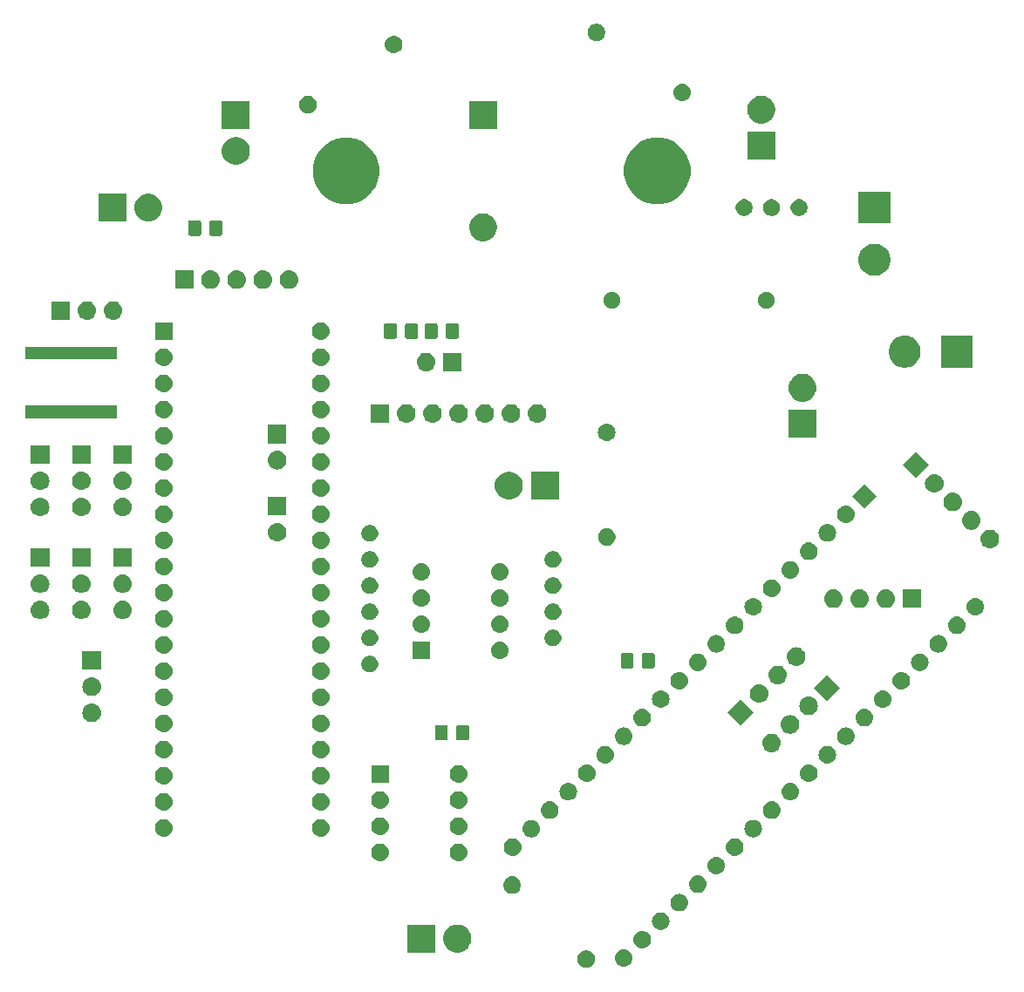
<source format=gbr>
%TF.GenerationSoftware,KiCad,Pcbnew,(5.1.4)-1*%
%TF.CreationDate,2019-08-28T16:24:02+03:00*%
%TF.ProjectId,Timsah_Main_Board,54696d73-6168-45f4-9d61-696e5f426f61,rev?*%
%TF.SameCoordinates,Original*%
%TF.FileFunction,Soldermask,Top*%
%TF.FilePolarity,Negative*%
%FSLAX46Y46*%
G04 Gerber Fmt 4.6, Leading zero omitted, Abs format (unit mm)*
G04 Created by KiCad (PCBNEW (5.1.4)-1) date 2019-08-28 16:24:02*
%MOMM*%
%LPD*%
G04 APERTURE LIST*
%ADD10C,0.100000*%
G04 APERTURE END LIST*
D10*
G36*
X108248228Y-145181703D02*
G01*
X108403100Y-145245853D01*
X108542481Y-145338985D01*
X108661015Y-145457519D01*
X108754147Y-145596900D01*
X108818297Y-145751772D01*
X108851000Y-145916184D01*
X108851000Y-146083816D01*
X108818297Y-146248228D01*
X108754147Y-146403100D01*
X108661015Y-146542481D01*
X108542481Y-146661015D01*
X108403100Y-146754147D01*
X108248228Y-146818297D01*
X108083816Y-146851000D01*
X107916184Y-146851000D01*
X107751772Y-146818297D01*
X107596900Y-146754147D01*
X107457519Y-146661015D01*
X107338985Y-146542481D01*
X107245853Y-146403100D01*
X107181703Y-146248228D01*
X107149000Y-146083816D01*
X107149000Y-145916184D01*
X107181703Y-145751772D01*
X107245853Y-145596900D01*
X107338985Y-145457519D01*
X107457519Y-145338985D01*
X107596900Y-145245853D01*
X107751772Y-145181703D01*
X107916184Y-145149000D01*
X108083816Y-145149000D01*
X108248228Y-145181703D01*
X108248228Y-145181703D01*
G37*
G36*
X111818157Y-145062594D02*
G01*
X111978576Y-145111257D01*
X112049188Y-145149000D01*
X112126412Y-145190277D01*
X112255993Y-145296622D01*
X112362338Y-145426203D01*
X112362339Y-145426205D01*
X112441358Y-145574039D01*
X112490021Y-145734458D01*
X112506451Y-145901281D01*
X112490021Y-146068104D01*
X112441358Y-146228523D01*
X112370448Y-146361187D01*
X112362338Y-146376359D01*
X112255993Y-146505940D01*
X112126412Y-146612285D01*
X112126410Y-146612286D01*
X111978576Y-146691305D01*
X111818157Y-146739968D01*
X111693138Y-146752281D01*
X111609530Y-146752281D01*
X111484511Y-146739968D01*
X111324092Y-146691305D01*
X111176258Y-146612286D01*
X111176256Y-146612285D01*
X111046675Y-146505940D01*
X110940330Y-146376359D01*
X110932220Y-146361187D01*
X110861310Y-146228523D01*
X110812647Y-146068104D01*
X110796217Y-145901281D01*
X110812647Y-145734458D01*
X110861310Y-145574039D01*
X110940329Y-145426205D01*
X110940330Y-145426203D01*
X111046675Y-145296622D01*
X111176256Y-145190277D01*
X111253480Y-145149000D01*
X111324092Y-145111257D01*
X111484511Y-145062594D01*
X111609530Y-145050281D01*
X111693138Y-145050281D01*
X111818157Y-145062594D01*
X111818157Y-145062594D01*
G37*
G36*
X93351000Y-145351000D02*
G01*
X90649000Y-145351000D01*
X90649000Y-142649000D01*
X93351000Y-142649000D01*
X93351000Y-145351000D01*
X93351000Y-145351000D01*
G37*
G36*
X95894072Y-142700918D02*
G01*
X96139939Y-142802759D01*
X96251328Y-142877187D01*
X96361211Y-142950609D01*
X96549391Y-143138789D01*
X96697242Y-143360063D01*
X96799082Y-143605928D01*
X96851000Y-143866937D01*
X96851000Y-144133063D01*
X96799082Y-144394072D01*
X96697242Y-144639937D01*
X96549391Y-144861211D01*
X96361211Y-145049391D01*
X96268624Y-145111256D01*
X96139939Y-145197241D01*
X96139938Y-145197242D01*
X96139937Y-145197242D01*
X95894072Y-145299082D01*
X95633063Y-145351000D01*
X95366937Y-145351000D01*
X95105928Y-145299082D01*
X94860063Y-145197242D01*
X94860062Y-145197242D01*
X94860061Y-145197241D01*
X94731376Y-145111256D01*
X94638789Y-145049391D01*
X94450609Y-144861211D01*
X94302758Y-144639937D01*
X94200918Y-144394072D01*
X94149000Y-144133063D01*
X94149000Y-143866937D01*
X94200918Y-143605928D01*
X94302758Y-143360063D01*
X94450609Y-143138789D01*
X94638789Y-142950609D01*
X94748672Y-142877187D01*
X94860061Y-142802759D01*
X95105928Y-142700918D01*
X95366937Y-142649000D01*
X95633063Y-142649000D01*
X95894072Y-142700918D01*
X95894072Y-142700918D01*
G37*
G36*
X113614208Y-143266542D02*
G01*
X113774627Y-143315205D01*
X113858550Y-143360063D01*
X113922463Y-143394225D01*
X114052044Y-143500570D01*
X114158389Y-143630151D01*
X114158390Y-143630153D01*
X114237409Y-143777987D01*
X114286072Y-143938406D01*
X114302502Y-144105229D01*
X114286072Y-144272052D01*
X114237409Y-144432471D01*
X114166499Y-144565135D01*
X114158389Y-144580307D01*
X114052044Y-144709888D01*
X113922463Y-144816233D01*
X113922461Y-144816234D01*
X113774627Y-144895253D01*
X113614208Y-144943916D01*
X113489189Y-144956229D01*
X113405581Y-144956229D01*
X113280562Y-144943916D01*
X113120143Y-144895253D01*
X112972309Y-144816234D01*
X112972307Y-144816233D01*
X112842726Y-144709888D01*
X112736381Y-144580307D01*
X112728271Y-144565135D01*
X112657361Y-144432471D01*
X112608698Y-144272052D01*
X112592268Y-144105229D01*
X112608698Y-143938406D01*
X112657361Y-143777987D01*
X112736380Y-143630153D01*
X112736381Y-143630151D01*
X112842726Y-143500570D01*
X112972307Y-143394225D01*
X113036220Y-143360063D01*
X113120143Y-143315205D01*
X113280562Y-143266542D01*
X113405581Y-143254229D01*
X113489189Y-143254229D01*
X113614208Y-143266542D01*
X113614208Y-143266542D01*
G37*
G36*
X115410260Y-141470491D02*
G01*
X115570679Y-141519154D01*
X115703343Y-141590064D01*
X115718515Y-141598174D01*
X115848096Y-141704519D01*
X115954441Y-141834100D01*
X115954442Y-141834102D01*
X116033461Y-141981936D01*
X116082124Y-142142355D01*
X116098554Y-142309178D01*
X116082124Y-142476001D01*
X116033461Y-142636420D01*
X115998986Y-142700918D01*
X115954441Y-142784256D01*
X115848096Y-142913837D01*
X115718515Y-143020182D01*
X115718513Y-143020183D01*
X115570679Y-143099202D01*
X115410260Y-143147865D01*
X115285241Y-143160178D01*
X115201633Y-143160178D01*
X115076614Y-143147865D01*
X114916195Y-143099202D01*
X114768361Y-143020183D01*
X114768359Y-143020182D01*
X114638778Y-142913837D01*
X114532433Y-142784256D01*
X114487888Y-142700918D01*
X114453413Y-142636420D01*
X114404750Y-142476001D01*
X114388320Y-142309178D01*
X114404750Y-142142355D01*
X114453413Y-141981936D01*
X114532432Y-141834102D01*
X114532433Y-141834100D01*
X114638778Y-141704519D01*
X114768359Y-141598174D01*
X114783531Y-141590064D01*
X114916195Y-141519154D01*
X115076614Y-141470491D01*
X115201633Y-141458178D01*
X115285241Y-141458178D01*
X115410260Y-141470491D01*
X115410260Y-141470491D01*
G37*
G36*
X117206311Y-139674440D02*
G01*
X117366730Y-139723103D01*
X117499394Y-139794013D01*
X117514566Y-139802123D01*
X117644147Y-139908468D01*
X117750492Y-140038049D01*
X117750493Y-140038051D01*
X117829512Y-140185885D01*
X117878175Y-140346304D01*
X117894605Y-140513127D01*
X117878175Y-140679950D01*
X117829512Y-140840369D01*
X117758602Y-140973033D01*
X117750492Y-140988205D01*
X117644147Y-141117786D01*
X117514566Y-141224131D01*
X117514564Y-141224132D01*
X117366730Y-141303151D01*
X117206311Y-141351814D01*
X117081292Y-141364127D01*
X116997684Y-141364127D01*
X116872665Y-141351814D01*
X116712246Y-141303151D01*
X116564412Y-141224132D01*
X116564410Y-141224131D01*
X116434829Y-141117786D01*
X116328484Y-140988205D01*
X116320374Y-140973033D01*
X116249464Y-140840369D01*
X116200801Y-140679950D01*
X116184371Y-140513127D01*
X116200801Y-140346304D01*
X116249464Y-140185885D01*
X116328483Y-140038051D01*
X116328484Y-140038049D01*
X116434829Y-139908468D01*
X116564410Y-139802123D01*
X116579582Y-139794013D01*
X116712246Y-139723103D01*
X116872665Y-139674440D01*
X116997684Y-139662127D01*
X117081292Y-139662127D01*
X117206311Y-139674440D01*
X117206311Y-139674440D01*
G37*
G36*
X100982618Y-137977108D02*
G01*
X101143037Y-138025771D01*
X101275701Y-138096681D01*
X101290873Y-138104791D01*
X101420454Y-138211136D01*
X101526799Y-138340717D01*
X101526800Y-138340719D01*
X101605819Y-138488553D01*
X101654482Y-138648972D01*
X101670912Y-138815795D01*
X101654482Y-138982618D01*
X101605819Y-139143037D01*
X101579566Y-139192152D01*
X101526799Y-139290873D01*
X101420454Y-139420454D01*
X101290873Y-139526799D01*
X101290871Y-139526800D01*
X101143037Y-139605819D01*
X100982618Y-139654482D01*
X100857599Y-139666795D01*
X100773991Y-139666795D01*
X100648972Y-139654482D01*
X100488553Y-139605819D01*
X100340719Y-139526800D01*
X100340717Y-139526799D01*
X100211136Y-139420454D01*
X100104791Y-139290873D01*
X100052024Y-139192152D01*
X100025771Y-139143037D01*
X99977108Y-138982618D01*
X99960678Y-138815795D01*
X99977108Y-138648972D01*
X100025771Y-138488553D01*
X100104790Y-138340719D01*
X100104791Y-138340717D01*
X100211136Y-138211136D01*
X100340717Y-138104791D01*
X100355889Y-138096681D01*
X100488553Y-138025771D01*
X100648972Y-137977108D01*
X100773991Y-137964795D01*
X100857599Y-137964795D01*
X100982618Y-137977108D01*
X100982618Y-137977108D01*
G37*
G36*
X119002362Y-137878389D02*
G01*
X119162781Y-137927052D01*
X119233393Y-137964795D01*
X119310617Y-138006072D01*
X119440198Y-138112417D01*
X119546543Y-138241998D01*
X119546544Y-138242000D01*
X119625563Y-138389834D01*
X119674226Y-138550253D01*
X119690656Y-138717076D01*
X119674226Y-138883899D01*
X119625563Y-139044318D01*
X119554653Y-139176982D01*
X119546543Y-139192154D01*
X119440198Y-139321735D01*
X119310617Y-139428080D01*
X119310615Y-139428081D01*
X119162781Y-139507100D01*
X119002362Y-139555763D01*
X118877343Y-139568076D01*
X118793735Y-139568076D01*
X118668716Y-139555763D01*
X118508297Y-139507100D01*
X118360463Y-139428081D01*
X118360461Y-139428080D01*
X118230880Y-139321735D01*
X118124535Y-139192154D01*
X118116425Y-139176982D01*
X118045515Y-139044318D01*
X117996852Y-138883899D01*
X117980422Y-138717076D01*
X117996852Y-138550253D01*
X118045515Y-138389834D01*
X118124534Y-138242000D01*
X118124535Y-138241998D01*
X118230880Y-138112417D01*
X118360461Y-138006072D01*
X118437685Y-137964795D01*
X118508297Y-137927052D01*
X118668716Y-137878389D01*
X118793735Y-137866076D01*
X118877343Y-137866076D01*
X119002362Y-137878389D01*
X119002362Y-137878389D01*
G37*
G36*
X120798413Y-136082337D02*
G01*
X120958832Y-136131000D01*
X121091496Y-136201910D01*
X121106668Y-136210020D01*
X121236249Y-136316365D01*
X121342594Y-136445946D01*
X121342595Y-136445948D01*
X121421614Y-136593782D01*
X121470277Y-136754201D01*
X121486707Y-136921024D01*
X121470277Y-137087847D01*
X121421614Y-137248266D01*
X121350704Y-137380930D01*
X121342594Y-137396102D01*
X121236249Y-137525683D01*
X121106668Y-137632028D01*
X121106666Y-137632029D01*
X120958832Y-137711048D01*
X120798413Y-137759711D01*
X120673394Y-137772024D01*
X120589786Y-137772024D01*
X120464767Y-137759711D01*
X120304348Y-137711048D01*
X120156514Y-137632029D01*
X120156512Y-137632028D01*
X120026931Y-137525683D01*
X119920586Y-137396102D01*
X119912476Y-137380930D01*
X119841566Y-137248266D01*
X119792903Y-137087847D01*
X119776473Y-136921024D01*
X119792903Y-136754201D01*
X119841566Y-136593782D01*
X119920585Y-136445948D01*
X119920586Y-136445946D01*
X120026931Y-136316365D01*
X120156512Y-136210020D01*
X120171684Y-136201910D01*
X120304348Y-136131000D01*
X120464767Y-136082337D01*
X120589786Y-136070024D01*
X120673394Y-136070024D01*
X120798413Y-136082337D01*
X120798413Y-136082337D01*
G37*
G36*
X88166823Y-134781313D02*
G01*
X88327242Y-134829976D01*
X88459906Y-134900886D01*
X88475078Y-134908996D01*
X88604659Y-135015341D01*
X88711004Y-135144922D01*
X88711005Y-135144924D01*
X88790024Y-135292758D01*
X88838687Y-135453177D01*
X88855117Y-135620000D01*
X88838687Y-135786823D01*
X88790024Y-135947242D01*
X88724396Y-136070024D01*
X88711004Y-136095078D01*
X88604659Y-136224659D01*
X88475078Y-136331004D01*
X88475076Y-136331005D01*
X88327242Y-136410024D01*
X88166823Y-136458687D01*
X88041804Y-136471000D01*
X87958196Y-136471000D01*
X87833177Y-136458687D01*
X87672758Y-136410024D01*
X87524924Y-136331005D01*
X87524922Y-136331004D01*
X87395341Y-136224659D01*
X87288996Y-136095078D01*
X87275604Y-136070024D01*
X87209976Y-135947242D01*
X87161313Y-135786823D01*
X87144883Y-135620000D01*
X87161313Y-135453177D01*
X87209976Y-135292758D01*
X87288995Y-135144924D01*
X87288996Y-135144922D01*
X87395341Y-135015341D01*
X87524922Y-134908996D01*
X87540094Y-134900886D01*
X87672758Y-134829976D01*
X87833177Y-134781313D01*
X87958196Y-134769000D01*
X88041804Y-134769000D01*
X88166823Y-134781313D01*
X88166823Y-134781313D01*
G37*
G36*
X95786823Y-134781313D02*
G01*
X95947242Y-134829976D01*
X96079906Y-134900886D01*
X96095078Y-134908996D01*
X96224659Y-135015341D01*
X96331004Y-135144922D01*
X96331005Y-135144924D01*
X96410024Y-135292758D01*
X96458687Y-135453177D01*
X96475117Y-135620000D01*
X96458687Y-135786823D01*
X96410024Y-135947242D01*
X96344396Y-136070024D01*
X96331004Y-136095078D01*
X96224659Y-136224659D01*
X96095078Y-136331004D01*
X96095076Y-136331005D01*
X95947242Y-136410024D01*
X95786823Y-136458687D01*
X95661804Y-136471000D01*
X95578196Y-136471000D01*
X95453177Y-136458687D01*
X95292758Y-136410024D01*
X95144924Y-136331005D01*
X95144922Y-136331004D01*
X95015341Y-136224659D01*
X94908996Y-136095078D01*
X94895604Y-136070024D01*
X94829976Y-135947242D01*
X94781313Y-135786823D01*
X94764883Y-135620000D01*
X94781313Y-135453177D01*
X94829976Y-135292758D01*
X94908995Y-135144924D01*
X94908996Y-135144922D01*
X95015341Y-135015341D01*
X95144922Y-134908996D01*
X95160094Y-134900886D01*
X95292758Y-134829976D01*
X95453177Y-134781313D01*
X95578196Y-134769000D01*
X95661804Y-134769000D01*
X95786823Y-134781313D01*
X95786823Y-134781313D01*
G37*
G36*
X101041850Y-134286286D02*
G01*
X101202269Y-134334949D01*
X101334933Y-134405859D01*
X101350105Y-134413969D01*
X101479686Y-134520314D01*
X101586031Y-134649895D01*
X101586032Y-134649897D01*
X101665051Y-134797731D01*
X101713714Y-134958150D01*
X101730144Y-135124973D01*
X101713714Y-135291796D01*
X101665051Y-135452215D01*
X101594141Y-135584879D01*
X101586031Y-135600051D01*
X101479686Y-135729632D01*
X101350105Y-135835977D01*
X101350103Y-135835978D01*
X101202269Y-135914997D01*
X101041850Y-135963660D01*
X100916831Y-135975973D01*
X100833223Y-135975973D01*
X100708204Y-135963660D01*
X100547785Y-135914997D01*
X100399951Y-135835978D01*
X100399949Y-135835977D01*
X100270368Y-135729632D01*
X100164023Y-135600051D01*
X100155913Y-135584879D01*
X100085003Y-135452215D01*
X100036340Y-135291796D01*
X100019910Y-135124973D01*
X100036340Y-134958150D01*
X100085003Y-134797731D01*
X100164022Y-134649897D01*
X100164023Y-134649895D01*
X100270368Y-134520314D01*
X100399949Y-134413969D01*
X100415121Y-134405859D01*
X100547785Y-134334949D01*
X100708204Y-134286286D01*
X100833223Y-134273973D01*
X100916831Y-134273973D01*
X101041850Y-134286286D01*
X101041850Y-134286286D01*
G37*
G36*
X122594464Y-134286286D02*
G01*
X122754883Y-134334949D01*
X122887547Y-134405859D01*
X122902719Y-134413969D01*
X123032300Y-134520314D01*
X123138645Y-134649895D01*
X123138646Y-134649897D01*
X123217665Y-134797731D01*
X123266328Y-134958150D01*
X123282758Y-135124973D01*
X123266328Y-135291796D01*
X123217665Y-135452215D01*
X123146755Y-135584879D01*
X123138645Y-135600051D01*
X123032300Y-135729632D01*
X122902719Y-135835977D01*
X122902717Y-135835978D01*
X122754883Y-135914997D01*
X122594464Y-135963660D01*
X122469445Y-135975973D01*
X122385837Y-135975973D01*
X122260818Y-135963660D01*
X122100399Y-135914997D01*
X121952565Y-135835978D01*
X121952563Y-135835977D01*
X121822982Y-135729632D01*
X121716637Y-135600051D01*
X121708527Y-135584879D01*
X121637617Y-135452215D01*
X121588954Y-135291796D01*
X121572524Y-135124973D01*
X121588954Y-134958150D01*
X121637617Y-134797731D01*
X121716636Y-134649897D01*
X121716637Y-134649895D01*
X121822982Y-134520314D01*
X121952563Y-134413969D01*
X121967735Y-134405859D01*
X122100399Y-134334949D01*
X122260818Y-134286286D01*
X122385837Y-134273973D01*
X122469445Y-134273973D01*
X122594464Y-134286286D01*
X122594464Y-134286286D01*
G37*
G36*
X102837901Y-132490235D02*
G01*
X102998320Y-132538898D01*
X103121842Y-132604922D01*
X103146156Y-132617918D01*
X103275737Y-132724263D01*
X103382082Y-132853844D01*
X103382083Y-132853846D01*
X103461102Y-133001680D01*
X103509765Y-133162099D01*
X103526195Y-133328922D01*
X103509765Y-133495745D01*
X103461102Y-133656164D01*
X103390192Y-133788828D01*
X103382082Y-133804000D01*
X103275737Y-133933581D01*
X103146156Y-134039926D01*
X103146154Y-134039927D01*
X102998320Y-134118946D01*
X102837901Y-134167609D01*
X102712882Y-134179922D01*
X102629274Y-134179922D01*
X102504255Y-134167609D01*
X102343836Y-134118946D01*
X102196002Y-134039927D01*
X102196000Y-134039926D01*
X102066419Y-133933581D01*
X101960074Y-133804000D01*
X101951964Y-133788828D01*
X101881054Y-133656164D01*
X101832391Y-133495745D01*
X101815961Y-133328922D01*
X101832391Y-133162099D01*
X101881054Y-133001680D01*
X101960073Y-132853846D01*
X101960074Y-132853844D01*
X102066419Y-132724263D01*
X102196000Y-132617918D01*
X102220314Y-132604922D01*
X102343836Y-132538898D01*
X102504255Y-132490235D01*
X102629274Y-132477922D01*
X102712882Y-132477922D01*
X102837901Y-132490235D01*
X102837901Y-132490235D01*
G37*
G36*
X124390516Y-132490235D02*
G01*
X124550935Y-132538898D01*
X124674457Y-132604922D01*
X124698771Y-132617918D01*
X124828352Y-132724263D01*
X124934697Y-132853844D01*
X124934698Y-132853846D01*
X125013717Y-133001680D01*
X125062380Y-133162099D01*
X125078810Y-133328922D01*
X125062380Y-133495745D01*
X125013717Y-133656164D01*
X124942807Y-133788828D01*
X124934697Y-133804000D01*
X124828352Y-133933581D01*
X124698771Y-134039926D01*
X124698769Y-134039927D01*
X124550935Y-134118946D01*
X124390516Y-134167609D01*
X124265497Y-134179922D01*
X124181889Y-134179922D01*
X124056870Y-134167609D01*
X123896451Y-134118946D01*
X123748617Y-134039927D01*
X123748615Y-134039926D01*
X123619034Y-133933581D01*
X123512689Y-133804000D01*
X123504579Y-133788828D01*
X123433669Y-133656164D01*
X123385006Y-133495745D01*
X123368576Y-133328922D01*
X123385006Y-133162099D01*
X123433669Y-133001680D01*
X123512688Y-132853846D01*
X123512689Y-132853844D01*
X123619034Y-132724263D01*
X123748615Y-132617918D01*
X123772929Y-132604922D01*
X123896451Y-132538898D01*
X124056870Y-132490235D01*
X124181889Y-132477922D01*
X124265497Y-132477922D01*
X124390516Y-132490235D01*
X124390516Y-132490235D01*
G37*
G36*
X82406823Y-132421313D02*
G01*
X82567242Y-132469976D01*
X82696184Y-132538897D01*
X82715078Y-132548996D01*
X82844659Y-132655341D01*
X82951004Y-132784922D01*
X82951005Y-132784924D01*
X83030024Y-132932758D01*
X83078687Y-133093177D01*
X83095117Y-133260000D01*
X83078687Y-133426823D01*
X83030024Y-133587242D01*
X82993186Y-133656161D01*
X82951004Y-133735078D01*
X82844659Y-133864659D01*
X82715078Y-133971004D01*
X82715076Y-133971005D01*
X82567242Y-134050024D01*
X82406823Y-134098687D01*
X82281804Y-134111000D01*
X82198196Y-134111000D01*
X82073177Y-134098687D01*
X81912758Y-134050024D01*
X81764924Y-133971005D01*
X81764922Y-133971004D01*
X81635341Y-133864659D01*
X81528996Y-133735078D01*
X81486814Y-133656161D01*
X81449976Y-133587242D01*
X81401313Y-133426823D01*
X81384883Y-133260000D01*
X81401313Y-133093177D01*
X81449976Y-132932758D01*
X81528995Y-132784924D01*
X81528996Y-132784922D01*
X81635341Y-132655341D01*
X81764922Y-132548996D01*
X81783816Y-132538897D01*
X81912758Y-132469976D01*
X82073177Y-132421313D01*
X82198196Y-132409000D01*
X82281804Y-132409000D01*
X82406823Y-132421313D01*
X82406823Y-132421313D01*
G37*
G36*
X67166823Y-132421313D02*
G01*
X67327242Y-132469976D01*
X67456184Y-132538897D01*
X67475078Y-132548996D01*
X67604659Y-132655341D01*
X67711004Y-132784922D01*
X67711005Y-132784924D01*
X67790024Y-132932758D01*
X67838687Y-133093177D01*
X67855117Y-133260000D01*
X67838687Y-133426823D01*
X67790024Y-133587242D01*
X67753186Y-133656161D01*
X67711004Y-133735078D01*
X67604659Y-133864659D01*
X67475078Y-133971004D01*
X67475076Y-133971005D01*
X67327242Y-134050024D01*
X67166823Y-134098687D01*
X67041804Y-134111000D01*
X66958196Y-134111000D01*
X66833177Y-134098687D01*
X66672758Y-134050024D01*
X66524924Y-133971005D01*
X66524922Y-133971004D01*
X66395341Y-133864659D01*
X66288996Y-133735078D01*
X66246814Y-133656161D01*
X66209976Y-133587242D01*
X66161313Y-133426823D01*
X66144883Y-133260000D01*
X66161313Y-133093177D01*
X66209976Y-132932758D01*
X66288995Y-132784924D01*
X66288996Y-132784922D01*
X66395341Y-132655341D01*
X66524922Y-132548996D01*
X66543816Y-132538897D01*
X66672758Y-132469976D01*
X66833177Y-132421313D01*
X66958196Y-132409000D01*
X67041804Y-132409000D01*
X67166823Y-132421313D01*
X67166823Y-132421313D01*
G37*
G36*
X88166823Y-132241313D02*
G01*
X88327242Y-132289976D01*
X88459906Y-132360886D01*
X88475078Y-132368996D01*
X88604659Y-132475341D01*
X88711004Y-132604922D01*
X88711005Y-132604924D01*
X88790024Y-132752758D01*
X88838687Y-132913177D01*
X88855117Y-133080000D01*
X88838687Y-133246823D01*
X88790024Y-133407242D01*
X88742718Y-133495745D01*
X88711004Y-133555078D01*
X88604659Y-133684659D01*
X88475078Y-133791004D01*
X88475076Y-133791005D01*
X88327242Y-133870024D01*
X88166823Y-133918687D01*
X88041804Y-133931000D01*
X87958196Y-133931000D01*
X87833177Y-133918687D01*
X87672758Y-133870024D01*
X87524924Y-133791005D01*
X87524922Y-133791004D01*
X87395341Y-133684659D01*
X87288996Y-133555078D01*
X87257282Y-133495745D01*
X87209976Y-133407242D01*
X87161313Y-133246823D01*
X87144883Y-133080000D01*
X87161313Y-132913177D01*
X87209976Y-132752758D01*
X87288995Y-132604924D01*
X87288996Y-132604922D01*
X87395341Y-132475341D01*
X87524922Y-132368996D01*
X87540094Y-132360886D01*
X87672758Y-132289976D01*
X87833177Y-132241313D01*
X87958196Y-132229000D01*
X88041804Y-132229000D01*
X88166823Y-132241313D01*
X88166823Y-132241313D01*
G37*
G36*
X95786823Y-132241313D02*
G01*
X95947242Y-132289976D01*
X96079906Y-132360886D01*
X96095078Y-132368996D01*
X96224659Y-132475341D01*
X96331004Y-132604922D01*
X96331005Y-132604924D01*
X96410024Y-132752758D01*
X96458687Y-132913177D01*
X96475117Y-133080000D01*
X96458687Y-133246823D01*
X96410024Y-133407242D01*
X96362718Y-133495745D01*
X96331004Y-133555078D01*
X96224659Y-133684659D01*
X96095078Y-133791004D01*
X96095076Y-133791005D01*
X95947242Y-133870024D01*
X95786823Y-133918687D01*
X95661804Y-133931000D01*
X95578196Y-133931000D01*
X95453177Y-133918687D01*
X95292758Y-133870024D01*
X95144924Y-133791005D01*
X95144922Y-133791004D01*
X95015341Y-133684659D01*
X94908996Y-133555078D01*
X94877282Y-133495745D01*
X94829976Y-133407242D01*
X94781313Y-133246823D01*
X94764883Y-133080000D01*
X94781313Y-132913177D01*
X94829976Y-132752758D01*
X94908995Y-132604924D01*
X94908996Y-132604922D01*
X95015341Y-132475341D01*
X95144922Y-132368996D01*
X95160094Y-132360886D01*
X95292758Y-132289976D01*
X95453177Y-132241313D01*
X95578196Y-132229000D01*
X95661804Y-132229000D01*
X95786823Y-132241313D01*
X95786823Y-132241313D01*
G37*
G36*
X104633952Y-130694184D02*
G01*
X104794371Y-130742847D01*
X104927035Y-130813757D01*
X104942207Y-130821867D01*
X105071788Y-130928212D01*
X105178133Y-131057793D01*
X105178134Y-131057795D01*
X105257153Y-131205629D01*
X105305816Y-131366048D01*
X105322246Y-131532871D01*
X105305816Y-131699694D01*
X105257153Y-131860113D01*
X105186243Y-131992777D01*
X105178133Y-132007949D01*
X105071788Y-132137530D01*
X104942207Y-132243875D01*
X104942205Y-132243876D01*
X104794371Y-132322895D01*
X104633952Y-132371558D01*
X104508933Y-132383871D01*
X104425325Y-132383871D01*
X104300306Y-132371558D01*
X104139887Y-132322895D01*
X103992053Y-132243876D01*
X103992051Y-132243875D01*
X103862470Y-132137530D01*
X103756125Y-132007949D01*
X103748015Y-131992777D01*
X103677105Y-131860113D01*
X103628442Y-131699694D01*
X103612012Y-131532871D01*
X103628442Y-131366048D01*
X103677105Y-131205629D01*
X103756124Y-131057795D01*
X103756125Y-131057793D01*
X103862470Y-130928212D01*
X103992051Y-130821867D01*
X104007223Y-130813757D01*
X104139887Y-130742847D01*
X104300306Y-130694184D01*
X104425325Y-130681871D01*
X104508933Y-130681871D01*
X104633952Y-130694184D01*
X104633952Y-130694184D01*
G37*
G36*
X126186567Y-130694184D02*
G01*
X126346986Y-130742847D01*
X126479650Y-130813757D01*
X126494822Y-130821867D01*
X126624403Y-130928212D01*
X126730748Y-131057793D01*
X126730749Y-131057795D01*
X126809768Y-131205629D01*
X126858431Y-131366048D01*
X126874861Y-131532871D01*
X126858431Y-131699694D01*
X126809768Y-131860113D01*
X126738858Y-131992777D01*
X126730748Y-132007949D01*
X126624403Y-132137530D01*
X126494822Y-132243875D01*
X126494820Y-132243876D01*
X126346986Y-132322895D01*
X126186567Y-132371558D01*
X126061548Y-132383871D01*
X125977940Y-132383871D01*
X125852921Y-132371558D01*
X125692502Y-132322895D01*
X125544668Y-132243876D01*
X125544666Y-132243875D01*
X125415085Y-132137530D01*
X125308740Y-132007949D01*
X125300630Y-131992777D01*
X125229720Y-131860113D01*
X125181057Y-131699694D01*
X125164627Y-131532871D01*
X125181057Y-131366048D01*
X125229720Y-131205629D01*
X125308739Y-131057795D01*
X125308740Y-131057793D01*
X125415085Y-130928212D01*
X125544666Y-130821867D01*
X125559838Y-130813757D01*
X125692502Y-130742847D01*
X125852921Y-130694184D01*
X125977940Y-130681871D01*
X126061548Y-130681871D01*
X126186567Y-130694184D01*
X126186567Y-130694184D01*
G37*
G36*
X82406823Y-129881313D02*
G01*
X82567242Y-129929976D01*
X82699906Y-130000886D01*
X82715078Y-130008996D01*
X82844659Y-130115341D01*
X82951004Y-130244922D01*
X82951005Y-130244924D01*
X83030024Y-130392758D01*
X83078687Y-130553177D01*
X83095117Y-130720000D01*
X83078687Y-130886823D01*
X83030024Y-131047242D01*
X83024384Y-131057793D01*
X82951004Y-131195078D01*
X82844659Y-131324659D01*
X82715078Y-131431004D01*
X82715076Y-131431005D01*
X82567242Y-131510024D01*
X82406823Y-131558687D01*
X82281804Y-131571000D01*
X82198196Y-131571000D01*
X82073177Y-131558687D01*
X81912758Y-131510024D01*
X81764924Y-131431005D01*
X81764922Y-131431004D01*
X81635341Y-131324659D01*
X81528996Y-131195078D01*
X81455616Y-131057793D01*
X81449976Y-131047242D01*
X81401313Y-130886823D01*
X81384883Y-130720000D01*
X81401313Y-130553177D01*
X81449976Y-130392758D01*
X81528995Y-130244924D01*
X81528996Y-130244922D01*
X81635341Y-130115341D01*
X81764922Y-130008996D01*
X81780094Y-130000886D01*
X81912758Y-129929976D01*
X82073177Y-129881313D01*
X82198196Y-129869000D01*
X82281804Y-129869000D01*
X82406823Y-129881313D01*
X82406823Y-129881313D01*
G37*
G36*
X67166823Y-129881313D02*
G01*
X67327242Y-129929976D01*
X67459906Y-130000886D01*
X67475078Y-130008996D01*
X67604659Y-130115341D01*
X67711004Y-130244922D01*
X67711005Y-130244924D01*
X67790024Y-130392758D01*
X67838687Y-130553177D01*
X67855117Y-130720000D01*
X67838687Y-130886823D01*
X67790024Y-131047242D01*
X67784384Y-131057793D01*
X67711004Y-131195078D01*
X67604659Y-131324659D01*
X67475078Y-131431004D01*
X67475076Y-131431005D01*
X67327242Y-131510024D01*
X67166823Y-131558687D01*
X67041804Y-131571000D01*
X66958196Y-131571000D01*
X66833177Y-131558687D01*
X66672758Y-131510024D01*
X66524924Y-131431005D01*
X66524922Y-131431004D01*
X66395341Y-131324659D01*
X66288996Y-131195078D01*
X66215616Y-131057793D01*
X66209976Y-131047242D01*
X66161313Y-130886823D01*
X66144883Y-130720000D01*
X66161313Y-130553177D01*
X66209976Y-130392758D01*
X66288995Y-130244924D01*
X66288996Y-130244922D01*
X66395341Y-130115341D01*
X66524922Y-130008996D01*
X66540094Y-130000886D01*
X66672758Y-129929976D01*
X66833177Y-129881313D01*
X66958196Y-129869000D01*
X67041804Y-129869000D01*
X67166823Y-129881313D01*
X67166823Y-129881313D01*
G37*
G36*
X88166823Y-129701313D02*
G01*
X88327242Y-129749976D01*
X88459906Y-129820886D01*
X88475078Y-129828996D01*
X88604659Y-129935341D01*
X88711004Y-130064922D01*
X88711005Y-130064924D01*
X88790024Y-130212758D01*
X88838687Y-130373177D01*
X88855117Y-130540000D01*
X88838687Y-130706823D01*
X88790024Y-130867242D01*
X88719114Y-130999906D01*
X88711004Y-131015078D01*
X88604659Y-131144659D01*
X88475078Y-131251004D01*
X88475076Y-131251005D01*
X88327242Y-131330024D01*
X88166823Y-131378687D01*
X88041804Y-131391000D01*
X87958196Y-131391000D01*
X87833177Y-131378687D01*
X87672758Y-131330024D01*
X87524924Y-131251005D01*
X87524922Y-131251004D01*
X87395341Y-131144659D01*
X87288996Y-131015078D01*
X87280886Y-130999906D01*
X87209976Y-130867242D01*
X87161313Y-130706823D01*
X87144883Y-130540000D01*
X87161313Y-130373177D01*
X87209976Y-130212758D01*
X87288995Y-130064924D01*
X87288996Y-130064922D01*
X87395341Y-129935341D01*
X87524922Y-129828996D01*
X87540094Y-129820886D01*
X87672758Y-129749976D01*
X87833177Y-129701313D01*
X87958196Y-129689000D01*
X88041804Y-129689000D01*
X88166823Y-129701313D01*
X88166823Y-129701313D01*
G37*
G36*
X95786823Y-129701313D02*
G01*
X95947242Y-129749976D01*
X96079906Y-129820886D01*
X96095078Y-129828996D01*
X96224659Y-129935341D01*
X96331004Y-130064922D01*
X96331005Y-130064924D01*
X96410024Y-130212758D01*
X96458687Y-130373177D01*
X96475117Y-130540000D01*
X96458687Y-130706823D01*
X96410024Y-130867242D01*
X96339114Y-130999906D01*
X96331004Y-131015078D01*
X96224659Y-131144659D01*
X96095078Y-131251004D01*
X96095076Y-131251005D01*
X95947242Y-131330024D01*
X95786823Y-131378687D01*
X95661804Y-131391000D01*
X95578196Y-131391000D01*
X95453177Y-131378687D01*
X95292758Y-131330024D01*
X95144924Y-131251005D01*
X95144922Y-131251004D01*
X95015341Y-131144659D01*
X94908996Y-131015078D01*
X94900886Y-130999906D01*
X94829976Y-130867242D01*
X94781313Y-130706823D01*
X94764883Y-130540000D01*
X94781313Y-130373177D01*
X94829976Y-130212758D01*
X94908995Y-130064924D01*
X94908996Y-130064922D01*
X95015341Y-129935341D01*
X95144922Y-129828996D01*
X95160094Y-129820886D01*
X95292758Y-129749976D01*
X95453177Y-129701313D01*
X95578196Y-129689000D01*
X95661804Y-129689000D01*
X95786823Y-129701313D01*
X95786823Y-129701313D01*
G37*
G36*
X127982618Y-128898133D02*
G01*
X128143037Y-128946796D01*
X128186493Y-128970024D01*
X128290873Y-129025816D01*
X128420454Y-129132161D01*
X128526799Y-129261742D01*
X128526800Y-129261744D01*
X128605819Y-129409578D01*
X128654482Y-129569997D01*
X128670912Y-129736820D01*
X128654482Y-129903643D01*
X128605819Y-130064062D01*
X128534909Y-130196726D01*
X128526799Y-130211898D01*
X128420454Y-130341479D01*
X128290873Y-130447824D01*
X128290871Y-130447825D01*
X128143037Y-130526844D01*
X127982618Y-130575507D01*
X127857599Y-130587820D01*
X127773991Y-130587820D01*
X127648972Y-130575507D01*
X127488553Y-130526844D01*
X127340719Y-130447825D01*
X127340717Y-130447824D01*
X127211136Y-130341479D01*
X127104791Y-130211898D01*
X127096681Y-130196726D01*
X127025771Y-130064062D01*
X126977108Y-129903643D01*
X126960678Y-129736820D01*
X126977108Y-129569997D01*
X127025771Y-129409578D01*
X127104790Y-129261744D01*
X127104791Y-129261742D01*
X127211136Y-129132161D01*
X127340717Y-129025816D01*
X127445097Y-128970024D01*
X127488553Y-128946796D01*
X127648972Y-128898133D01*
X127773991Y-128885820D01*
X127857599Y-128885820D01*
X127982618Y-128898133D01*
X127982618Y-128898133D01*
G37*
G36*
X106430003Y-128898133D02*
G01*
X106590422Y-128946796D01*
X106633878Y-128970024D01*
X106738258Y-129025816D01*
X106867839Y-129132161D01*
X106974184Y-129261742D01*
X106974185Y-129261744D01*
X107053204Y-129409578D01*
X107101867Y-129569997D01*
X107118297Y-129736820D01*
X107101867Y-129903643D01*
X107053204Y-130064062D01*
X106982294Y-130196726D01*
X106974184Y-130211898D01*
X106867839Y-130341479D01*
X106738258Y-130447824D01*
X106738256Y-130447825D01*
X106590422Y-130526844D01*
X106430003Y-130575507D01*
X106304984Y-130587820D01*
X106221376Y-130587820D01*
X106096357Y-130575507D01*
X105935938Y-130526844D01*
X105788104Y-130447825D01*
X105788102Y-130447824D01*
X105658521Y-130341479D01*
X105552176Y-130211898D01*
X105544066Y-130196726D01*
X105473156Y-130064062D01*
X105424493Y-129903643D01*
X105408063Y-129736820D01*
X105424493Y-129569997D01*
X105473156Y-129409578D01*
X105552175Y-129261744D01*
X105552176Y-129261742D01*
X105658521Y-129132161D01*
X105788102Y-129025816D01*
X105892482Y-128970024D01*
X105935938Y-128946796D01*
X106096357Y-128898133D01*
X106221376Y-128885820D01*
X106304984Y-128885820D01*
X106430003Y-128898133D01*
X106430003Y-128898133D01*
G37*
G36*
X67166823Y-127341313D02*
G01*
X67327242Y-127389976D01*
X67459906Y-127460886D01*
X67475078Y-127468996D01*
X67604659Y-127575341D01*
X67711004Y-127704922D01*
X67711005Y-127704924D01*
X67790024Y-127852758D01*
X67838687Y-128013177D01*
X67855117Y-128180000D01*
X67838687Y-128346823D01*
X67790024Y-128507242D01*
X67737953Y-128604659D01*
X67711004Y-128655078D01*
X67604659Y-128784659D01*
X67475078Y-128891004D01*
X67475076Y-128891005D01*
X67327242Y-128970024D01*
X67166823Y-129018687D01*
X67041804Y-129031000D01*
X66958196Y-129031000D01*
X66833177Y-129018687D01*
X66672758Y-128970024D01*
X66524924Y-128891005D01*
X66524922Y-128891004D01*
X66395341Y-128784659D01*
X66288996Y-128655078D01*
X66262047Y-128604659D01*
X66209976Y-128507242D01*
X66161313Y-128346823D01*
X66144883Y-128180000D01*
X66161313Y-128013177D01*
X66209976Y-127852758D01*
X66288995Y-127704924D01*
X66288996Y-127704922D01*
X66395341Y-127575341D01*
X66524922Y-127468996D01*
X66540094Y-127460886D01*
X66672758Y-127389976D01*
X66833177Y-127341313D01*
X66958196Y-127329000D01*
X67041804Y-127329000D01*
X67166823Y-127341313D01*
X67166823Y-127341313D01*
G37*
G36*
X82406823Y-127341313D02*
G01*
X82567242Y-127389976D01*
X82699906Y-127460886D01*
X82715078Y-127468996D01*
X82844659Y-127575341D01*
X82951004Y-127704922D01*
X82951005Y-127704924D01*
X83030024Y-127852758D01*
X83078687Y-128013177D01*
X83095117Y-128180000D01*
X83078687Y-128346823D01*
X83030024Y-128507242D01*
X82977953Y-128604659D01*
X82951004Y-128655078D01*
X82844659Y-128784659D01*
X82715078Y-128891004D01*
X82715076Y-128891005D01*
X82567242Y-128970024D01*
X82406823Y-129018687D01*
X82281804Y-129031000D01*
X82198196Y-129031000D01*
X82073177Y-129018687D01*
X81912758Y-128970024D01*
X81764924Y-128891005D01*
X81764922Y-128891004D01*
X81635341Y-128784659D01*
X81528996Y-128655078D01*
X81502047Y-128604659D01*
X81449976Y-128507242D01*
X81401313Y-128346823D01*
X81384883Y-128180000D01*
X81401313Y-128013177D01*
X81449976Y-127852758D01*
X81528995Y-127704924D01*
X81528996Y-127704922D01*
X81635341Y-127575341D01*
X81764922Y-127468996D01*
X81780094Y-127460886D01*
X81912758Y-127389976D01*
X82073177Y-127341313D01*
X82198196Y-127329000D01*
X82281804Y-127329000D01*
X82406823Y-127341313D01*
X82406823Y-127341313D01*
G37*
G36*
X95786823Y-127161313D02*
G01*
X95947242Y-127209976D01*
X96079906Y-127280886D01*
X96095078Y-127288996D01*
X96224659Y-127395341D01*
X96331004Y-127524922D01*
X96331005Y-127524924D01*
X96410024Y-127672758D01*
X96458687Y-127833177D01*
X96475117Y-128000000D01*
X96458687Y-128166823D01*
X96410024Y-128327242D01*
X96362665Y-128415844D01*
X96331004Y-128475078D01*
X96224659Y-128604659D01*
X96095078Y-128711004D01*
X96095076Y-128711005D01*
X95947242Y-128790024D01*
X95786823Y-128838687D01*
X95661804Y-128851000D01*
X95578196Y-128851000D01*
X95453177Y-128838687D01*
X95292758Y-128790024D01*
X95144924Y-128711005D01*
X95144922Y-128711004D01*
X95015341Y-128604659D01*
X94908996Y-128475078D01*
X94877335Y-128415844D01*
X94829976Y-128327242D01*
X94781313Y-128166823D01*
X94764883Y-128000000D01*
X94781313Y-127833177D01*
X94829976Y-127672758D01*
X94908995Y-127524924D01*
X94908996Y-127524922D01*
X95015341Y-127395341D01*
X95144922Y-127288996D01*
X95160094Y-127280886D01*
X95292758Y-127209976D01*
X95453177Y-127161313D01*
X95578196Y-127149000D01*
X95661804Y-127149000D01*
X95786823Y-127161313D01*
X95786823Y-127161313D01*
G37*
G36*
X88851000Y-128851000D02*
G01*
X87149000Y-128851000D01*
X87149000Y-127149000D01*
X88851000Y-127149000D01*
X88851000Y-128851000D01*
X88851000Y-128851000D01*
G37*
G36*
X129778669Y-127102081D02*
G01*
X129939088Y-127150744D01*
X130049901Y-127209975D01*
X130086924Y-127229764D01*
X130216505Y-127336109D01*
X130322850Y-127465690D01*
X130324617Y-127468996D01*
X130401870Y-127613526D01*
X130450533Y-127773945D01*
X130466963Y-127940768D01*
X130450533Y-128107591D01*
X130401870Y-128268010D01*
X130359742Y-128346825D01*
X130322850Y-128415846D01*
X130216505Y-128545427D01*
X130086924Y-128651772D01*
X130086922Y-128651773D01*
X129939088Y-128730792D01*
X129778669Y-128779455D01*
X129653650Y-128791768D01*
X129570042Y-128791768D01*
X129445023Y-128779455D01*
X129284604Y-128730792D01*
X129136770Y-128651773D01*
X129136768Y-128651772D01*
X129007187Y-128545427D01*
X128900842Y-128415846D01*
X128863950Y-128346825D01*
X128821822Y-128268010D01*
X128773159Y-128107591D01*
X128756729Y-127940768D01*
X128773159Y-127773945D01*
X128821822Y-127613526D01*
X128899075Y-127468996D01*
X128900842Y-127465690D01*
X129007187Y-127336109D01*
X129136768Y-127229764D01*
X129173791Y-127209975D01*
X129284604Y-127150744D01*
X129445023Y-127102081D01*
X129570042Y-127089768D01*
X129653650Y-127089768D01*
X129778669Y-127102081D01*
X129778669Y-127102081D01*
G37*
G36*
X108226055Y-127102081D02*
G01*
X108386474Y-127150744D01*
X108497287Y-127209975D01*
X108534310Y-127229764D01*
X108663891Y-127336109D01*
X108770236Y-127465690D01*
X108772003Y-127468996D01*
X108849256Y-127613526D01*
X108897919Y-127773945D01*
X108914349Y-127940768D01*
X108897919Y-128107591D01*
X108849256Y-128268010D01*
X108807128Y-128346825D01*
X108770236Y-128415846D01*
X108663891Y-128545427D01*
X108534310Y-128651772D01*
X108534308Y-128651773D01*
X108386474Y-128730792D01*
X108226055Y-128779455D01*
X108101036Y-128791768D01*
X108017428Y-128791768D01*
X107892409Y-128779455D01*
X107731990Y-128730792D01*
X107584156Y-128651773D01*
X107584154Y-128651772D01*
X107454573Y-128545427D01*
X107348228Y-128415846D01*
X107311336Y-128346825D01*
X107269208Y-128268010D01*
X107220545Y-128107591D01*
X107204115Y-127940768D01*
X107220545Y-127773945D01*
X107269208Y-127613526D01*
X107346461Y-127468996D01*
X107348228Y-127465690D01*
X107454573Y-127336109D01*
X107584154Y-127229764D01*
X107621177Y-127209975D01*
X107731990Y-127150744D01*
X107892409Y-127102081D01*
X108017428Y-127089768D01*
X108101036Y-127089768D01*
X108226055Y-127102081D01*
X108226055Y-127102081D01*
G37*
G36*
X110022106Y-125306030D02*
G01*
X110182525Y-125354693D01*
X110315189Y-125425603D01*
X110330361Y-125433713D01*
X110459942Y-125540058D01*
X110566287Y-125669639D01*
X110566288Y-125669641D01*
X110645307Y-125817475D01*
X110693970Y-125977894D01*
X110710400Y-126144717D01*
X110693970Y-126311540D01*
X110645307Y-126471959D01*
X110635129Y-126491000D01*
X110566287Y-126619795D01*
X110459942Y-126749376D01*
X110330361Y-126855721D01*
X110330359Y-126855722D01*
X110182525Y-126934741D01*
X110022106Y-126983404D01*
X109897087Y-126995717D01*
X109813479Y-126995717D01*
X109688460Y-126983404D01*
X109528041Y-126934741D01*
X109380207Y-126855722D01*
X109380205Y-126855721D01*
X109250624Y-126749376D01*
X109144279Y-126619795D01*
X109075437Y-126491000D01*
X109065259Y-126471959D01*
X109016596Y-126311540D01*
X109000166Y-126144717D01*
X109016596Y-125977894D01*
X109065259Y-125817475D01*
X109144278Y-125669641D01*
X109144279Y-125669639D01*
X109250624Y-125540058D01*
X109380205Y-125433713D01*
X109395377Y-125425603D01*
X109528041Y-125354693D01*
X109688460Y-125306030D01*
X109813479Y-125293717D01*
X109897087Y-125293717D01*
X110022106Y-125306030D01*
X110022106Y-125306030D01*
G37*
G36*
X131574721Y-125306030D02*
G01*
X131735140Y-125354693D01*
X131867804Y-125425603D01*
X131882976Y-125433713D01*
X132012557Y-125540058D01*
X132118902Y-125669639D01*
X132118903Y-125669641D01*
X132197922Y-125817475D01*
X132246585Y-125977894D01*
X132263015Y-126144717D01*
X132246585Y-126311540D01*
X132197922Y-126471959D01*
X132187744Y-126491000D01*
X132118902Y-126619795D01*
X132012557Y-126749376D01*
X131882976Y-126855721D01*
X131882974Y-126855722D01*
X131735140Y-126934741D01*
X131574721Y-126983404D01*
X131449702Y-126995717D01*
X131366094Y-126995717D01*
X131241075Y-126983404D01*
X131080656Y-126934741D01*
X130932822Y-126855722D01*
X130932820Y-126855721D01*
X130803239Y-126749376D01*
X130696894Y-126619795D01*
X130628052Y-126491000D01*
X130617874Y-126471959D01*
X130569211Y-126311540D01*
X130552781Y-126144717D01*
X130569211Y-125977894D01*
X130617874Y-125817475D01*
X130696893Y-125669641D01*
X130696894Y-125669639D01*
X130803239Y-125540058D01*
X130932820Y-125433713D01*
X130947992Y-125425603D01*
X131080656Y-125354693D01*
X131241075Y-125306030D01*
X131366094Y-125293717D01*
X131449702Y-125293717D01*
X131574721Y-125306030D01*
X131574721Y-125306030D01*
G37*
G36*
X82406823Y-124801313D02*
G01*
X82567242Y-124849976D01*
X82699906Y-124920886D01*
X82715078Y-124928996D01*
X82844659Y-125035341D01*
X82951004Y-125164922D01*
X82951005Y-125164924D01*
X83030024Y-125312758D01*
X83078687Y-125473177D01*
X83095117Y-125640000D01*
X83078687Y-125806823D01*
X83030024Y-125967242D01*
X83024331Y-125977892D01*
X82951004Y-126115078D01*
X82844659Y-126244659D01*
X82715078Y-126351004D01*
X82715076Y-126351005D01*
X82567242Y-126430024D01*
X82406823Y-126478687D01*
X82281804Y-126491000D01*
X82198196Y-126491000D01*
X82073177Y-126478687D01*
X81912758Y-126430024D01*
X81764924Y-126351005D01*
X81764922Y-126351004D01*
X81635341Y-126244659D01*
X81528996Y-126115078D01*
X81455669Y-125977892D01*
X81449976Y-125967242D01*
X81401313Y-125806823D01*
X81384883Y-125640000D01*
X81401313Y-125473177D01*
X81449976Y-125312758D01*
X81528995Y-125164924D01*
X81528996Y-125164922D01*
X81635341Y-125035341D01*
X81764922Y-124928996D01*
X81780094Y-124920886D01*
X81912758Y-124849976D01*
X82073177Y-124801313D01*
X82198196Y-124789000D01*
X82281804Y-124789000D01*
X82406823Y-124801313D01*
X82406823Y-124801313D01*
G37*
G36*
X67166823Y-124801313D02*
G01*
X67327242Y-124849976D01*
X67459906Y-124920886D01*
X67475078Y-124928996D01*
X67604659Y-125035341D01*
X67711004Y-125164922D01*
X67711005Y-125164924D01*
X67790024Y-125312758D01*
X67838687Y-125473177D01*
X67855117Y-125640000D01*
X67838687Y-125806823D01*
X67790024Y-125967242D01*
X67784331Y-125977892D01*
X67711004Y-126115078D01*
X67604659Y-126244659D01*
X67475078Y-126351004D01*
X67475076Y-126351005D01*
X67327242Y-126430024D01*
X67166823Y-126478687D01*
X67041804Y-126491000D01*
X66958196Y-126491000D01*
X66833177Y-126478687D01*
X66672758Y-126430024D01*
X66524924Y-126351005D01*
X66524922Y-126351004D01*
X66395341Y-126244659D01*
X66288996Y-126115078D01*
X66215669Y-125977892D01*
X66209976Y-125967242D01*
X66161313Y-125806823D01*
X66144883Y-125640000D01*
X66161313Y-125473177D01*
X66209976Y-125312758D01*
X66288995Y-125164924D01*
X66288996Y-125164922D01*
X66395341Y-125035341D01*
X66524922Y-124928996D01*
X66540094Y-124920886D01*
X66672758Y-124849976D01*
X66833177Y-124801313D01*
X66958196Y-124789000D01*
X67041804Y-124789000D01*
X67166823Y-124801313D01*
X67166823Y-124801313D01*
G37*
G36*
X126104650Y-124104948D02*
G01*
X126176627Y-124112037D01*
X126346466Y-124163557D01*
X126346468Y-124163558D01*
X126424729Y-124205390D01*
X126502991Y-124247222D01*
X126538729Y-124276552D01*
X126640186Y-124359814D01*
X126723448Y-124461271D01*
X126752778Y-124497009D01*
X126836443Y-124653534D01*
X126887963Y-124823373D01*
X126905359Y-125000000D01*
X126887963Y-125176627D01*
X126836443Y-125346466D01*
X126752778Y-125502991D01*
X126723448Y-125538729D01*
X126640186Y-125640186D01*
X126538729Y-125723448D01*
X126502991Y-125752778D01*
X126346466Y-125836443D01*
X126176627Y-125887963D01*
X126110443Y-125894481D01*
X126044260Y-125901000D01*
X125955740Y-125901000D01*
X125889557Y-125894481D01*
X125823373Y-125887963D01*
X125653534Y-125836443D01*
X125497009Y-125752778D01*
X125461271Y-125723448D01*
X125359814Y-125640186D01*
X125276552Y-125538729D01*
X125247222Y-125502991D01*
X125163557Y-125346466D01*
X125112037Y-125176627D01*
X125094641Y-125000000D01*
X125112037Y-124823373D01*
X125163557Y-124653534D01*
X125247222Y-124497009D01*
X125276552Y-124461271D01*
X125359814Y-124359814D01*
X125461271Y-124276552D01*
X125497009Y-124247222D01*
X125575271Y-124205390D01*
X125653532Y-124163558D01*
X125653534Y-124163557D01*
X125823373Y-124112037D01*
X125895350Y-124104948D01*
X125955740Y-124099000D01*
X126044260Y-124099000D01*
X126104650Y-124104948D01*
X126104650Y-124104948D01*
G37*
G36*
X111818157Y-123509979D02*
G01*
X111978576Y-123558642D01*
X112111240Y-123629552D01*
X112126412Y-123637662D01*
X112255993Y-123744007D01*
X112362338Y-123873588D01*
X112362339Y-123873590D01*
X112441358Y-124021424D01*
X112490021Y-124181843D01*
X112506451Y-124348666D01*
X112490021Y-124515489D01*
X112441358Y-124675908D01*
X112404016Y-124745770D01*
X112362338Y-124823744D01*
X112255993Y-124953325D01*
X112126412Y-125059670D01*
X112126410Y-125059671D01*
X111978576Y-125138690D01*
X111818157Y-125187353D01*
X111693138Y-125199666D01*
X111609530Y-125199666D01*
X111484511Y-125187353D01*
X111324092Y-125138690D01*
X111176258Y-125059671D01*
X111176256Y-125059670D01*
X111046675Y-124953325D01*
X110940330Y-124823744D01*
X110898652Y-124745770D01*
X110861310Y-124675908D01*
X110812647Y-124515489D01*
X110796217Y-124348666D01*
X110812647Y-124181843D01*
X110861310Y-124021424D01*
X110940329Y-123873590D01*
X110940330Y-123873588D01*
X111046675Y-123744007D01*
X111176256Y-123637662D01*
X111191428Y-123629552D01*
X111324092Y-123558642D01*
X111484511Y-123509979D01*
X111609530Y-123497666D01*
X111693138Y-123497666D01*
X111818157Y-123509979D01*
X111818157Y-123509979D01*
G37*
G36*
X133370772Y-123509979D02*
G01*
X133531191Y-123558642D01*
X133663855Y-123629552D01*
X133679027Y-123637662D01*
X133808608Y-123744007D01*
X133914953Y-123873588D01*
X133914954Y-123873590D01*
X133993973Y-124021424D01*
X134042636Y-124181843D01*
X134059066Y-124348666D01*
X134042636Y-124515489D01*
X133993973Y-124675908D01*
X133956631Y-124745770D01*
X133914953Y-124823744D01*
X133808608Y-124953325D01*
X133679027Y-125059670D01*
X133679025Y-125059671D01*
X133531191Y-125138690D01*
X133370772Y-125187353D01*
X133245753Y-125199666D01*
X133162145Y-125199666D01*
X133037126Y-125187353D01*
X132876707Y-125138690D01*
X132728873Y-125059671D01*
X132728871Y-125059670D01*
X132599290Y-124953325D01*
X132492945Y-124823744D01*
X132451267Y-124745770D01*
X132413925Y-124675908D01*
X132365262Y-124515489D01*
X132348832Y-124348666D01*
X132365262Y-124181843D01*
X132413925Y-124021424D01*
X132492944Y-123873590D01*
X132492945Y-123873588D01*
X132599290Y-123744007D01*
X132728871Y-123637662D01*
X132744043Y-123629552D01*
X132876707Y-123558642D01*
X133037126Y-123509979D01*
X133162145Y-123497666D01*
X133245753Y-123497666D01*
X133370772Y-123509979D01*
X133370772Y-123509979D01*
G37*
G36*
X94413674Y-123253465D02*
G01*
X94451367Y-123264899D01*
X94486103Y-123283466D01*
X94516548Y-123308452D01*
X94541534Y-123338897D01*
X94560101Y-123373633D01*
X94571535Y-123411326D01*
X94576000Y-123456661D01*
X94576000Y-124543339D01*
X94571535Y-124588674D01*
X94560101Y-124626367D01*
X94541534Y-124661103D01*
X94516548Y-124691548D01*
X94486103Y-124716534D01*
X94451367Y-124735101D01*
X94413674Y-124746535D01*
X94368339Y-124751000D01*
X93531661Y-124751000D01*
X93486326Y-124746535D01*
X93448633Y-124735101D01*
X93413897Y-124716534D01*
X93383452Y-124691548D01*
X93358466Y-124661103D01*
X93339899Y-124626367D01*
X93328465Y-124588674D01*
X93324000Y-124543339D01*
X93324000Y-123456661D01*
X93328465Y-123411326D01*
X93339899Y-123373633D01*
X93358466Y-123338897D01*
X93383452Y-123308452D01*
X93413897Y-123283466D01*
X93448633Y-123264899D01*
X93486326Y-123253465D01*
X93531661Y-123249000D01*
X94368339Y-123249000D01*
X94413674Y-123253465D01*
X94413674Y-123253465D01*
G37*
G36*
X96463674Y-123253465D02*
G01*
X96501367Y-123264899D01*
X96536103Y-123283466D01*
X96566548Y-123308452D01*
X96591534Y-123338897D01*
X96610101Y-123373633D01*
X96621535Y-123411326D01*
X96626000Y-123456661D01*
X96626000Y-124543339D01*
X96621535Y-124588674D01*
X96610101Y-124626367D01*
X96591534Y-124661103D01*
X96566548Y-124691548D01*
X96536103Y-124716534D01*
X96501367Y-124735101D01*
X96463674Y-124746535D01*
X96418339Y-124751000D01*
X95581661Y-124751000D01*
X95536326Y-124746535D01*
X95498633Y-124735101D01*
X95463897Y-124716534D01*
X95433452Y-124691548D01*
X95408466Y-124661103D01*
X95389899Y-124626367D01*
X95378465Y-124588674D01*
X95374000Y-124543339D01*
X95374000Y-123456661D01*
X95378465Y-123411326D01*
X95389899Y-123373633D01*
X95408466Y-123338897D01*
X95433452Y-123308452D01*
X95463897Y-123283466D01*
X95498633Y-123264899D01*
X95536326Y-123253465D01*
X95581661Y-123249000D01*
X96418339Y-123249000D01*
X96463674Y-123253465D01*
X96463674Y-123253465D01*
G37*
G36*
X127900712Y-122308897D02*
G01*
X127972679Y-122315985D01*
X128142518Y-122367505D01*
X128299043Y-122451170D01*
X128334781Y-122480500D01*
X128436238Y-122563762D01*
X128519500Y-122665219D01*
X128548830Y-122700957D01*
X128632495Y-122857482D01*
X128684015Y-123027321D01*
X128701411Y-123203948D01*
X128684015Y-123380575D01*
X128632495Y-123550414D01*
X128548830Y-123706939D01*
X128519500Y-123742677D01*
X128436238Y-123844134D01*
X128334781Y-123927396D01*
X128299043Y-123956726D01*
X128299041Y-123956727D01*
X128178003Y-124021424D01*
X128142518Y-124040391D01*
X127972679Y-124091911D01*
X127906494Y-124098430D01*
X127840312Y-124104948D01*
X127751792Y-124104948D01*
X127685610Y-124098430D01*
X127619425Y-124091911D01*
X127449586Y-124040391D01*
X127414102Y-124021424D01*
X127293063Y-123956727D01*
X127293061Y-123956726D01*
X127257323Y-123927396D01*
X127155866Y-123844134D01*
X127072604Y-123742677D01*
X127043274Y-123706939D01*
X126959609Y-123550414D01*
X126908089Y-123380575D01*
X126890693Y-123203948D01*
X126908089Y-123027321D01*
X126959609Y-122857482D01*
X127043274Y-122700957D01*
X127072604Y-122665219D01*
X127155866Y-122563762D01*
X127257323Y-122480500D01*
X127293061Y-122451170D01*
X127449586Y-122367505D01*
X127619425Y-122315985D01*
X127691392Y-122308897D01*
X127751792Y-122302948D01*
X127840312Y-122302948D01*
X127900712Y-122308897D01*
X127900712Y-122308897D01*
G37*
G36*
X67166823Y-122261313D02*
G01*
X67327242Y-122309976D01*
X67434871Y-122367505D01*
X67475078Y-122388996D01*
X67604659Y-122495341D01*
X67711004Y-122624922D01*
X67711005Y-122624924D01*
X67790024Y-122772758D01*
X67838687Y-122933177D01*
X67855117Y-123100000D01*
X67838687Y-123266823D01*
X67790024Y-123427242D01*
X67739817Y-123521173D01*
X67711004Y-123575078D01*
X67604659Y-123704659D01*
X67475078Y-123811004D01*
X67475076Y-123811005D01*
X67327242Y-123890024D01*
X67166823Y-123938687D01*
X67041804Y-123951000D01*
X66958196Y-123951000D01*
X66833177Y-123938687D01*
X66672758Y-123890024D01*
X66524924Y-123811005D01*
X66524922Y-123811004D01*
X66395341Y-123704659D01*
X66288996Y-123575078D01*
X66260183Y-123521173D01*
X66209976Y-123427242D01*
X66161313Y-123266823D01*
X66144883Y-123100000D01*
X66161313Y-122933177D01*
X66209976Y-122772758D01*
X66288995Y-122624924D01*
X66288996Y-122624922D01*
X66395341Y-122495341D01*
X66524922Y-122388996D01*
X66565129Y-122367505D01*
X66672758Y-122309976D01*
X66833177Y-122261313D01*
X66958196Y-122249000D01*
X67041804Y-122249000D01*
X67166823Y-122261313D01*
X67166823Y-122261313D01*
G37*
G36*
X82406823Y-122261313D02*
G01*
X82567242Y-122309976D01*
X82674871Y-122367505D01*
X82715078Y-122388996D01*
X82844659Y-122495341D01*
X82951004Y-122624922D01*
X82951005Y-122624924D01*
X83030024Y-122772758D01*
X83078687Y-122933177D01*
X83095117Y-123100000D01*
X83078687Y-123266823D01*
X83030024Y-123427242D01*
X82979817Y-123521173D01*
X82951004Y-123575078D01*
X82844659Y-123704659D01*
X82715078Y-123811004D01*
X82715076Y-123811005D01*
X82567242Y-123890024D01*
X82406823Y-123938687D01*
X82281804Y-123951000D01*
X82198196Y-123951000D01*
X82073177Y-123938687D01*
X81912758Y-123890024D01*
X81764924Y-123811005D01*
X81764922Y-123811004D01*
X81635341Y-123704659D01*
X81528996Y-123575078D01*
X81500183Y-123521173D01*
X81449976Y-123427242D01*
X81401313Y-123266823D01*
X81384883Y-123100000D01*
X81401313Y-122933177D01*
X81449976Y-122772758D01*
X81528995Y-122624924D01*
X81528996Y-122624922D01*
X81635341Y-122495341D01*
X81764922Y-122388996D01*
X81805129Y-122367505D01*
X81912758Y-122309976D01*
X82073177Y-122261313D01*
X82198196Y-122249000D01*
X82281804Y-122249000D01*
X82406823Y-122261313D01*
X82406823Y-122261313D01*
G37*
G36*
X135166823Y-121713928D02*
G01*
X135327242Y-121762591D01*
X135459906Y-121833501D01*
X135475078Y-121841611D01*
X135604659Y-121947956D01*
X135711004Y-122077537D01*
X135711005Y-122077539D01*
X135790024Y-122225373D01*
X135838687Y-122385792D01*
X135855117Y-122552615D01*
X135838687Y-122719438D01*
X135790024Y-122879857D01*
X135742930Y-122967963D01*
X135711004Y-123027693D01*
X135604659Y-123157274D01*
X135475078Y-123263619D01*
X135475076Y-123263620D01*
X135327242Y-123342639D01*
X135166823Y-123391302D01*
X135041804Y-123403615D01*
X134958196Y-123403615D01*
X134833177Y-123391302D01*
X134672758Y-123342639D01*
X134524924Y-123263620D01*
X134524922Y-123263619D01*
X134395341Y-123157274D01*
X134288996Y-123027693D01*
X134257070Y-122967963D01*
X134209976Y-122879857D01*
X134161313Y-122719438D01*
X134144883Y-122552615D01*
X134161313Y-122385792D01*
X134209976Y-122225373D01*
X134288995Y-122077539D01*
X134288996Y-122077537D01*
X134395341Y-121947956D01*
X134524922Y-121841611D01*
X134540094Y-121833501D01*
X134672758Y-121762591D01*
X134833177Y-121713928D01*
X134958196Y-121701615D01*
X135041804Y-121701615D01*
X135166823Y-121713928D01*
X135166823Y-121713928D01*
G37*
G36*
X113614208Y-121713928D02*
G01*
X113774627Y-121762591D01*
X113907291Y-121833501D01*
X113922463Y-121841611D01*
X114052044Y-121947956D01*
X114158389Y-122077537D01*
X114158390Y-122077539D01*
X114237409Y-122225373D01*
X114286072Y-122385792D01*
X114302502Y-122552615D01*
X114286072Y-122719438D01*
X114237409Y-122879857D01*
X114190315Y-122967963D01*
X114158389Y-123027693D01*
X114052044Y-123157274D01*
X113922463Y-123263619D01*
X113922461Y-123263620D01*
X113774627Y-123342639D01*
X113614208Y-123391302D01*
X113489189Y-123403615D01*
X113405581Y-123403615D01*
X113280562Y-123391302D01*
X113120143Y-123342639D01*
X112972309Y-123263620D01*
X112972307Y-123263619D01*
X112842726Y-123157274D01*
X112736381Y-123027693D01*
X112704455Y-122967963D01*
X112657361Y-122879857D01*
X112608698Y-122719438D01*
X112592268Y-122552615D01*
X112608698Y-122385792D01*
X112657361Y-122225373D01*
X112736380Y-122077539D01*
X112736381Y-122077537D01*
X112842726Y-121947956D01*
X112972307Y-121841611D01*
X112987479Y-121833501D01*
X113120143Y-121762591D01*
X113280562Y-121713928D01*
X113405581Y-121701615D01*
X113489189Y-121701615D01*
X113614208Y-121713928D01*
X113614208Y-121713928D01*
G37*
G36*
X124274206Y-122000000D02*
G01*
X123000000Y-123274206D01*
X121725794Y-122000000D01*
X123000000Y-120725794D01*
X124274206Y-122000000D01*
X124274206Y-122000000D01*
G37*
G36*
X60110442Y-121185518D02*
G01*
X60176627Y-121192037D01*
X60346466Y-121243557D01*
X60502991Y-121327222D01*
X60530775Y-121350024D01*
X60640186Y-121439814D01*
X60723448Y-121541271D01*
X60752778Y-121577009D01*
X60836443Y-121733534D01*
X60887963Y-121903373D01*
X60905359Y-122080000D01*
X60887963Y-122256627D01*
X60836443Y-122426466D01*
X60752778Y-122582991D01*
X60723448Y-122618729D01*
X60640186Y-122720186D01*
X60538729Y-122803448D01*
X60502991Y-122832778D01*
X60346466Y-122916443D01*
X60176627Y-122967963D01*
X60110443Y-122974481D01*
X60044260Y-122981000D01*
X59955740Y-122981000D01*
X59889557Y-122974481D01*
X59823373Y-122967963D01*
X59653534Y-122916443D01*
X59497009Y-122832778D01*
X59461271Y-122803448D01*
X59359814Y-122720186D01*
X59276552Y-122618729D01*
X59247222Y-122582991D01*
X59163557Y-122426466D01*
X59112037Y-122256627D01*
X59094641Y-122080000D01*
X59112037Y-121903373D01*
X59163557Y-121733534D01*
X59247222Y-121577009D01*
X59276552Y-121541271D01*
X59359814Y-121439814D01*
X59469225Y-121350024D01*
X59497009Y-121327222D01*
X59653534Y-121243557D01*
X59823373Y-121192037D01*
X59889558Y-121185518D01*
X59955740Y-121179000D01*
X60044260Y-121179000D01*
X60110442Y-121185518D01*
X60110442Y-121185518D01*
G37*
G36*
X129702546Y-120513416D02*
G01*
X129768730Y-120519934D01*
X129938569Y-120571454D01*
X129938571Y-120571455D01*
X130016831Y-120613286D01*
X130095094Y-120655119D01*
X130130832Y-120684449D01*
X130232289Y-120767711D01*
X130315551Y-120869168D01*
X130344881Y-120904906D01*
X130428546Y-121061431D01*
X130480066Y-121231270D01*
X130497462Y-121407897D01*
X130480066Y-121584524D01*
X130428546Y-121754363D01*
X130344881Y-121910888D01*
X130315551Y-121946626D01*
X130232289Y-122048083D01*
X130130832Y-122131345D01*
X130095094Y-122160675D01*
X130095092Y-122160676D01*
X129974054Y-122225373D01*
X129938569Y-122244340D01*
X129768730Y-122295860D01*
X129702545Y-122302379D01*
X129636363Y-122308897D01*
X129547843Y-122308897D01*
X129481661Y-122302379D01*
X129415476Y-122295860D01*
X129245637Y-122244340D01*
X129210153Y-122225373D01*
X129089114Y-122160676D01*
X129089112Y-122160675D01*
X129053374Y-122131345D01*
X128951917Y-122048083D01*
X128868655Y-121946626D01*
X128839325Y-121910888D01*
X128755660Y-121754363D01*
X128704140Y-121584524D01*
X128686744Y-121407897D01*
X128704140Y-121231270D01*
X128755660Y-121061431D01*
X128839325Y-120904906D01*
X128868655Y-120869168D01*
X128951917Y-120767711D01*
X129053374Y-120684449D01*
X129089112Y-120655119D01*
X129167375Y-120613286D01*
X129245635Y-120571455D01*
X129245637Y-120571454D01*
X129415476Y-120519934D01*
X129481660Y-120513416D01*
X129547843Y-120506897D01*
X129636363Y-120506897D01*
X129702546Y-120513416D01*
X129702546Y-120513416D01*
G37*
G36*
X115410260Y-119917876D02*
G01*
X115570679Y-119966539D01*
X115703343Y-120037449D01*
X115718515Y-120045559D01*
X115848096Y-120151904D01*
X115954441Y-120281485D01*
X115954442Y-120281487D01*
X116033461Y-120429321D01*
X116082124Y-120589740D01*
X116098554Y-120756563D01*
X116082124Y-120923386D01*
X116033461Y-121083805D01*
X115982578Y-121179000D01*
X115954441Y-121231641D01*
X115848096Y-121361222D01*
X115718515Y-121467567D01*
X115718513Y-121467568D01*
X115570679Y-121546587D01*
X115410260Y-121595250D01*
X115285241Y-121607563D01*
X115201633Y-121607563D01*
X115076614Y-121595250D01*
X114916195Y-121546587D01*
X114768361Y-121467568D01*
X114768359Y-121467567D01*
X114638778Y-121361222D01*
X114532433Y-121231641D01*
X114504296Y-121179000D01*
X114453413Y-121083805D01*
X114404750Y-120923386D01*
X114388320Y-120756563D01*
X114404750Y-120589740D01*
X114453413Y-120429321D01*
X114532432Y-120281487D01*
X114532433Y-120281485D01*
X114638778Y-120151904D01*
X114768359Y-120045559D01*
X114783531Y-120037449D01*
X114916195Y-119966539D01*
X115076614Y-119917876D01*
X115201633Y-119905563D01*
X115285241Y-119905563D01*
X115410260Y-119917876D01*
X115410260Y-119917876D01*
G37*
G36*
X136962874Y-119917876D02*
G01*
X137123293Y-119966539D01*
X137255957Y-120037449D01*
X137271129Y-120045559D01*
X137400710Y-120151904D01*
X137507055Y-120281485D01*
X137507056Y-120281487D01*
X137586075Y-120429321D01*
X137634738Y-120589740D01*
X137651168Y-120756563D01*
X137634738Y-120923386D01*
X137586075Y-121083805D01*
X137535192Y-121179000D01*
X137507055Y-121231641D01*
X137400710Y-121361222D01*
X137271129Y-121467567D01*
X137271127Y-121467568D01*
X137123293Y-121546587D01*
X136962874Y-121595250D01*
X136837855Y-121607563D01*
X136754247Y-121607563D01*
X136629228Y-121595250D01*
X136468809Y-121546587D01*
X136320975Y-121467568D01*
X136320973Y-121467567D01*
X136191392Y-121361222D01*
X136085047Y-121231641D01*
X136056910Y-121179000D01*
X136006027Y-121083805D01*
X135957364Y-120923386D01*
X135940934Y-120756563D01*
X135957364Y-120589740D01*
X136006027Y-120429321D01*
X136085046Y-120281487D01*
X136085047Y-120281485D01*
X136191392Y-120151904D01*
X136320973Y-120045559D01*
X136336145Y-120037449D01*
X136468809Y-119966539D01*
X136629228Y-119917876D01*
X136754247Y-119905563D01*
X136837855Y-119905563D01*
X136962874Y-119917876D01*
X136962874Y-119917876D01*
G37*
G36*
X82406823Y-119721313D02*
G01*
X82567242Y-119769976D01*
X82621912Y-119799198D01*
X82715078Y-119848996D01*
X82844659Y-119955341D01*
X82951004Y-120084922D01*
X82951005Y-120084924D01*
X83030024Y-120232758D01*
X83078687Y-120393177D01*
X83095117Y-120560000D01*
X83078687Y-120726823D01*
X83030024Y-120887242D01*
X82992883Y-120956727D01*
X82951004Y-121035078D01*
X82844659Y-121164659D01*
X82715078Y-121271004D01*
X82715076Y-121271005D01*
X82567242Y-121350024D01*
X82406823Y-121398687D01*
X82281804Y-121411000D01*
X82198196Y-121411000D01*
X82073177Y-121398687D01*
X81912758Y-121350024D01*
X81764924Y-121271005D01*
X81764922Y-121271004D01*
X81635341Y-121164659D01*
X81528996Y-121035078D01*
X81487117Y-120956727D01*
X81449976Y-120887242D01*
X81401313Y-120726823D01*
X81384883Y-120560000D01*
X81401313Y-120393177D01*
X81449976Y-120232758D01*
X81528995Y-120084924D01*
X81528996Y-120084922D01*
X81635341Y-119955341D01*
X81764922Y-119848996D01*
X81858088Y-119799198D01*
X81912758Y-119769976D01*
X82073177Y-119721313D01*
X82198196Y-119709000D01*
X82281804Y-119709000D01*
X82406823Y-119721313D01*
X82406823Y-119721313D01*
G37*
G36*
X67166823Y-119721313D02*
G01*
X67327242Y-119769976D01*
X67381912Y-119799198D01*
X67475078Y-119848996D01*
X67604659Y-119955341D01*
X67711004Y-120084922D01*
X67711005Y-120084924D01*
X67790024Y-120232758D01*
X67838687Y-120393177D01*
X67855117Y-120560000D01*
X67838687Y-120726823D01*
X67790024Y-120887242D01*
X67752883Y-120956727D01*
X67711004Y-121035078D01*
X67604659Y-121164659D01*
X67475078Y-121271004D01*
X67475076Y-121271005D01*
X67327242Y-121350024D01*
X67166823Y-121398687D01*
X67041804Y-121411000D01*
X66958196Y-121411000D01*
X66833177Y-121398687D01*
X66672758Y-121350024D01*
X66524924Y-121271005D01*
X66524922Y-121271004D01*
X66395341Y-121164659D01*
X66288996Y-121035078D01*
X66247117Y-120956727D01*
X66209976Y-120887242D01*
X66161313Y-120726823D01*
X66144883Y-120560000D01*
X66161313Y-120393177D01*
X66209976Y-120232758D01*
X66288995Y-120084924D01*
X66288996Y-120084922D01*
X66395341Y-119955341D01*
X66524922Y-119848996D01*
X66618088Y-119799198D01*
X66672758Y-119769976D01*
X66833177Y-119721313D01*
X66958196Y-119709000D01*
X67041804Y-119709000D01*
X67166823Y-119721313D01*
X67166823Y-119721313D01*
G37*
G36*
X124900711Y-119308898D02*
G01*
X124972678Y-119315986D01*
X125142517Y-119367506D01*
X125299042Y-119451171D01*
X125334780Y-119480501D01*
X125436237Y-119563763D01*
X125519499Y-119665220D01*
X125548829Y-119700958D01*
X125632494Y-119857483D01*
X125684014Y-120027322D01*
X125701410Y-120203949D01*
X125684014Y-120380576D01*
X125632494Y-120550415D01*
X125548829Y-120706940D01*
X125519499Y-120742678D01*
X125436237Y-120844135D01*
X125334780Y-120927397D01*
X125299042Y-120956727D01*
X125299040Y-120956728D01*
X125152463Y-121035076D01*
X125142517Y-121040392D01*
X124972678Y-121091912D01*
X124906493Y-121098431D01*
X124840311Y-121104949D01*
X124751791Y-121104949D01*
X124685609Y-121098431D01*
X124619424Y-121091912D01*
X124449585Y-121040392D01*
X124439640Y-121035076D01*
X124293062Y-120956728D01*
X124293060Y-120956727D01*
X124257322Y-120927397D01*
X124155865Y-120844135D01*
X124072603Y-120742678D01*
X124043273Y-120706940D01*
X123959608Y-120550415D01*
X123908088Y-120380576D01*
X123890692Y-120203949D01*
X123908088Y-120027322D01*
X123959608Y-119857483D01*
X124043273Y-119700958D01*
X124072603Y-119665220D01*
X124155865Y-119563763D01*
X124257322Y-119480501D01*
X124293060Y-119451171D01*
X124449585Y-119367506D01*
X124619424Y-119315986D01*
X124691391Y-119308898D01*
X124751791Y-119302949D01*
X124840311Y-119302949D01*
X124900711Y-119308898D01*
X124900711Y-119308898D01*
G37*
G36*
X132662360Y-119611846D02*
G01*
X131388154Y-120886052D01*
X130113948Y-119611846D01*
X131388154Y-118337640D01*
X132662360Y-119611846D01*
X132662360Y-119611846D01*
G37*
G36*
X60110442Y-118645518D02*
G01*
X60176627Y-118652037D01*
X60346466Y-118703557D01*
X60502991Y-118787222D01*
X60530775Y-118810024D01*
X60640186Y-118899814D01*
X60723448Y-119001271D01*
X60752778Y-119037009D01*
X60836443Y-119193534D01*
X60887963Y-119363373D01*
X60905359Y-119540000D01*
X60887963Y-119716627D01*
X60836443Y-119886466D01*
X60752778Y-120042991D01*
X60750671Y-120045558D01*
X60640186Y-120180186D01*
X60538729Y-120263448D01*
X60502991Y-120292778D01*
X60346466Y-120376443D01*
X60176627Y-120427963D01*
X60110443Y-120434481D01*
X60044260Y-120441000D01*
X59955740Y-120441000D01*
X59889557Y-120434481D01*
X59823373Y-120427963D01*
X59653534Y-120376443D01*
X59497009Y-120292778D01*
X59461271Y-120263448D01*
X59359814Y-120180186D01*
X59249329Y-120045558D01*
X59247222Y-120042991D01*
X59163557Y-119886466D01*
X59112037Y-119716627D01*
X59094641Y-119540000D01*
X59112037Y-119363373D01*
X59163557Y-119193534D01*
X59247222Y-119037009D01*
X59276552Y-119001271D01*
X59359814Y-118899814D01*
X59469225Y-118810024D01*
X59497009Y-118787222D01*
X59653534Y-118703557D01*
X59823373Y-118652037D01*
X59889558Y-118645518D01*
X59955740Y-118639000D01*
X60044260Y-118639000D01*
X60110442Y-118645518D01*
X60110442Y-118645518D01*
G37*
G36*
X138758925Y-118121825D02*
G01*
X138919344Y-118170488D01*
X139052008Y-118241398D01*
X139067180Y-118249508D01*
X139196761Y-118355853D01*
X139303106Y-118485434D01*
X139303107Y-118485436D01*
X139382126Y-118633270D01*
X139430789Y-118793689D01*
X139447219Y-118960512D01*
X139430789Y-119127335D01*
X139382126Y-119287754D01*
X139339497Y-119367507D01*
X139303106Y-119435590D01*
X139196761Y-119565171D01*
X139067180Y-119671516D01*
X139067178Y-119671517D01*
X138919344Y-119750536D01*
X138758925Y-119799199D01*
X138633906Y-119811512D01*
X138550298Y-119811512D01*
X138425279Y-119799199D01*
X138264860Y-119750536D01*
X138117026Y-119671517D01*
X138117024Y-119671516D01*
X137987443Y-119565171D01*
X137881098Y-119435590D01*
X137844707Y-119367507D01*
X137802078Y-119287754D01*
X137753415Y-119127335D01*
X137736985Y-118960512D01*
X137753415Y-118793689D01*
X137802078Y-118633270D01*
X137881097Y-118485436D01*
X137881098Y-118485434D01*
X137987443Y-118355853D01*
X138117024Y-118249508D01*
X138132196Y-118241398D01*
X138264860Y-118170488D01*
X138425279Y-118121825D01*
X138550298Y-118109512D01*
X138633906Y-118109512D01*
X138758925Y-118121825D01*
X138758925Y-118121825D01*
G37*
G36*
X117206311Y-118121825D02*
G01*
X117366730Y-118170488D01*
X117499394Y-118241398D01*
X117514566Y-118249508D01*
X117644147Y-118355853D01*
X117750492Y-118485434D01*
X117750493Y-118485436D01*
X117829512Y-118633270D01*
X117878175Y-118793689D01*
X117894605Y-118960512D01*
X117878175Y-119127335D01*
X117829512Y-119287754D01*
X117786883Y-119367507D01*
X117750492Y-119435590D01*
X117644147Y-119565171D01*
X117514566Y-119671516D01*
X117514564Y-119671517D01*
X117366730Y-119750536D01*
X117206311Y-119799199D01*
X117081292Y-119811512D01*
X116997684Y-119811512D01*
X116872665Y-119799199D01*
X116712246Y-119750536D01*
X116564412Y-119671517D01*
X116564410Y-119671516D01*
X116434829Y-119565171D01*
X116328484Y-119435590D01*
X116292093Y-119367507D01*
X116249464Y-119287754D01*
X116200801Y-119127335D01*
X116184371Y-118960512D01*
X116200801Y-118793689D01*
X116249464Y-118633270D01*
X116328483Y-118485436D01*
X116328484Y-118485434D01*
X116434829Y-118355853D01*
X116564410Y-118249508D01*
X116579582Y-118241398D01*
X116712246Y-118170488D01*
X116872665Y-118121825D01*
X116997684Y-118109512D01*
X117081292Y-118109512D01*
X117206311Y-118121825D01*
X117206311Y-118121825D01*
G37*
G36*
X126696752Y-117512846D02*
G01*
X126768729Y-117519935D01*
X126938568Y-117571455D01*
X127095093Y-117655120D01*
X127102383Y-117661103D01*
X127232288Y-117767712D01*
X127302426Y-117853177D01*
X127344880Y-117904907D01*
X127428545Y-118061432D01*
X127480065Y-118231271D01*
X127497461Y-118407898D01*
X127480065Y-118584525D01*
X127428545Y-118754364D01*
X127344880Y-118910889D01*
X127315550Y-118946627D01*
X127232288Y-119048084D01*
X127130831Y-119131346D01*
X127095093Y-119160676D01*
X126938568Y-119244341D01*
X126768729Y-119295861D01*
X126702545Y-119302379D01*
X126636362Y-119308898D01*
X126547842Y-119308898D01*
X126481659Y-119302379D01*
X126415475Y-119295861D01*
X126245636Y-119244341D01*
X126089111Y-119160676D01*
X126053373Y-119131346D01*
X125951916Y-119048084D01*
X125868654Y-118946627D01*
X125839324Y-118910889D01*
X125755659Y-118754364D01*
X125704139Y-118584525D01*
X125686743Y-118407898D01*
X125704139Y-118231271D01*
X125755659Y-118061432D01*
X125839324Y-117904907D01*
X125881778Y-117853177D01*
X125951916Y-117767712D01*
X126081821Y-117661103D01*
X126089111Y-117655120D01*
X126245636Y-117571455D01*
X126415475Y-117519935D01*
X126487452Y-117512846D01*
X126547842Y-117506898D01*
X126636362Y-117506898D01*
X126696752Y-117512846D01*
X126696752Y-117512846D01*
G37*
G36*
X67166823Y-117181313D02*
G01*
X67327242Y-117229976D01*
X67401981Y-117269925D01*
X67475078Y-117308996D01*
X67604659Y-117415341D01*
X67711004Y-117544922D01*
X67711005Y-117544924D01*
X67790024Y-117692758D01*
X67838687Y-117853177D01*
X67855117Y-118020000D01*
X67838687Y-118186823D01*
X67790024Y-118347242D01*
X67719114Y-118479906D01*
X67711004Y-118495078D01*
X67604659Y-118624659D01*
X67475078Y-118731004D01*
X67475076Y-118731005D01*
X67327242Y-118810024D01*
X67166823Y-118858687D01*
X67041804Y-118871000D01*
X66958196Y-118871000D01*
X66833177Y-118858687D01*
X66672758Y-118810024D01*
X66524924Y-118731005D01*
X66524922Y-118731004D01*
X66395341Y-118624659D01*
X66288996Y-118495078D01*
X66280886Y-118479906D01*
X66209976Y-118347242D01*
X66161313Y-118186823D01*
X66144883Y-118020000D01*
X66161313Y-117853177D01*
X66209976Y-117692758D01*
X66288995Y-117544924D01*
X66288996Y-117544922D01*
X66395341Y-117415341D01*
X66524922Y-117308996D01*
X66598019Y-117269925D01*
X66672758Y-117229976D01*
X66833177Y-117181313D01*
X66958196Y-117169000D01*
X67041804Y-117169000D01*
X67166823Y-117181313D01*
X67166823Y-117181313D01*
G37*
G36*
X82406823Y-117181313D02*
G01*
X82567242Y-117229976D01*
X82641981Y-117269925D01*
X82715078Y-117308996D01*
X82844659Y-117415341D01*
X82951004Y-117544922D01*
X82951005Y-117544924D01*
X83030024Y-117692758D01*
X83078687Y-117853177D01*
X83095117Y-118020000D01*
X83078687Y-118186823D01*
X83030024Y-118347242D01*
X82959114Y-118479906D01*
X82951004Y-118495078D01*
X82844659Y-118624659D01*
X82715078Y-118731004D01*
X82715076Y-118731005D01*
X82567242Y-118810024D01*
X82406823Y-118858687D01*
X82281804Y-118871000D01*
X82198196Y-118871000D01*
X82073177Y-118858687D01*
X81912758Y-118810024D01*
X81764924Y-118731005D01*
X81764922Y-118731004D01*
X81635341Y-118624659D01*
X81528996Y-118495078D01*
X81520886Y-118479906D01*
X81449976Y-118347242D01*
X81401313Y-118186823D01*
X81384883Y-118020000D01*
X81401313Y-117853177D01*
X81449976Y-117692758D01*
X81528995Y-117544924D01*
X81528996Y-117544922D01*
X81635341Y-117415341D01*
X81764922Y-117308996D01*
X81838019Y-117269925D01*
X81912758Y-117229976D01*
X82073177Y-117181313D01*
X82198196Y-117169000D01*
X82281804Y-117169000D01*
X82406823Y-117181313D01*
X82406823Y-117181313D01*
G37*
G36*
X87237142Y-116568242D02*
G01*
X87385101Y-116629529D01*
X87518255Y-116718499D01*
X87631501Y-116831745D01*
X87720471Y-116964899D01*
X87781758Y-117112858D01*
X87813000Y-117269925D01*
X87813000Y-117430075D01*
X87781758Y-117587142D01*
X87720471Y-117735101D01*
X87631501Y-117868255D01*
X87518255Y-117981501D01*
X87385101Y-118070471D01*
X87237142Y-118131758D01*
X87080075Y-118163000D01*
X86919925Y-118163000D01*
X86762858Y-118131758D01*
X86614899Y-118070471D01*
X86481745Y-117981501D01*
X86368499Y-117868255D01*
X86279529Y-117735101D01*
X86218242Y-117587142D01*
X86187000Y-117430075D01*
X86187000Y-117269925D01*
X86218242Y-117112858D01*
X86279529Y-116964899D01*
X86368499Y-116831745D01*
X86481745Y-116718499D01*
X86614899Y-116629529D01*
X86762858Y-116568242D01*
X86919925Y-116537000D01*
X87080075Y-116537000D01*
X87237142Y-116568242D01*
X87237142Y-116568242D01*
G37*
G36*
X140554977Y-116325774D02*
G01*
X140715396Y-116374437D01*
X140784410Y-116411326D01*
X140863232Y-116453457D01*
X140992813Y-116559802D01*
X141099158Y-116689383D01*
X141099159Y-116689385D01*
X141178178Y-116837219D01*
X141178179Y-116837222D01*
X141187237Y-116867081D01*
X141226841Y-116997638D01*
X141243271Y-117164461D01*
X141226841Y-117331284D01*
X141178178Y-117491703D01*
X141135549Y-117571456D01*
X141099158Y-117639539D01*
X140992813Y-117769120D01*
X140863232Y-117875465D01*
X140863230Y-117875466D01*
X140715396Y-117954485D01*
X140554977Y-118003148D01*
X140429958Y-118015461D01*
X140346350Y-118015461D01*
X140221331Y-118003148D01*
X140060912Y-117954485D01*
X139913078Y-117875466D01*
X139913076Y-117875465D01*
X139783495Y-117769120D01*
X139677150Y-117639539D01*
X139640759Y-117571456D01*
X139598130Y-117491703D01*
X139549467Y-117331284D01*
X139533037Y-117164461D01*
X139549467Y-116997638D01*
X139589071Y-116867081D01*
X139598129Y-116837222D01*
X139598130Y-116837219D01*
X139677149Y-116689385D01*
X139677150Y-116689383D01*
X139783495Y-116559802D01*
X139913076Y-116453457D01*
X139991898Y-116411326D01*
X140060912Y-116374437D01*
X140221331Y-116325774D01*
X140346350Y-116313461D01*
X140429958Y-116313461D01*
X140554977Y-116325774D01*
X140554977Y-116325774D01*
G37*
G36*
X119002362Y-116325774D02*
G01*
X119162781Y-116374437D01*
X119231795Y-116411326D01*
X119310617Y-116453457D01*
X119440198Y-116559802D01*
X119546543Y-116689383D01*
X119546544Y-116689385D01*
X119625563Y-116837219D01*
X119625564Y-116837222D01*
X119634622Y-116867081D01*
X119674226Y-116997638D01*
X119690656Y-117164461D01*
X119674226Y-117331284D01*
X119625563Y-117491703D01*
X119582934Y-117571456D01*
X119546543Y-117639539D01*
X119440198Y-117769120D01*
X119310617Y-117875465D01*
X119310615Y-117875466D01*
X119162781Y-117954485D01*
X119002362Y-118003148D01*
X118877343Y-118015461D01*
X118793735Y-118015461D01*
X118668716Y-118003148D01*
X118508297Y-117954485D01*
X118360463Y-117875466D01*
X118360461Y-117875465D01*
X118230880Y-117769120D01*
X118124535Y-117639539D01*
X118088144Y-117571456D01*
X118045515Y-117491703D01*
X117996852Y-117331284D01*
X117980422Y-117164461D01*
X117996852Y-116997638D01*
X118036456Y-116867081D01*
X118045514Y-116837222D01*
X118045515Y-116837219D01*
X118124534Y-116689385D01*
X118124535Y-116689383D01*
X118230880Y-116559802D01*
X118360461Y-116453457D01*
X118439283Y-116411326D01*
X118508297Y-116374437D01*
X118668716Y-116325774D01*
X118793735Y-116313461D01*
X118877343Y-116313461D01*
X119002362Y-116325774D01*
X119002362Y-116325774D01*
G37*
G36*
X60901000Y-117901000D02*
G01*
X59099000Y-117901000D01*
X59099000Y-116099000D01*
X60901000Y-116099000D01*
X60901000Y-117901000D01*
X60901000Y-117901000D01*
G37*
G36*
X112438674Y-116253465D02*
G01*
X112476367Y-116264899D01*
X112511103Y-116283466D01*
X112541548Y-116308452D01*
X112566534Y-116338897D01*
X112585101Y-116373633D01*
X112596535Y-116411326D01*
X112601000Y-116456661D01*
X112601000Y-117543339D01*
X112596535Y-117588674D01*
X112585101Y-117626367D01*
X112566534Y-117661103D01*
X112541548Y-117691548D01*
X112511103Y-117716534D01*
X112476367Y-117735101D01*
X112438674Y-117746535D01*
X112393339Y-117751000D01*
X111556661Y-117751000D01*
X111511326Y-117746535D01*
X111473633Y-117735101D01*
X111438897Y-117716534D01*
X111408452Y-117691548D01*
X111383466Y-117661103D01*
X111364899Y-117626367D01*
X111353465Y-117588674D01*
X111349000Y-117543339D01*
X111349000Y-116456661D01*
X111353465Y-116411326D01*
X111364899Y-116373633D01*
X111383466Y-116338897D01*
X111408452Y-116308452D01*
X111438897Y-116283466D01*
X111473633Y-116264899D01*
X111511326Y-116253465D01*
X111556661Y-116249000D01*
X112393339Y-116249000D01*
X112438674Y-116253465D01*
X112438674Y-116253465D01*
G37*
G36*
X114488674Y-116253465D02*
G01*
X114526367Y-116264899D01*
X114561103Y-116283466D01*
X114591548Y-116308452D01*
X114616534Y-116338897D01*
X114635101Y-116373633D01*
X114646535Y-116411326D01*
X114651000Y-116456661D01*
X114651000Y-117543339D01*
X114646535Y-117588674D01*
X114635101Y-117626367D01*
X114616534Y-117661103D01*
X114591548Y-117691548D01*
X114561103Y-117716534D01*
X114526367Y-117735101D01*
X114488674Y-117746535D01*
X114443339Y-117751000D01*
X113606661Y-117751000D01*
X113561326Y-117746535D01*
X113523633Y-117735101D01*
X113488897Y-117716534D01*
X113458452Y-117691548D01*
X113433466Y-117661103D01*
X113414899Y-117626367D01*
X113403465Y-117588674D01*
X113399000Y-117543339D01*
X113399000Y-116456661D01*
X113403465Y-116411326D01*
X113414899Y-116373633D01*
X113433466Y-116338897D01*
X113458452Y-116308452D01*
X113488897Y-116283466D01*
X113523633Y-116264899D01*
X113561326Y-116253465D01*
X113606661Y-116249000D01*
X114443339Y-116249000D01*
X114488674Y-116253465D01*
X114488674Y-116253465D01*
G37*
G36*
X128498596Y-115717364D02*
G01*
X128564781Y-115723883D01*
X128734620Y-115775403D01*
X128891145Y-115859068D01*
X128926883Y-115888398D01*
X129028340Y-115971660D01*
X129111602Y-116073117D01*
X129140932Y-116108855D01*
X129224597Y-116265380D01*
X129276117Y-116435219D01*
X129293513Y-116611846D01*
X129276117Y-116788473D01*
X129224597Y-116958312D01*
X129140932Y-117114837D01*
X129111602Y-117150575D01*
X129028340Y-117252032D01*
X128931770Y-117331284D01*
X128891145Y-117364624D01*
X128734620Y-117448289D01*
X128564781Y-117499809D01*
X128498596Y-117506328D01*
X128432414Y-117512846D01*
X128343894Y-117512846D01*
X128277712Y-117506328D01*
X128211527Y-117499809D01*
X128041688Y-117448289D01*
X127885163Y-117364624D01*
X127844538Y-117331284D01*
X127747968Y-117252032D01*
X127664706Y-117150575D01*
X127635376Y-117114837D01*
X127551711Y-116958312D01*
X127500191Y-116788473D01*
X127482795Y-116611846D01*
X127500191Y-116435219D01*
X127551711Y-116265380D01*
X127635376Y-116108855D01*
X127664706Y-116073117D01*
X127747968Y-115971660D01*
X127849425Y-115888398D01*
X127885163Y-115859068D01*
X128041688Y-115775403D01*
X128211527Y-115723883D01*
X128277712Y-115717364D01*
X128343894Y-115710846D01*
X128432414Y-115710846D01*
X128498596Y-115717364D01*
X128498596Y-115717364D01*
G37*
G36*
X92851000Y-116851000D02*
G01*
X91149000Y-116851000D01*
X91149000Y-115149000D01*
X92851000Y-115149000D01*
X92851000Y-116851000D01*
X92851000Y-116851000D01*
G37*
G36*
X99786823Y-115161313D02*
G01*
X99947242Y-115209976D01*
X100079906Y-115280886D01*
X100095078Y-115288996D01*
X100224659Y-115395341D01*
X100331004Y-115524922D01*
X100331005Y-115524924D01*
X100410024Y-115672758D01*
X100458687Y-115833177D01*
X100475117Y-116000000D01*
X100458687Y-116166823D01*
X100451351Y-116191005D01*
X100412620Y-116318686D01*
X100410024Y-116327242D01*
X100365080Y-116411326D01*
X100331004Y-116475078D01*
X100224659Y-116604659D01*
X100095078Y-116711004D01*
X100095076Y-116711005D01*
X99947242Y-116790024D01*
X99786823Y-116838687D01*
X99661804Y-116851000D01*
X99578196Y-116851000D01*
X99453177Y-116838687D01*
X99292758Y-116790024D01*
X99144924Y-116711005D01*
X99144922Y-116711004D01*
X99015341Y-116604659D01*
X98908996Y-116475078D01*
X98874920Y-116411326D01*
X98829976Y-116327242D01*
X98827381Y-116318686D01*
X98788649Y-116191005D01*
X98781313Y-116166823D01*
X98764883Y-116000000D01*
X98781313Y-115833177D01*
X98829976Y-115672758D01*
X98908995Y-115524924D01*
X98908996Y-115524922D01*
X99015341Y-115395341D01*
X99144922Y-115288996D01*
X99160094Y-115280886D01*
X99292758Y-115209976D01*
X99453177Y-115161313D01*
X99578196Y-115149000D01*
X99661804Y-115149000D01*
X99786823Y-115161313D01*
X99786823Y-115161313D01*
G37*
G36*
X67166823Y-114641313D02*
G01*
X67327242Y-114689976D01*
X67401981Y-114729925D01*
X67475078Y-114768996D01*
X67604659Y-114875341D01*
X67711004Y-115004922D01*
X67711005Y-115004924D01*
X67790024Y-115152758D01*
X67790025Y-115152761D01*
X67799083Y-115182620D01*
X67838687Y-115313177D01*
X67855117Y-115480000D01*
X67838687Y-115646823D01*
X67790024Y-115807242D01*
X67776161Y-115833177D01*
X67711004Y-115955078D01*
X67604659Y-116084659D01*
X67475078Y-116191004D01*
X67475076Y-116191005D01*
X67327242Y-116270024D01*
X67166823Y-116318687D01*
X67041804Y-116331000D01*
X66958196Y-116331000D01*
X66833177Y-116318687D01*
X66672758Y-116270024D01*
X66524924Y-116191005D01*
X66524922Y-116191004D01*
X66395341Y-116084659D01*
X66288996Y-115955078D01*
X66223839Y-115833177D01*
X66209976Y-115807242D01*
X66161313Y-115646823D01*
X66144883Y-115480000D01*
X66161313Y-115313177D01*
X66200917Y-115182620D01*
X66209975Y-115152761D01*
X66209976Y-115152758D01*
X66288995Y-115004924D01*
X66288996Y-115004922D01*
X66395341Y-114875341D01*
X66524922Y-114768996D01*
X66598019Y-114729925D01*
X66672758Y-114689976D01*
X66833177Y-114641313D01*
X66958196Y-114629000D01*
X67041804Y-114629000D01*
X67166823Y-114641313D01*
X67166823Y-114641313D01*
G37*
G36*
X82406823Y-114641313D02*
G01*
X82567242Y-114689976D01*
X82641981Y-114729925D01*
X82715078Y-114768996D01*
X82844659Y-114875341D01*
X82951004Y-115004922D01*
X82951005Y-115004924D01*
X83030024Y-115152758D01*
X83030025Y-115152761D01*
X83039083Y-115182620D01*
X83078687Y-115313177D01*
X83095117Y-115480000D01*
X83078687Y-115646823D01*
X83030024Y-115807242D01*
X83016161Y-115833177D01*
X82951004Y-115955078D01*
X82844659Y-116084659D01*
X82715078Y-116191004D01*
X82715076Y-116191005D01*
X82567242Y-116270024D01*
X82406823Y-116318687D01*
X82281804Y-116331000D01*
X82198196Y-116331000D01*
X82073177Y-116318687D01*
X81912758Y-116270024D01*
X81764924Y-116191005D01*
X81764922Y-116191004D01*
X81635341Y-116084659D01*
X81528996Y-115955078D01*
X81463839Y-115833177D01*
X81449976Y-115807242D01*
X81401313Y-115646823D01*
X81384883Y-115480000D01*
X81401313Y-115313177D01*
X81440917Y-115182620D01*
X81449975Y-115152761D01*
X81449976Y-115152758D01*
X81528995Y-115004924D01*
X81528996Y-115004922D01*
X81635341Y-114875341D01*
X81764922Y-114768996D01*
X81838019Y-114729925D01*
X81912758Y-114689976D01*
X82073177Y-114641313D01*
X82198196Y-114629000D01*
X82281804Y-114629000D01*
X82406823Y-114641313D01*
X82406823Y-114641313D01*
G37*
G36*
X120798413Y-114529723D02*
G01*
X120928970Y-114569327D01*
X120940606Y-114572857D01*
X120958832Y-114578386D01*
X121053524Y-114629000D01*
X121106668Y-114657406D01*
X121236249Y-114763751D01*
X121342594Y-114893332D01*
X121342595Y-114893334D01*
X121421614Y-115041168D01*
X121470277Y-115201587D01*
X121486707Y-115368410D01*
X121470277Y-115535233D01*
X121421614Y-115695652D01*
X121361969Y-115807239D01*
X121342594Y-115843488D01*
X121236249Y-115973069D01*
X121106668Y-116079414D01*
X121106666Y-116079415D01*
X120958832Y-116158434D01*
X120798413Y-116207097D01*
X120673394Y-116219410D01*
X120589786Y-116219410D01*
X120464767Y-116207097D01*
X120304348Y-116158434D01*
X120156514Y-116079415D01*
X120156512Y-116079414D01*
X120026931Y-115973069D01*
X119920586Y-115843488D01*
X119901211Y-115807239D01*
X119841566Y-115695652D01*
X119792903Y-115535233D01*
X119776473Y-115368410D01*
X119792903Y-115201587D01*
X119841566Y-115041168D01*
X119920585Y-114893334D01*
X119920586Y-114893332D01*
X120026931Y-114763751D01*
X120156512Y-114657406D01*
X120209656Y-114629000D01*
X120304348Y-114578386D01*
X120322575Y-114572857D01*
X120334210Y-114569327D01*
X120464767Y-114529723D01*
X120589786Y-114517410D01*
X120673394Y-114517410D01*
X120798413Y-114529723D01*
X120798413Y-114529723D01*
G37*
G36*
X142351028Y-114529723D02*
G01*
X142481585Y-114569327D01*
X142493221Y-114572857D01*
X142511447Y-114578386D01*
X142606139Y-114629000D01*
X142659283Y-114657406D01*
X142788864Y-114763751D01*
X142895209Y-114893332D01*
X142895210Y-114893334D01*
X142974229Y-115041168D01*
X143022892Y-115201587D01*
X143039322Y-115368410D01*
X143022892Y-115535233D01*
X142974229Y-115695652D01*
X142914584Y-115807239D01*
X142895209Y-115843488D01*
X142788864Y-115973069D01*
X142659283Y-116079414D01*
X142659281Y-116079415D01*
X142511447Y-116158434D01*
X142351028Y-116207097D01*
X142226009Y-116219410D01*
X142142401Y-116219410D01*
X142017382Y-116207097D01*
X141856963Y-116158434D01*
X141709129Y-116079415D01*
X141709127Y-116079414D01*
X141579546Y-115973069D01*
X141473201Y-115843488D01*
X141453826Y-115807239D01*
X141394181Y-115695652D01*
X141345518Y-115535233D01*
X141329088Y-115368410D01*
X141345518Y-115201587D01*
X141394181Y-115041168D01*
X141473200Y-114893334D01*
X141473201Y-114893332D01*
X141579546Y-114763751D01*
X141709127Y-114657406D01*
X141762271Y-114629000D01*
X141856963Y-114578386D01*
X141875190Y-114572857D01*
X141886825Y-114569327D01*
X142017382Y-114529723D01*
X142142401Y-114517410D01*
X142226009Y-114517410D01*
X142351028Y-114529723D01*
X142351028Y-114529723D01*
G37*
G36*
X105017142Y-114028242D02*
G01*
X105165101Y-114089529D01*
X105298255Y-114178499D01*
X105411501Y-114291745D01*
X105500471Y-114424899D01*
X105561758Y-114572858D01*
X105593000Y-114729925D01*
X105593000Y-114890075D01*
X105561758Y-115047142D01*
X105500471Y-115195101D01*
X105411501Y-115328255D01*
X105298255Y-115441501D01*
X105165101Y-115530471D01*
X105017142Y-115591758D01*
X104860075Y-115623000D01*
X104699925Y-115623000D01*
X104542858Y-115591758D01*
X104394899Y-115530471D01*
X104261745Y-115441501D01*
X104148499Y-115328255D01*
X104059529Y-115195101D01*
X103998242Y-115047142D01*
X103967000Y-114890075D01*
X103967000Y-114729925D01*
X103998242Y-114572858D01*
X104059529Y-114424899D01*
X104148499Y-114291745D01*
X104261745Y-114178499D01*
X104394899Y-114089529D01*
X104542858Y-114028242D01*
X104699925Y-113997000D01*
X104860075Y-113997000D01*
X105017142Y-114028242D01*
X105017142Y-114028242D01*
G37*
G36*
X87237142Y-114028242D02*
G01*
X87385101Y-114089529D01*
X87518255Y-114178499D01*
X87631501Y-114291745D01*
X87720471Y-114424899D01*
X87781758Y-114572858D01*
X87813000Y-114729925D01*
X87813000Y-114890075D01*
X87781758Y-115047142D01*
X87720471Y-115195101D01*
X87631501Y-115328255D01*
X87518255Y-115441501D01*
X87385101Y-115530471D01*
X87237142Y-115591758D01*
X87080075Y-115623000D01*
X86919925Y-115623000D01*
X86762858Y-115591758D01*
X86614899Y-115530471D01*
X86481745Y-115441501D01*
X86368499Y-115328255D01*
X86279529Y-115195101D01*
X86218242Y-115047142D01*
X86187000Y-114890075D01*
X86187000Y-114729925D01*
X86218242Y-114572858D01*
X86279529Y-114424899D01*
X86368499Y-114291745D01*
X86481745Y-114178499D01*
X86614899Y-114089529D01*
X86762858Y-114028242D01*
X86919925Y-113997000D01*
X87080075Y-113997000D01*
X87237142Y-114028242D01*
X87237142Y-114028242D01*
G37*
G36*
X122594464Y-112733672D02*
G01*
X122754883Y-112782335D01*
X122849255Y-112832778D01*
X122902719Y-112861355D01*
X123032300Y-112967700D01*
X123138645Y-113097281D01*
X123138646Y-113097283D01*
X123217665Y-113245117D01*
X123266328Y-113405536D01*
X123282758Y-113572359D01*
X123266328Y-113739182D01*
X123217665Y-113899601D01*
X123198703Y-113935076D01*
X123138645Y-114047437D01*
X123032300Y-114177018D01*
X122902719Y-114283363D01*
X122902717Y-114283364D01*
X122754883Y-114362383D01*
X122594464Y-114411046D01*
X122469445Y-114423359D01*
X122385837Y-114423359D01*
X122260818Y-114411046D01*
X122100399Y-114362383D01*
X121952565Y-114283364D01*
X121952563Y-114283363D01*
X121822982Y-114177018D01*
X121716637Y-114047437D01*
X121656579Y-113935076D01*
X121637617Y-113899601D01*
X121588954Y-113739182D01*
X121572524Y-113572359D01*
X121588954Y-113405536D01*
X121637617Y-113245117D01*
X121716636Y-113097283D01*
X121716637Y-113097281D01*
X121822982Y-112967700D01*
X121952563Y-112861355D01*
X122006027Y-112832778D01*
X122100399Y-112782335D01*
X122260818Y-112733672D01*
X122385837Y-112721359D01*
X122469445Y-112721359D01*
X122594464Y-112733672D01*
X122594464Y-112733672D01*
G37*
G36*
X144147079Y-112733672D02*
G01*
X144307498Y-112782335D01*
X144401870Y-112832778D01*
X144455334Y-112861355D01*
X144584915Y-112967700D01*
X144691260Y-113097281D01*
X144691261Y-113097283D01*
X144770280Y-113245117D01*
X144818943Y-113405536D01*
X144835373Y-113572359D01*
X144818943Y-113739182D01*
X144770280Y-113899601D01*
X144751318Y-113935076D01*
X144691260Y-114047437D01*
X144584915Y-114177018D01*
X144455334Y-114283363D01*
X144455332Y-114283364D01*
X144307498Y-114362383D01*
X144147079Y-114411046D01*
X144022060Y-114423359D01*
X143938452Y-114423359D01*
X143813433Y-114411046D01*
X143653014Y-114362383D01*
X143505180Y-114283364D01*
X143505178Y-114283363D01*
X143375597Y-114177018D01*
X143269252Y-114047437D01*
X143209194Y-113935076D01*
X143190232Y-113899601D01*
X143141569Y-113739182D01*
X143125139Y-113572359D01*
X143141569Y-113405536D01*
X143190232Y-113245117D01*
X143269251Y-113097283D01*
X143269252Y-113097281D01*
X143375597Y-112967700D01*
X143505178Y-112861355D01*
X143558642Y-112832778D01*
X143653014Y-112782335D01*
X143813433Y-112733672D01*
X143938452Y-112721359D01*
X144022060Y-112721359D01*
X144147079Y-112733672D01*
X144147079Y-112733672D01*
G37*
G36*
X92166823Y-112621313D02*
G01*
X92327242Y-112669976D01*
X92459906Y-112740886D01*
X92475078Y-112748996D01*
X92604659Y-112855341D01*
X92711004Y-112984922D01*
X92711005Y-112984924D01*
X92790024Y-113132758D01*
X92838687Y-113293177D01*
X92855117Y-113460000D01*
X92838687Y-113626823D01*
X92831351Y-113651005D01*
X92792620Y-113778686D01*
X92790024Y-113787242D01*
X92788015Y-113791000D01*
X92711004Y-113935078D01*
X92604659Y-114064659D01*
X92475078Y-114171004D01*
X92461056Y-114178499D01*
X92327242Y-114250024D01*
X92166823Y-114298687D01*
X92041804Y-114311000D01*
X91958196Y-114311000D01*
X91833177Y-114298687D01*
X91672758Y-114250024D01*
X91538944Y-114178499D01*
X91524922Y-114171004D01*
X91395341Y-114064659D01*
X91288996Y-113935078D01*
X91211985Y-113791000D01*
X91209976Y-113787242D01*
X91207381Y-113778686D01*
X91168649Y-113651005D01*
X91161313Y-113626823D01*
X91144883Y-113460000D01*
X91161313Y-113293177D01*
X91209976Y-113132758D01*
X91288995Y-112984924D01*
X91288996Y-112984922D01*
X91395341Y-112855341D01*
X91524922Y-112748996D01*
X91540094Y-112740886D01*
X91672758Y-112669976D01*
X91833177Y-112621313D01*
X91958196Y-112609000D01*
X92041804Y-112609000D01*
X92166823Y-112621313D01*
X92166823Y-112621313D01*
G37*
G36*
X99786823Y-112621313D02*
G01*
X99947242Y-112669976D01*
X100079906Y-112740886D01*
X100095078Y-112748996D01*
X100224659Y-112855341D01*
X100331004Y-112984922D01*
X100331005Y-112984924D01*
X100410024Y-113132758D01*
X100458687Y-113293177D01*
X100475117Y-113460000D01*
X100458687Y-113626823D01*
X100451351Y-113651005D01*
X100412620Y-113778686D01*
X100410024Y-113787242D01*
X100408015Y-113791000D01*
X100331004Y-113935078D01*
X100224659Y-114064659D01*
X100095078Y-114171004D01*
X100081056Y-114178499D01*
X99947242Y-114250024D01*
X99786823Y-114298687D01*
X99661804Y-114311000D01*
X99578196Y-114311000D01*
X99453177Y-114298687D01*
X99292758Y-114250024D01*
X99158944Y-114178499D01*
X99144922Y-114171004D01*
X99015341Y-114064659D01*
X98908996Y-113935078D01*
X98831985Y-113791000D01*
X98829976Y-113787242D01*
X98827381Y-113778686D01*
X98788649Y-113651005D01*
X98781313Y-113626823D01*
X98764883Y-113460000D01*
X98781313Y-113293177D01*
X98829976Y-113132758D01*
X98908995Y-112984924D01*
X98908996Y-112984922D01*
X99015341Y-112855341D01*
X99144922Y-112748996D01*
X99160094Y-112740886D01*
X99292758Y-112669976D01*
X99453177Y-112621313D01*
X99578196Y-112609000D01*
X99661804Y-112609000D01*
X99786823Y-112621313D01*
X99786823Y-112621313D01*
G37*
G36*
X67166823Y-112101313D02*
G01*
X67327242Y-112149976D01*
X67401981Y-112189925D01*
X67475078Y-112228996D01*
X67604659Y-112335341D01*
X67711004Y-112464922D01*
X67711005Y-112464924D01*
X67790024Y-112612758D01*
X67790025Y-112612761D01*
X67794437Y-112627307D01*
X67838687Y-112773177D01*
X67855117Y-112940000D01*
X67838687Y-113106823D01*
X67790024Y-113267242D01*
X67776161Y-113293177D01*
X67711004Y-113415078D01*
X67604659Y-113544659D01*
X67475078Y-113651004D01*
X67475076Y-113651005D01*
X67327242Y-113730024D01*
X67166823Y-113778687D01*
X67041804Y-113791000D01*
X66958196Y-113791000D01*
X66833177Y-113778687D01*
X66672758Y-113730024D01*
X66524924Y-113651005D01*
X66524922Y-113651004D01*
X66395341Y-113544659D01*
X66288996Y-113415078D01*
X66223839Y-113293177D01*
X66209976Y-113267242D01*
X66161313Y-113106823D01*
X66144883Y-112940000D01*
X66161313Y-112773177D01*
X66205563Y-112627307D01*
X66209975Y-112612761D01*
X66209976Y-112612758D01*
X66288995Y-112464924D01*
X66288996Y-112464922D01*
X66395341Y-112335341D01*
X66524922Y-112228996D01*
X66598019Y-112189925D01*
X66672758Y-112149976D01*
X66833177Y-112101313D01*
X66958196Y-112089000D01*
X67041804Y-112089000D01*
X67166823Y-112101313D01*
X67166823Y-112101313D01*
G37*
G36*
X82406823Y-112101313D02*
G01*
X82567242Y-112149976D01*
X82641981Y-112189925D01*
X82715078Y-112228996D01*
X82844659Y-112335341D01*
X82951004Y-112464922D01*
X82951005Y-112464924D01*
X83030024Y-112612758D01*
X83030025Y-112612761D01*
X83034437Y-112627307D01*
X83078687Y-112773177D01*
X83095117Y-112940000D01*
X83078687Y-113106823D01*
X83030024Y-113267242D01*
X83016161Y-113293177D01*
X82951004Y-113415078D01*
X82844659Y-113544659D01*
X82715078Y-113651004D01*
X82715076Y-113651005D01*
X82567242Y-113730024D01*
X82406823Y-113778687D01*
X82281804Y-113791000D01*
X82198196Y-113791000D01*
X82073177Y-113778687D01*
X81912758Y-113730024D01*
X81764924Y-113651005D01*
X81764922Y-113651004D01*
X81635341Y-113544659D01*
X81528996Y-113415078D01*
X81463839Y-113293177D01*
X81449976Y-113267242D01*
X81401313Y-113106823D01*
X81384883Y-112940000D01*
X81401313Y-112773177D01*
X81445563Y-112627307D01*
X81449975Y-112612761D01*
X81449976Y-112612758D01*
X81528995Y-112464924D01*
X81528996Y-112464922D01*
X81635341Y-112335341D01*
X81764922Y-112228996D01*
X81838019Y-112189925D01*
X81912758Y-112149976D01*
X82073177Y-112101313D01*
X82198196Y-112089000D01*
X82281804Y-112089000D01*
X82406823Y-112101313D01*
X82406823Y-112101313D01*
G37*
G36*
X87237142Y-111488242D02*
G01*
X87385101Y-111549529D01*
X87518255Y-111638499D01*
X87631501Y-111751745D01*
X87720471Y-111884899D01*
X87781758Y-112032858D01*
X87813000Y-112189925D01*
X87813000Y-112350075D01*
X87781758Y-112507142D01*
X87720471Y-112655101D01*
X87631501Y-112788255D01*
X87518255Y-112901501D01*
X87385101Y-112990471D01*
X87237142Y-113051758D01*
X87080075Y-113083000D01*
X86919925Y-113083000D01*
X86762858Y-113051758D01*
X86614899Y-112990471D01*
X86481745Y-112901501D01*
X86368499Y-112788255D01*
X86279529Y-112655101D01*
X86218242Y-112507142D01*
X86187000Y-112350075D01*
X86187000Y-112189925D01*
X86218242Y-112032858D01*
X86279529Y-111884899D01*
X86368499Y-111751745D01*
X86481745Y-111638499D01*
X86614899Y-111549529D01*
X86762858Y-111488242D01*
X86919925Y-111457000D01*
X87080075Y-111457000D01*
X87237142Y-111488242D01*
X87237142Y-111488242D01*
G37*
G36*
X105017142Y-111488242D02*
G01*
X105165101Y-111549529D01*
X105298255Y-111638499D01*
X105411501Y-111751745D01*
X105500471Y-111884899D01*
X105561758Y-112032858D01*
X105593000Y-112189925D01*
X105593000Y-112350075D01*
X105561758Y-112507142D01*
X105500471Y-112655101D01*
X105411501Y-112788255D01*
X105298255Y-112901501D01*
X105165101Y-112990471D01*
X105017142Y-113051758D01*
X104860075Y-113083000D01*
X104699925Y-113083000D01*
X104542858Y-113051758D01*
X104394899Y-112990471D01*
X104261745Y-112901501D01*
X104148499Y-112788255D01*
X104059529Y-112655101D01*
X103998242Y-112507142D01*
X103967000Y-112350075D01*
X103967000Y-112189925D01*
X103998242Y-112032858D01*
X104059529Y-111884899D01*
X104148499Y-111751745D01*
X104261745Y-111638499D01*
X104394899Y-111549529D01*
X104542858Y-111488242D01*
X104699925Y-111457000D01*
X104860075Y-111457000D01*
X105017142Y-111488242D01*
X105017142Y-111488242D01*
G37*
G36*
X63110443Y-111185519D02*
G01*
X63176627Y-111192037D01*
X63346466Y-111243557D01*
X63346468Y-111243558D01*
X63353360Y-111247242D01*
X63502991Y-111327222D01*
X63526442Y-111346468D01*
X63640186Y-111439814D01*
X63692033Y-111502991D01*
X63752778Y-111577009D01*
X63836443Y-111733534D01*
X63887963Y-111903373D01*
X63905359Y-112080000D01*
X63887963Y-112256627D01*
X63836443Y-112426466D01*
X63752778Y-112582991D01*
X63731433Y-112609000D01*
X63640186Y-112720186D01*
X63575615Y-112773177D01*
X63502991Y-112832778D01*
X63346466Y-112916443D01*
X63176627Y-112967963D01*
X63110443Y-112974481D01*
X63044260Y-112981000D01*
X62955740Y-112981000D01*
X62889557Y-112974481D01*
X62823373Y-112967963D01*
X62653534Y-112916443D01*
X62497009Y-112832778D01*
X62424385Y-112773177D01*
X62359814Y-112720186D01*
X62268567Y-112609000D01*
X62247222Y-112582991D01*
X62163557Y-112426466D01*
X62112037Y-112256627D01*
X62094641Y-112080000D01*
X62112037Y-111903373D01*
X62163557Y-111733534D01*
X62247222Y-111577009D01*
X62307967Y-111502991D01*
X62359814Y-111439814D01*
X62473558Y-111346468D01*
X62497009Y-111327222D01*
X62646640Y-111247242D01*
X62653532Y-111243558D01*
X62653534Y-111243557D01*
X62823373Y-111192037D01*
X62889557Y-111185519D01*
X62955740Y-111179000D01*
X63044260Y-111179000D01*
X63110443Y-111185519D01*
X63110443Y-111185519D01*
G37*
G36*
X59110443Y-111185519D02*
G01*
X59176627Y-111192037D01*
X59346466Y-111243557D01*
X59346468Y-111243558D01*
X59353360Y-111247242D01*
X59502991Y-111327222D01*
X59526442Y-111346468D01*
X59640186Y-111439814D01*
X59692033Y-111502991D01*
X59752778Y-111577009D01*
X59836443Y-111733534D01*
X59887963Y-111903373D01*
X59905359Y-112080000D01*
X59887963Y-112256627D01*
X59836443Y-112426466D01*
X59752778Y-112582991D01*
X59731433Y-112609000D01*
X59640186Y-112720186D01*
X59575615Y-112773177D01*
X59502991Y-112832778D01*
X59346466Y-112916443D01*
X59176627Y-112967963D01*
X59110443Y-112974481D01*
X59044260Y-112981000D01*
X58955740Y-112981000D01*
X58889557Y-112974481D01*
X58823373Y-112967963D01*
X58653534Y-112916443D01*
X58497009Y-112832778D01*
X58424385Y-112773177D01*
X58359814Y-112720186D01*
X58268567Y-112609000D01*
X58247222Y-112582991D01*
X58163557Y-112426466D01*
X58112037Y-112256627D01*
X58094641Y-112080000D01*
X58112037Y-111903373D01*
X58163557Y-111733534D01*
X58247222Y-111577009D01*
X58307967Y-111502991D01*
X58359814Y-111439814D01*
X58473558Y-111346468D01*
X58497009Y-111327222D01*
X58646640Y-111247242D01*
X58653532Y-111243558D01*
X58653534Y-111243557D01*
X58823373Y-111192037D01*
X58889557Y-111185519D01*
X58955740Y-111179000D01*
X59044260Y-111179000D01*
X59110443Y-111185519D01*
X59110443Y-111185519D01*
G37*
G36*
X55110443Y-111185519D02*
G01*
X55176627Y-111192037D01*
X55346466Y-111243557D01*
X55346468Y-111243558D01*
X55353360Y-111247242D01*
X55502991Y-111327222D01*
X55526442Y-111346468D01*
X55640186Y-111439814D01*
X55692033Y-111502991D01*
X55752778Y-111577009D01*
X55836443Y-111733534D01*
X55887963Y-111903373D01*
X55905359Y-112080000D01*
X55887963Y-112256627D01*
X55836443Y-112426466D01*
X55752778Y-112582991D01*
X55731433Y-112609000D01*
X55640186Y-112720186D01*
X55575615Y-112773177D01*
X55502991Y-112832778D01*
X55346466Y-112916443D01*
X55176627Y-112967963D01*
X55110443Y-112974481D01*
X55044260Y-112981000D01*
X54955740Y-112981000D01*
X54889557Y-112974481D01*
X54823373Y-112967963D01*
X54653534Y-112916443D01*
X54497009Y-112832778D01*
X54424385Y-112773177D01*
X54359814Y-112720186D01*
X54268567Y-112609000D01*
X54247222Y-112582991D01*
X54163557Y-112426466D01*
X54112037Y-112256627D01*
X54094641Y-112080000D01*
X54112037Y-111903373D01*
X54163557Y-111733534D01*
X54247222Y-111577009D01*
X54307967Y-111502991D01*
X54359814Y-111439814D01*
X54473558Y-111346468D01*
X54497009Y-111327222D01*
X54646640Y-111247242D01*
X54653532Y-111243558D01*
X54653534Y-111243557D01*
X54823373Y-111192037D01*
X54889557Y-111185519D01*
X54955740Y-111179000D01*
X55044260Y-111179000D01*
X55110443Y-111185519D01*
X55110443Y-111185519D01*
G37*
G36*
X145943130Y-110937620D02*
G01*
X146103549Y-110986283D01*
X146236213Y-111057193D01*
X146251385Y-111065303D01*
X146380966Y-111171648D01*
X146487311Y-111301229D01*
X146487312Y-111301231D01*
X146566331Y-111449065D01*
X146614994Y-111609484D01*
X146631424Y-111776307D01*
X146614994Y-111943130D01*
X146566331Y-112103549D01*
X146541515Y-112149976D01*
X146487311Y-112251385D01*
X146380966Y-112380966D01*
X146251385Y-112487311D01*
X146251383Y-112487312D01*
X146103549Y-112566331D01*
X145943130Y-112614994D01*
X145818111Y-112627307D01*
X145734503Y-112627307D01*
X145609484Y-112614994D01*
X145449065Y-112566331D01*
X145301231Y-112487312D01*
X145301229Y-112487311D01*
X145171648Y-112380966D01*
X145065303Y-112251385D01*
X145011099Y-112149976D01*
X144986283Y-112103549D01*
X144937620Y-111943130D01*
X144921190Y-111776307D01*
X144937620Y-111609484D01*
X144986283Y-111449065D01*
X145065302Y-111301231D01*
X145065303Y-111301229D01*
X145171648Y-111171648D01*
X145301229Y-111065303D01*
X145316401Y-111057193D01*
X145449065Y-110986283D01*
X145609484Y-110937620D01*
X145734503Y-110925307D01*
X145818111Y-110925307D01*
X145943130Y-110937620D01*
X145943130Y-110937620D01*
G37*
G36*
X124390516Y-110937620D02*
G01*
X124550935Y-110986283D01*
X124683599Y-111057193D01*
X124698771Y-111065303D01*
X124828352Y-111171648D01*
X124934697Y-111301229D01*
X124934698Y-111301231D01*
X125013717Y-111449065D01*
X125062380Y-111609484D01*
X125078810Y-111776307D01*
X125062380Y-111943130D01*
X125013717Y-112103549D01*
X124988901Y-112149976D01*
X124934697Y-112251385D01*
X124828352Y-112380966D01*
X124698771Y-112487311D01*
X124698769Y-112487312D01*
X124550935Y-112566331D01*
X124390516Y-112614994D01*
X124265497Y-112627307D01*
X124181889Y-112627307D01*
X124056870Y-112614994D01*
X123896451Y-112566331D01*
X123748617Y-112487312D01*
X123748615Y-112487311D01*
X123619034Y-112380966D01*
X123512689Y-112251385D01*
X123458485Y-112149976D01*
X123433669Y-112103549D01*
X123385006Y-111943130D01*
X123368576Y-111776307D01*
X123385006Y-111609484D01*
X123433669Y-111449065D01*
X123512688Y-111301231D01*
X123512689Y-111301229D01*
X123619034Y-111171648D01*
X123748615Y-111065303D01*
X123763787Y-111057193D01*
X123896451Y-110986283D01*
X124056870Y-110937620D01*
X124181889Y-110925307D01*
X124265497Y-110925307D01*
X124390516Y-110937620D01*
X124390516Y-110937620D01*
G37*
G36*
X137190442Y-110105518D02*
G01*
X137256627Y-110112037D01*
X137426466Y-110163557D01*
X137426468Y-110163558D01*
X137504728Y-110205389D01*
X137582991Y-110247222D01*
X137618729Y-110276552D01*
X137720186Y-110359814D01*
X137790031Y-110444922D01*
X137832778Y-110497009D01*
X137916443Y-110653534D01*
X137967963Y-110823373D01*
X137985359Y-111000000D01*
X137967963Y-111176627D01*
X137916443Y-111346466D01*
X137832778Y-111502991D01*
X137814995Y-111524659D01*
X137720186Y-111640186D01*
X137618729Y-111723448D01*
X137582991Y-111752778D01*
X137426466Y-111836443D01*
X137256627Y-111887963D01*
X137190442Y-111894482D01*
X137124260Y-111901000D01*
X137035740Y-111901000D01*
X136969558Y-111894482D01*
X136903373Y-111887963D01*
X136733534Y-111836443D01*
X136577009Y-111752778D01*
X136541271Y-111723448D01*
X136439814Y-111640186D01*
X136345005Y-111524659D01*
X136327222Y-111502991D01*
X136243557Y-111346466D01*
X136192037Y-111176627D01*
X136174641Y-111000000D01*
X136192037Y-110823373D01*
X136243557Y-110653534D01*
X136327222Y-110497009D01*
X136369969Y-110444922D01*
X136439814Y-110359814D01*
X136541271Y-110276552D01*
X136577009Y-110247222D01*
X136655272Y-110205389D01*
X136733532Y-110163558D01*
X136733534Y-110163557D01*
X136903373Y-110112037D01*
X136969558Y-110105518D01*
X137035740Y-110099000D01*
X137124260Y-110099000D01*
X137190442Y-110105518D01*
X137190442Y-110105518D01*
G37*
G36*
X140521000Y-111901000D02*
G01*
X138719000Y-111901000D01*
X138719000Y-110099000D01*
X140521000Y-110099000D01*
X140521000Y-111901000D01*
X140521000Y-111901000D01*
G37*
G36*
X134650442Y-110105518D02*
G01*
X134716627Y-110112037D01*
X134886466Y-110163557D01*
X134886468Y-110163558D01*
X134964728Y-110205389D01*
X135042991Y-110247222D01*
X135078729Y-110276552D01*
X135180186Y-110359814D01*
X135250031Y-110444922D01*
X135292778Y-110497009D01*
X135376443Y-110653534D01*
X135427963Y-110823373D01*
X135445359Y-111000000D01*
X135427963Y-111176627D01*
X135376443Y-111346466D01*
X135292778Y-111502991D01*
X135274995Y-111524659D01*
X135180186Y-111640186D01*
X135078729Y-111723448D01*
X135042991Y-111752778D01*
X134886466Y-111836443D01*
X134716627Y-111887963D01*
X134650442Y-111894482D01*
X134584260Y-111901000D01*
X134495740Y-111901000D01*
X134429558Y-111894482D01*
X134363373Y-111887963D01*
X134193534Y-111836443D01*
X134037009Y-111752778D01*
X134001271Y-111723448D01*
X133899814Y-111640186D01*
X133805005Y-111524659D01*
X133787222Y-111502991D01*
X133703557Y-111346466D01*
X133652037Y-111176627D01*
X133634641Y-111000000D01*
X133652037Y-110823373D01*
X133703557Y-110653534D01*
X133787222Y-110497009D01*
X133829969Y-110444922D01*
X133899814Y-110359814D01*
X134001271Y-110276552D01*
X134037009Y-110247222D01*
X134115272Y-110205389D01*
X134193532Y-110163558D01*
X134193534Y-110163557D01*
X134363373Y-110112037D01*
X134429558Y-110105518D01*
X134495740Y-110099000D01*
X134584260Y-110099000D01*
X134650442Y-110105518D01*
X134650442Y-110105518D01*
G37*
G36*
X132110442Y-110105518D02*
G01*
X132176627Y-110112037D01*
X132346466Y-110163557D01*
X132346468Y-110163558D01*
X132424728Y-110205389D01*
X132502991Y-110247222D01*
X132538729Y-110276552D01*
X132640186Y-110359814D01*
X132710031Y-110444922D01*
X132752778Y-110497009D01*
X132836443Y-110653534D01*
X132887963Y-110823373D01*
X132905359Y-111000000D01*
X132887963Y-111176627D01*
X132836443Y-111346466D01*
X132752778Y-111502991D01*
X132734995Y-111524659D01*
X132640186Y-111640186D01*
X132538729Y-111723448D01*
X132502991Y-111752778D01*
X132346466Y-111836443D01*
X132176627Y-111887963D01*
X132110442Y-111894482D01*
X132044260Y-111901000D01*
X131955740Y-111901000D01*
X131889558Y-111894482D01*
X131823373Y-111887963D01*
X131653534Y-111836443D01*
X131497009Y-111752778D01*
X131461271Y-111723448D01*
X131359814Y-111640186D01*
X131265005Y-111524659D01*
X131247222Y-111502991D01*
X131163557Y-111346466D01*
X131112037Y-111176627D01*
X131094641Y-111000000D01*
X131112037Y-110823373D01*
X131163557Y-110653534D01*
X131247222Y-110497009D01*
X131289969Y-110444922D01*
X131359814Y-110359814D01*
X131461271Y-110276552D01*
X131497009Y-110247222D01*
X131575272Y-110205389D01*
X131653532Y-110163558D01*
X131653534Y-110163557D01*
X131823373Y-110112037D01*
X131889558Y-110105518D01*
X131955740Y-110099000D01*
X132044260Y-110099000D01*
X132110442Y-110105518D01*
X132110442Y-110105518D01*
G37*
G36*
X99786823Y-110081313D02*
G01*
X99947242Y-110129976D01*
X100010069Y-110163558D01*
X100095078Y-110208996D01*
X100224659Y-110315341D01*
X100331004Y-110444922D01*
X100331005Y-110444924D01*
X100410024Y-110592758D01*
X100458687Y-110753177D01*
X100475117Y-110920000D01*
X100458687Y-111086823D01*
X100431445Y-111176627D01*
X100412620Y-111238686D01*
X100410024Y-111247242D01*
X100339114Y-111379906D01*
X100331004Y-111395078D01*
X100224659Y-111524659D01*
X100095078Y-111631004D01*
X100095076Y-111631005D01*
X99947242Y-111710024D01*
X99786823Y-111758687D01*
X99661804Y-111771000D01*
X99578196Y-111771000D01*
X99453177Y-111758687D01*
X99292758Y-111710024D01*
X99144924Y-111631005D01*
X99144922Y-111631004D01*
X99015341Y-111524659D01*
X98908996Y-111395078D01*
X98900886Y-111379906D01*
X98829976Y-111247242D01*
X98827381Y-111238686D01*
X98808555Y-111176627D01*
X98781313Y-111086823D01*
X98764883Y-110920000D01*
X98781313Y-110753177D01*
X98829976Y-110592758D01*
X98908995Y-110444924D01*
X98908996Y-110444922D01*
X99015341Y-110315341D01*
X99144922Y-110208996D01*
X99229931Y-110163558D01*
X99292758Y-110129976D01*
X99453177Y-110081313D01*
X99578196Y-110069000D01*
X99661804Y-110069000D01*
X99786823Y-110081313D01*
X99786823Y-110081313D01*
G37*
G36*
X92166823Y-110081313D02*
G01*
X92327242Y-110129976D01*
X92390069Y-110163558D01*
X92475078Y-110208996D01*
X92604659Y-110315341D01*
X92711004Y-110444922D01*
X92711005Y-110444924D01*
X92790024Y-110592758D01*
X92838687Y-110753177D01*
X92855117Y-110920000D01*
X92838687Y-111086823D01*
X92811445Y-111176627D01*
X92792620Y-111238686D01*
X92790024Y-111247242D01*
X92719114Y-111379906D01*
X92711004Y-111395078D01*
X92604659Y-111524659D01*
X92475078Y-111631004D01*
X92475076Y-111631005D01*
X92327242Y-111710024D01*
X92166823Y-111758687D01*
X92041804Y-111771000D01*
X91958196Y-111771000D01*
X91833177Y-111758687D01*
X91672758Y-111710024D01*
X91524924Y-111631005D01*
X91524922Y-111631004D01*
X91395341Y-111524659D01*
X91288996Y-111395078D01*
X91280886Y-111379906D01*
X91209976Y-111247242D01*
X91207381Y-111238686D01*
X91188555Y-111176627D01*
X91161313Y-111086823D01*
X91144883Y-110920000D01*
X91161313Y-110753177D01*
X91209976Y-110592758D01*
X91288995Y-110444924D01*
X91288996Y-110444922D01*
X91395341Y-110315341D01*
X91524922Y-110208996D01*
X91609931Y-110163558D01*
X91672758Y-110129976D01*
X91833177Y-110081313D01*
X91958196Y-110069000D01*
X92041804Y-110069000D01*
X92166823Y-110081313D01*
X92166823Y-110081313D01*
G37*
G36*
X82406823Y-109561313D02*
G01*
X82567242Y-109609976D01*
X82641981Y-109649925D01*
X82715078Y-109688996D01*
X82844659Y-109795341D01*
X82951004Y-109924922D01*
X82951005Y-109924924D01*
X83030024Y-110072758D01*
X83030025Y-110072761D01*
X83039083Y-110102620D01*
X83078687Y-110233177D01*
X83095117Y-110400000D01*
X83078687Y-110566823D01*
X83030024Y-110727242D01*
X83007019Y-110770281D01*
X82951004Y-110875078D01*
X82844659Y-111004659D01*
X82715078Y-111111004D01*
X82715076Y-111111005D01*
X82567242Y-111190024D01*
X82406823Y-111238687D01*
X82281804Y-111251000D01*
X82198196Y-111251000D01*
X82073177Y-111238687D01*
X81912758Y-111190024D01*
X81764924Y-111111005D01*
X81764922Y-111111004D01*
X81635341Y-111004659D01*
X81528996Y-110875078D01*
X81472981Y-110770281D01*
X81449976Y-110727242D01*
X81401313Y-110566823D01*
X81384883Y-110400000D01*
X81401313Y-110233177D01*
X81440917Y-110102620D01*
X81449975Y-110072761D01*
X81449976Y-110072758D01*
X81528995Y-109924924D01*
X81528996Y-109924922D01*
X81635341Y-109795341D01*
X81764922Y-109688996D01*
X81838019Y-109649925D01*
X81912758Y-109609976D01*
X82073177Y-109561313D01*
X82198196Y-109549000D01*
X82281804Y-109549000D01*
X82406823Y-109561313D01*
X82406823Y-109561313D01*
G37*
G36*
X67166823Y-109561313D02*
G01*
X67327242Y-109609976D01*
X67401981Y-109649925D01*
X67475078Y-109688996D01*
X67604659Y-109795341D01*
X67711004Y-109924922D01*
X67711005Y-109924924D01*
X67790024Y-110072758D01*
X67790025Y-110072761D01*
X67799083Y-110102620D01*
X67838687Y-110233177D01*
X67855117Y-110400000D01*
X67838687Y-110566823D01*
X67790024Y-110727242D01*
X67767019Y-110770281D01*
X67711004Y-110875078D01*
X67604659Y-111004659D01*
X67475078Y-111111004D01*
X67475076Y-111111005D01*
X67327242Y-111190024D01*
X67166823Y-111238687D01*
X67041804Y-111251000D01*
X66958196Y-111251000D01*
X66833177Y-111238687D01*
X66672758Y-111190024D01*
X66524924Y-111111005D01*
X66524922Y-111111004D01*
X66395341Y-111004659D01*
X66288996Y-110875078D01*
X66232981Y-110770281D01*
X66209976Y-110727242D01*
X66161313Y-110566823D01*
X66144883Y-110400000D01*
X66161313Y-110233177D01*
X66200917Y-110102620D01*
X66209975Y-110072761D01*
X66209976Y-110072758D01*
X66288995Y-109924924D01*
X66288996Y-109924922D01*
X66395341Y-109795341D01*
X66524922Y-109688996D01*
X66598019Y-109649925D01*
X66672758Y-109609976D01*
X66833177Y-109561313D01*
X66958196Y-109549000D01*
X67041804Y-109549000D01*
X67166823Y-109561313D01*
X67166823Y-109561313D01*
G37*
G36*
X126186567Y-109141569D02*
G01*
X126346986Y-109190232D01*
X126423257Y-109231000D01*
X126494822Y-109269252D01*
X126624403Y-109375597D01*
X126730748Y-109505178D01*
X126730749Y-109505180D01*
X126809768Y-109653014D01*
X126858431Y-109813433D01*
X126874861Y-109980256D01*
X126858431Y-110147079D01*
X126809768Y-110307498D01*
X126745378Y-110427963D01*
X126730748Y-110455334D01*
X126624403Y-110584915D01*
X126494822Y-110691260D01*
X126494820Y-110691261D01*
X126346986Y-110770280D01*
X126186567Y-110818943D01*
X126061548Y-110831256D01*
X125977940Y-110831256D01*
X125852921Y-110818943D01*
X125692502Y-110770280D01*
X125544668Y-110691261D01*
X125544666Y-110691260D01*
X125415085Y-110584915D01*
X125308740Y-110455334D01*
X125294110Y-110427963D01*
X125229720Y-110307498D01*
X125181057Y-110147079D01*
X125164627Y-109980256D01*
X125181057Y-109813433D01*
X125229720Y-109653014D01*
X125308739Y-109505180D01*
X125308740Y-109505178D01*
X125415085Y-109375597D01*
X125544666Y-109269252D01*
X125616231Y-109231000D01*
X125692502Y-109190232D01*
X125852921Y-109141569D01*
X125977940Y-109129256D01*
X126061548Y-109129256D01*
X126186567Y-109141569D01*
X126186567Y-109141569D01*
G37*
G36*
X87237142Y-108948242D02*
G01*
X87385101Y-109009529D01*
X87518255Y-109098499D01*
X87631501Y-109211745D01*
X87720471Y-109344899D01*
X87781758Y-109492858D01*
X87813000Y-109649925D01*
X87813000Y-109810075D01*
X87781758Y-109967142D01*
X87720471Y-110115101D01*
X87631501Y-110248255D01*
X87518255Y-110361501D01*
X87385101Y-110450471D01*
X87237142Y-110511758D01*
X87080075Y-110543000D01*
X86919925Y-110543000D01*
X86762858Y-110511758D01*
X86614899Y-110450471D01*
X86481745Y-110361501D01*
X86368499Y-110248255D01*
X86279529Y-110115101D01*
X86218242Y-109967142D01*
X86187000Y-109810075D01*
X86187000Y-109649925D01*
X86218242Y-109492858D01*
X86279529Y-109344899D01*
X86368499Y-109211745D01*
X86481745Y-109098499D01*
X86614899Y-109009529D01*
X86762858Y-108948242D01*
X86919925Y-108917000D01*
X87080075Y-108917000D01*
X87237142Y-108948242D01*
X87237142Y-108948242D01*
G37*
G36*
X105017142Y-108948242D02*
G01*
X105165101Y-109009529D01*
X105298255Y-109098499D01*
X105411501Y-109211745D01*
X105500471Y-109344899D01*
X105561758Y-109492858D01*
X105593000Y-109649925D01*
X105593000Y-109810075D01*
X105561758Y-109967142D01*
X105500471Y-110115101D01*
X105411501Y-110248255D01*
X105298255Y-110361501D01*
X105165101Y-110450471D01*
X105017142Y-110511758D01*
X104860075Y-110543000D01*
X104699925Y-110543000D01*
X104542858Y-110511758D01*
X104394899Y-110450471D01*
X104261745Y-110361501D01*
X104148499Y-110248255D01*
X104059529Y-110115101D01*
X103998242Y-109967142D01*
X103967000Y-109810075D01*
X103967000Y-109649925D01*
X103998242Y-109492858D01*
X104059529Y-109344899D01*
X104148499Y-109211745D01*
X104261745Y-109098499D01*
X104394899Y-109009529D01*
X104542858Y-108948242D01*
X104699925Y-108917000D01*
X104860075Y-108917000D01*
X105017142Y-108948242D01*
X105017142Y-108948242D01*
G37*
G36*
X63110442Y-108645518D02*
G01*
X63176627Y-108652037D01*
X63346466Y-108703557D01*
X63346468Y-108703558D01*
X63353360Y-108707242D01*
X63502991Y-108787222D01*
X63538729Y-108816552D01*
X63640186Y-108899814D01*
X63709815Y-108984659D01*
X63752778Y-109037009D01*
X63752779Y-109037011D01*
X63834678Y-109190231D01*
X63836443Y-109193534D01*
X63887963Y-109363373D01*
X63905359Y-109540000D01*
X63887963Y-109716627D01*
X63836443Y-109886466D01*
X63752778Y-110042991D01*
X63731433Y-110069000D01*
X63640186Y-110180186D01*
X63575615Y-110233177D01*
X63502991Y-110292778D01*
X63502989Y-110292779D01*
X63377577Y-110359814D01*
X63346466Y-110376443D01*
X63176627Y-110427963D01*
X63110443Y-110434481D01*
X63044260Y-110441000D01*
X62955740Y-110441000D01*
X62889557Y-110434481D01*
X62823373Y-110427963D01*
X62653534Y-110376443D01*
X62622424Y-110359814D01*
X62497011Y-110292779D01*
X62497009Y-110292778D01*
X62424385Y-110233177D01*
X62359814Y-110180186D01*
X62268567Y-110069000D01*
X62247222Y-110042991D01*
X62163557Y-109886466D01*
X62112037Y-109716627D01*
X62094641Y-109540000D01*
X62112037Y-109363373D01*
X62163557Y-109193534D01*
X62165323Y-109190231D01*
X62247221Y-109037011D01*
X62247222Y-109037009D01*
X62290185Y-108984659D01*
X62359814Y-108899814D01*
X62461271Y-108816552D01*
X62497009Y-108787222D01*
X62646640Y-108707242D01*
X62653532Y-108703558D01*
X62653534Y-108703557D01*
X62823373Y-108652037D01*
X62889558Y-108645518D01*
X62955740Y-108639000D01*
X63044260Y-108639000D01*
X63110442Y-108645518D01*
X63110442Y-108645518D01*
G37*
G36*
X55110442Y-108645518D02*
G01*
X55176627Y-108652037D01*
X55346466Y-108703557D01*
X55346468Y-108703558D01*
X55353360Y-108707242D01*
X55502991Y-108787222D01*
X55538729Y-108816552D01*
X55640186Y-108899814D01*
X55709815Y-108984659D01*
X55752778Y-109037009D01*
X55752779Y-109037011D01*
X55834678Y-109190231D01*
X55836443Y-109193534D01*
X55887963Y-109363373D01*
X55905359Y-109540000D01*
X55887963Y-109716627D01*
X55836443Y-109886466D01*
X55752778Y-110042991D01*
X55731433Y-110069000D01*
X55640186Y-110180186D01*
X55575615Y-110233177D01*
X55502991Y-110292778D01*
X55502989Y-110292779D01*
X55377577Y-110359814D01*
X55346466Y-110376443D01*
X55176627Y-110427963D01*
X55110443Y-110434481D01*
X55044260Y-110441000D01*
X54955740Y-110441000D01*
X54889557Y-110434481D01*
X54823373Y-110427963D01*
X54653534Y-110376443D01*
X54622424Y-110359814D01*
X54497011Y-110292779D01*
X54497009Y-110292778D01*
X54424385Y-110233177D01*
X54359814Y-110180186D01*
X54268567Y-110069000D01*
X54247222Y-110042991D01*
X54163557Y-109886466D01*
X54112037Y-109716627D01*
X54094641Y-109540000D01*
X54112037Y-109363373D01*
X54163557Y-109193534D01*
X54165323Y-109190231D01*
X54247221Y-109037011D01*
X54247222Y-109037009D01*
X54290185Y-108984659D01*
X54359814Y-108899814D01*
X54461271Y-108816552D01*
X54497009Y-108787222D01*
X54646640Y-108707242D01*
X54653532Y-108703558D01*
X54653534Y-108703557D01*
X54823373Y-108652037D01*
X54889558Y-108645518D01*
X54955740Y-108639000D01*
X55044260Y-108639000D01*
X55110442Y-108645518D01*
X55110442Y-108645518D01*
G37*
G36*
X59110442Y-108645518D02*
G01*
X59176627Y-108652037D01*
X59346466Y-108703557D01*
X59346468Y-108703558D01*
X59353360Y-108707242D01*
X59502991Y-108787222D01*
X59538729Y-108816552D01*
X59640186Y-108899814D01*
X59709815Y-108984659D01*
X59752778Y-109037009D01*
X59752779Y-109037011D01*
X59834678Y-109190231D01*
X59836443Y-109193534D01*
X59887963Y-109363373D01*
X59905359Y-109540000D01*
X59887963Y-109716627D01*
X59836443Y-109886466D01*
X59752778Y-110042991D01*
X59731433Y-110069000D01*
X59640186Y-110180186D01*
X59575615Y-110233177D01*
X59502991Y-110292778D01*
X59502989Y-110292779D01*
X59377577Y-110359814D01*
X59346466Y-110376443D01*
X59176627Y-110427963D01*
X59110443Y-110434481D01*
X59044260Y-110441000D01*
X58955740Y-110441000D01*
X58889557Y-110434481D01*
X58823373Y-110427963D01*
X58653534Y-110376443D01*
X58622424Y-110359814D01*
X58497011Y-110292779D01*
X58497009Y-110292778D01*
X58424385Y-110233177D01*
X58359814Y-110180186D01*
X58268567Y-110069000D01*
X58247222Y-110042991D01*
X58163557Y-109886466D01*
X58112037Y-109716627D01*
X58094641Y-109540000D01*
X58112037Y-109363373D01*
X58163557Y-109193534D01*
X58165323Y-109190231D01*
X58247221Y-109037011D01*
X58247222Y-109037009D01*
X58290185Y-108984659D01*
X58359814Y-108899814D01*
X58461271Y-108816552D01*
X58497009Y-108787222D01*
X58646640Y-108707242D01*
X58653532Y-108703558D01*
X58653534Y-108703557D01*
X58823373Y-108652037D01*
X58889558Y-108645518D01*
X58955740Y-108639000D01*
X59044260Y-108639000D01*
X59110442Y-108645518D01*
X59110442Y-108645518D01*
G37*
G36*
X92166823Y-107541313D02*
G01*
X92327242Y-107589976D01*
X92459906Y-107660886D01*
X92475078Y-107668996D01*
X92604659Y-107775341D01*
X92711004Y-107904922D01*
X92711005Y-107904924D01*
X92790024Y-108052758D01*
X92838687Y-108213177D01*
X92855117Y-108380000D01*
X92838687Y-108546823D01*
X92831351Y-108571005D01*
X92792620Y-108698686D01*
X92790024Y-108707242D01*
X92788015Y-108711000D01*
X92711004Y-108855078D01*
X92604659Y-108984659D01*
X92475078Y-109091004D01*
X92475076Y-109091005D01*
X92327242Y-109170024D01*
X92166823Y-109218687D01*
X92041804Y-109231000D01*
X91958196Y-109231000D01*
X91833177Y-109218687D01*
X91672758Y-109170024D01*
X91524924Y-109091005D01*
X91524922Y-109091004D01*
X91395341Y-108984659D01*
X91288996Y-108855078D01*
X91211985Y-108711000D01*
X91209976Y-108707242D01*
X91207381Y-108698686D01*
X91168649Y-108571005D01*
X91161313Y-108546823D01*
X91144883Y-108380000D01*
X91161313Y-108213177D01*
X91209976Y-108052758D01*
X91288995Y-107904924D01*
X91288996Y-107904922D01*
X91395341Y-107775341D01*
X91524922Y-107668996D01*
X91540094Y-107660886D01*
X91672758Y-107589976D01*
X91833177Y-107541313D01*
X91958196Y-107529000D01*
X92041804Y-107529000D01*
X92166823Y-107541313D01*
X92166823Y-107541313D01*
G37*
G36*
X99786823Y-107541313D02*
G01*
X99947242Y-107589976D01*
X100079906Y-107660886D01*
X100095078Y-107668996D01*
X100224659Y-107775341D01*
X100331004Y-107904922D01*
X100331005Y-107904924D01*
X100410024Y-108052758D01*
X100458687Y-108213177D01*
X100475117Y-108380000D01*
X100458687Y-108546823D01*
X100451351Y-108571005D01*
X100412620Y-108698686D01*
X100410024Y-108707242D01*
X100408015Y-108711000D01*
X100331004Y-108855078D01*
X100224659Y-108984659D01*
X100095078Y-109091004D01*
X100095076Y-109091005D01*
X99947242Y-109170024D01*
X99786823Y-109218687D01*
X99661804Y-109231000D01*
X99578196Y-109231000D01*
X99453177Y-109218687D01*
X99292758Y-109170024D01*
X99144924Y-109091005D01*
X99144922Y-109091004D01*
X99015341Y-108984659D01*
X98908996Y-108855078D01*
X98831985Y-108711000D01*
X98829976Y-108707242D01*
X98827381Y-108698686D01*
X98788649Y-108571005D01*
X98781313Y-108546823D01*
X98764883Y-108380000D01*
X98781313Y-108213177D01*
X98829976Y-108052758D01*
X98908995Y-107904924D01*
X98908996Y-107904922D01*
X99015341Y-107775341D01*
X99144922Y-107668996D01*
X99160094Y-107660886D01*
X99292758Y-107589976D01*
X99453177Y-107541313D01*
X99578196Y-107529000D01*
X99661804Y-107529000D01*
X99786823Y-107541313D01*
X99786823Y-107541313D01*
G37*
G36*
X127982618Y-107345518D02*
G01*
X128143037Y-107394181D01*
X128275701Y-107465091D01*
X128290873Y-107473201D01*
X128420454Y-107579546D01*
X128526799Y-107709127D01*
X128526800Y-107709129D01*
X128605819Y-107856963D01*
X128654482Y-108017382D01*
X128670912Y-108184205D01*
X128654482Y-108351028D01*
X128605819Y-108511447D01*
X128537640Y-108639000D01*
X128526799Y-108659283D01*
X128420454Y-108788864D01*
X128290873Y-108895209D01*
X128290871Y-108895210D01*
X128143037Y-108974229D01*
X127982618Y-109022892D01*
X127857599Y-109035205D01*
X127773991Y-109035205D01*
X127648972Y-109022892D01*
X127488553Y-108974229D01*
X127340719Y-108895210D01*
X127340717Y-108895209D01*
X127211136Y-108788864D01*
X127104791Y-108659283D01*
X127093950Y-108639000D01*
X127025771Y-108511447D01*
X126977108Y-108351028D01*
X126960678Y-108184205D01*
X126977108Y-108017382D01*
X127025771Y-107856963D01*
X127104790Y-107709129D01*
X127104791Y-107709127D01*
X127211136Y-107579546D01*
X127340717Y-107473201D01*
X127355889Y-107465091D01*
X127488553Y-107394181D01*
X127648972Y-107345518D01*
X127773991Y-107333205D01*
X127857599Y-107333205D01*
X127982618Y-107345518D01*
X127982618Y-107345518D01*
G37*
G36*
X82406823Y-107021313D02*
G01*
X82567242Y-107069976D01*
X82621839Y-107099159D01*
X82715078Y-107148996D01*
X82844659Y-107255341D01*
X82951004Y-107384922D01*
X82951005Y-107384924D01*
X83030024Y-107532758D01*
X83030025Y-107532761D01*
X83039083Y-107562620D01*
X83078687Y-107693177D01*
X83095117Y-107860000D01*
X83078687Y-108026823D01*
X83030024Y-108187242D01*
X83016161Y-108213177D01*
X82951004Y-108335078D01*
X82844659Y-108464659D01*
X82715078Y-108571004D01*
X82715076Y-108571005D01*
X82567242Y-108650024D01*
X82406823Y-108698687D01*
X82281804Y-108711000D01*
X82198196Y-108711000D01*
X82073177Y-108698687D01*
X81912758Y-108650024D01*
X81764924Y-108571005D01*
X81764922Y-108571004D01*
X81635341Y-108464659D01*
X81528996Y-108335078D01*
X81463839Y-108213177D01*
X81449976Y-108187242D01*
X81401313Y-108026823D01*
X81384883Y-107860000D01*
X81401313Y-107693177D01*
X81440917Y-107562620D01*
X81449975Y-107532761D01*
X81449976Y-107532758D01*
X81528995Y-107384924D01*
X81528996Y-107384922D01*
X81635341Y-107255341D01*
X81764922Y-107148996D01*
X81858161Y-107099159D01*
X81912758Y-107069976D01*
X82073177Y-107021313D01*
X82198196Y-107009000D01*
X82281804Y-107009000D01*
X82406823Y-107021313D01*
X82406823Y-107021313D01*
G37*
G36*
X67166823Y-107021313D02*
G01*
X67327242Y-107069976D01*
X67381839Y-107099159D01*
X67475078Y-107148996D01*
X67604659Y-107255341D01*
X67711004Y-107384922D01*
X67711005Y-107384924D01*
X67790024Y-107532758D01*
X67790025Y-107532761D01*
X67799083Y-107562620D01*
X67838687Y-107693177D01*
X67855117Y-107860000D01*
X67838687Y-108026823D01*
X67790024Y-108187242D01*
X67776161Y-108213177D01*
X67711004Y-108335078D01*
X67604659Y-108464659D01*
X67475078Y-108571004D01*
X67475076Y-108571005D01*
X67327242Y-108650024D01*
X67166823Y-108698687D01*
X67041804Y-108711000D01*
X66958196Y-108711000D01*
X66833177Y-108698687D01*
X66672758Y-108650024D01*
X66524924Y-108571005D01*
X66524922Y-108571004D01*
X66395341Y-108464659D01*
X66288996Y-108335078D01*
X66223839Y-108213177D01*
X66209976Y-108187242D01*
X66161313Y-108026823D01*
X66144883Y-107860000D01*
X66161313Y-107693177D01*
X66200917Y-107562620D01*
X66209975Y-107532761D01*
X66209976Y-107532758D01*
X66288995Y-107384924D01*
X66288996Y-107384922D01*
X66395341Y-107255341D01*
X66524922Y-107148996D01*
X66618161Y-107099159D01*
X66672758Y-107069976D01*
X66833177Y-107021313D01*
X66958196Y-107009000D01*
X67041804Y-107009000D01*
X67166823Y-107021313D01*
X67166823Y-107021313D01*
G37*
G36*
X87237142Y-106408242D02*
G01*
X87385101Y-106469529D01*
X87518255Y-106558499D01*
X87631501Y-106671745D01*
X87720471Y-106804899D01*
X87781758Y-106952858D01*
X87813000Y-107109925D01*
X87813000Y-107270075D01*
X87781758Y-107427142D01*
X87720471Y-107575101D01*
X87631501Y-107708255D01*
X87518255Y-107821501D01*
X87385101Y-107910471D01*
X87237142Y-107971758D01*
X87080075Y-108003000D01*
X86919925Y-108003000D01*
X86762858Y-107971758D01*
X86614899Y-107910471D01*
X86481745Y-107821501D01*
X86368499Y-107708255D01*
X86279529Y-107575101D01*
X86218242Y-107427142D01*
X86187000Y-107270075D01*
X86187000Y-107109925D01*
X86218242Y-106952858D01*
X86279529Y-106804899D01*
X86368499Y-106671745D01*
X86481745Y-106558499D01*
X86614899Y-106469529D01*
X86762858Y-106408242D01*
X86919925Y-106377000D01*
X87080075Y-106377000D01*
X87237142Y-106408242D01*
X87237142Y-106408242D01*
G37*
G36*
X105017142Y-106408242D02*
G01*
X105165101Y-106469529D01*
X105298255Y-106558499D01*
X105411501Y-106671745D01*
X105500471Y-106804899D01*
X105561758Y-106952858D01*
X105593000Y-107109925D01*
X105593000Y-107270075D01*
X105561758Y-107427142D01*
X105500471Y-107575101D01*
X105411501Y-107708255D01*
X105298255Y-107821501D01*
X105165101Y-107910471D01*
X105017142Y-107971758D01*
X104860075Y-108003000D01*
X104699925Y-108003000D01*
X104542858Y-107971758D01*
X104394899Y-107910471D01*
X104261745Y-107821501D01*
X104148499Y-107708255D01*
X104059529Y-107575101D01*
X103998242Y-107427142D01*
X103967000Y-107270075D01*
X103967000Y-107109925D01*
X103998242Y-106952858D01*
X104059529Y-106804899D01*
X104148499Y-106671745D01*
X104261745Y-106558499D01*
X104394899Y-106469529D01*
X104542858Y-106408242D01*
X104699925Y-106377000D01*
X104860075Y-106377000D01*
X105017142Y-106408242D01*
X105017142Y-106408242D01*
G37*
G36*
X59901000Y-107901000D02*
G01*
X58099000Y-107901000D01*
X58099000Y-106099000D01*
X59901000Y-106099000D01*
X59901000Y-107901000D01*
X59901000Y-107901000D01*
G37*
G36*
X55901000Y-107901000D02*
G01*
X54099000Y-107901000D01*
X54099000Y-106099000D01*
X55901000Y-106099000D01*
X55901000Y-107901000D01*
X55901000Y-107901000D01*
G37*
G36*
X63901000Y-107901000D02*
G01*
X62099000Y-107901000D01*
X62099000Y-106099000D01*
X63901000Y-106099000D01*
X63901000Y-107901000D01*
X63901000Y-107901000D01*
G37*
G36*
X129778669Y-105549467D02*
G01*
X129939088Y-105598130D01*
X130030964Y-105647239D01*
X130086924Y-105677150D01*
X130216505Y-105783495D01*
X130322850Y-105913076D01*
X130322851Y-105913078D01*
X130401870Y-106060912D01*
X130450533Y-106221331D01*
X130466963Y-106388154D01*
X130450533Y-106554977D01*
X130401870Y-106715396D01*
X130354029Y-106804900D01*
X130322850Y-106863232D01*
X130216505Y-106992813D01*
X130086924Y-107099158D01*
X130086922Y-107099159D01*
X129939088Y-107178178D01*
X129778669Y-107226841D01*
X129653650Y-107239154D01*
X129570042Y-107239154D01*
X129445023Y-107226841D01*
X129284604Y-107178178D01*
X129136770Y-107099159D01*
X129136768Y-107099158D01*
X129007187Y-106992813D01*
X128900842Y-106863232D01*
X128869663Y-106804900D01*
X128821822Y-106715396D01*
X128773159Y-106554977D01*
X128756729Y-106388154D01*
X128773159Y-106221331D01*
X128821822Y-106060912D01*
X128900841Y-105913078D01*
X128900842Y-105913076D01*
X129007187Y-105783495D01*
X129136768Y-105677150D01*
X129192728Y-105647239D01*
X129284604Y-105598130D01*
X129445023Y-105549467D01*
X129570042Y-105537154D01*
X129653650Y-105537154D01*
X129778669Y-105549467D01*
X129778669Y-105549467D01*
G37*
G36*
X67166823Y-104481313D02*
G01*
X67327242Y-104529976D01*
X67353516Y-104544020D01*
X67475078Y-104608996D01*
X67604659Y-104715341D01*
X67711004Y-104844922D01*
X67711005Y-104844924D01*
X67790024Y-104992758D01*
X67838687Y-105153177D01*
X67855117Y-105320000D01*
X67838687Y-105486823D01*
X67790024Y-105647242D01*
X67768669Y-105687194D01*
X67711004Y-105795078D01*
X67604659Y-105924659D01*
X67475078Y-106031004D01*
X67475076Y-106031005D01*
X67327242Y-106110024D01*
X67166823Y-106158687D01*
X67041804Y-106171000D01*
X66958196Y-106171000D01*
X66833177Y-106158687D01*
X66672758Y-106110024D01*
X66524924Y-106031005D01*
X66524922Y-106031004D01*
X66395341Y-105924659D01*
X66288996Y-105795078D01*
X66231331Y-105687194D01*
X66209976Y-105647242D01*
X66161313Y-105486823D01*
X66144883Y-105320000D01*
X66161313Y-105153177D01*
X66209976Y-104992758D01*
X66288995Y-104844924D01*
X66288996Y-104844922D01*
X66395341Y-104715341D01*
X66524922Y-104608996D01*
X66646484Y-104544020D01*
X66672758Y-104529976D01*
X66833177Y-104481313D01*
X66958196Y-104469000D01*
X67041804Y-104469000D01*
X67166823Y-104481313D01*
X67166823Y-104481313D01*
G37*
G36*
X82406823Y-104481313D02*
G01*
X82567242Y-104529976D01*
X82593516Y-104544020D01*
X82715078Y-104608996D01*
X82844659Y-104715341D01*
X82951004Y-104844922D01*
X82951005Y-104844924D01*
X83030024Y-104992758D01*
X83078687Y-105153177D01*
X83095117Y-105320000D01*
X83078687Y-105486823D01*
X83030024Y-105647242D01*
X83008669Y-105687194D01*
X82951004Y-105795078D01*
X82844659Y-105924659D01*
X82715078Y-106031004D01*
X82715076Y-106031005D01*
X82567242Y-106110024D01*
X82406823Y-106158687D01*
X82281804Y-106171000D01*
X82198196Y-106171000D01*
X82073177Y-106158687D01*
X81912758Y-106110024D01*
X81764924Y-106031005D01*
X81764922Y-106031004D01*
X81635341Y-105924659D01*
X81528996Y-105795078D01*
X81471331Y-105687194D01*
X81449976Y-105647242D01*
X81401313Y-105486823D01*
X81384883Y-105320000D01*
X81401313Y-105153177D01*
X81449976Y-104992758D01*
X81528995Y-104844924D01*
X81528996Y-104844922D01*
X81635341Y-104715341D01*
X81764922Y-104608996D01*
X81886484Y-104544020D01*
X81912758Y-104529976D01*
X82073177Y-104481313D01*
X82198196Y-104469000D01*
X82281804Y-104469000D01*
X82406823Y-104481313D01*
X82406823Y-104481313D01*
G37*
G36*
X147288865Y-104289154D02*
G01*
X147360832Y-104296242D01*
X147530671Y-104347762D01*
X147687196Y-104431427D01*
X147718989Y-104457519D01*
X147824391Y-104544019D01*
X147877715Y-104608996D01*
X147936983Y-104681214D01*
X148020648Y-104837739D01*
X148072168Y-105007578D01*
X148089564Y-105184205D01*
X148072168Y-105360832D01*
X148020648Y-105530671D01*
X147936983Y-105687196D01*
X147907653Y-105722934D01*
X147824391Y-105824391D01*
X147722934Y-105907653D01*
X147687196Y-105936983D01*
X147530671Y-106020648D01*
X147360832Y-106072168D01*
X147294647Y-106078687D01*
X147228465Y-106085205D01*
X147139945Y-106085205D01*
X147073763Y-106078687D01*
X147007578Y-106072168D01*
X146837739Y-106020648D01*
X146681214Y-105936983D01*
X146645476Y-105907653D01*
X146544019Y-105824391D01*
X146460757Y-105722934D01*
X146431427Y-105687196D01*
X146347762Y-105530671D01*
X146296242Y-105360832D01*
X146278846Y-105184205D01*
X146296242Y-105007578D01*
X146347762Y-104837739D01*
X146431427Y-104681214D01*
X146490695Y-104608996D01*
X146544019Y-104544019D01*
X146649421Y-104457519D01*
X146681214Y-104431427D01*
X146837739Y-104347762D01*
X147007578Y-104296242D01*
X147079545Y-104289154D01*
X147139945Y-104283205D01*
X147228465Y-104283205D01*
X147288865Y-104289154D01*
X147288865Y-104289154D01*
G37*
G36*
X110248228Y-104181703D02*
G01*
X110403100Y-104245853D01*
X110542481Y-104338985D01*
X110661015Y-104457519D01*
X110754147Y-104596900D01*
X110818297Y-104751772D01*
X110851000Y-104916184D01*
X110851000Y-105083816D01*
X110818297Y-105248228D01*
X110754147Y-105403100D01*
X110661015Y-105542481D01*
X110542481Y-105661015D01*
X110403100Y-105754147D01*
X110248228Y-105818297D01*
X110083816Y-105851000D01*
X109916184Y-105851000D01*
X109751772Y-105818297D01*
X109596900Y-105754147D01*
X109457519Y-105661015D01*
X109338985Y-105542481D01*
X109245853Y-105403100D01*
X109181703Y-105248228D01*
X109149000Y-105083816D01*
X109149000Y-104916184D01*
X109181703Y-104751772D01*
X109245853Y-104596900D01*
X109338985Y-104457519D01*
X109457519Y-104338985D01*
X109596900Y-104245853D01*
X109751772Y-104181703D01*
X109916184Y-104149000D01*
X110083816Y-104149000D01*
X110248228Y-104181703D01*
X110248228Y-104181703D01*
G37*
G36*
X87237142Y-103868242D02*
G01*
X87385101Y-103929529D01*
X87518255Y-104018499D01*
X87631501Y-104131745D01*
X87720471Y-104264899D01*
X87781758Y-104412858D01*
X87813000Y-104569925D01*
X87813000Y-104730075D01*
X87781758Y-104887142D01*
X87720471Y-105035101D01*
X87631501Y-105168255D01*
X87518255Y-105281501D01*
X87385101Y-105370471D01*
X87237142Y-105431758D01*
X87080075Y-105463000D01*
X86919925Y-105463000D01*
X86762858Y-105431758D01*
X86614899Y-105370471D01*
X86481745Y-105281501D01*
X86368499Y-105168255D01*
X86279529Y-105035101D01*
X86218242Y-104887142D01*
X86187000Y-104730075D01*
X86187000Y-104569925D01*
X86218242Y-104412858D01*
X86279529Y-104264899D01*
X86368499Y-104131745D01*
X86481745Y-104018499D01*
X86614899Y-103929529D01*
X86762858Y-103868242D01*
X86919925Y-103837000D01*
X87080075Y-103837000D01*
X87237142Y-103868242D01*
X87237142Y-103868242D01*
G37*
G36*
X131574721Y-103753415D02*
G01*
X131735140Y-103802078D01*
X131800474Y-103837000D01*
X131882976Y-103881098D01*
X132012557Y-103987443D01*
X132118902Y-104117024D01*
X132118903Y-104117026D01*
X132197922Y-104264860D01*
X132246585Y-104425279D01*
X132263015Y-104592102D01*
X132246585Y-104758925D01*
X132197922Y-104919344D01*
X132131832Y-105042989D01*
X132118902Y-105067180D01*
X132012557Y-105196761D01*
X131882976Y-105303106D01*
X131882974Y-105303107D01*
X131735140Y-105382126D01*
X131574721Y-105430789D01*
X131449702Y-105443102D01*
X131366094Y-105443102D01*
X131241075Y-105430789D01*
X131080656Y-105382126D01*
X130932822Y-105303107D01*
X130932820Y-105303106D01*
X130803239Y-105196761D01*
X130696894Y-105067180D01*
X130683964Y-105042989D01*
X130617874Y-104919344D01*
X130569211Y-104758925D01*
X130552781Y-104592102D01*
X130569211Y-104425279D01*
X130617874Y-104264860D01*
X130696893Y-104117026D01*
X130696894Y-104117024D01*
X130803239Y-103987443D01*
X130932820Y-103881098D01*
X131015322Y-103837000D01*
X131080656Y-103802078D01*
X131241075Y-103753415D01*
X131366094Y-103741102D01*
X131449702Y-103741102D01*
X131574721Y-103753415D01*
X131574721Y-103753415D01*
G37*
G36*
X78110442Y-103645518D02*
G01*
X78176627Y-103652037D01*
X78346466Y-103703557D01*
X78502991Y-103787222D01*
X78521093Y-103802078D01*
X78640186Y-103899814D01*
X78712100Y-103987443D01*
X78752778Y-104037009D01*
X78836443Y-104193534D01*
X78887963Y-104363373D01*
X78905359Y-104540000D01*
X78887963Y-104716627D01*
X78836443Y-104886466D01*
X78752778Y-105042991D01*
X78732928Y-105067178D01*
X78640186Y-105180186D01*
X78557275Y-105248228D01*
X78502991Y-105292778D01*
X78346466Y-105376443D01*
X78176627Y-105427963D01*
X78110443Y-105434481D01*
X78044260Y-105441000D01*
X77955740Y-105441000D01*
X77889557Y-105434481D01*
X77823373Y-105427963D01*
X77653534Y-105376443D01*
X77497009Y-105292778D01*
X77442725Y-105248228D01*
X77359814Y-105180186D01*
X77267072Y-105067178D01*
X77247222Y-105042991D01*
X77163557Y-104886466D01*
X77112037Y-104716627D01*
X77094641Y-104540000D01*
X77112037Y-104363373D01*
X77163557Y-104193534D01*
X77247222Y-104037009D01*
X77287900Y-103987443D01*
X77359814Y-103899814D01*
X77478907Y-103802078D01*
X77497009Y-103787222D01*
X77653534Y-103703557D01*
X77823373Y-103652037D01*
X77889558Y-103645518D01*
X77955740Y-103639000D01*
X78044260Y-103639000D01*
X78110442Y-103645518D01*
X78110442Y-103645518D01*
G37*
G36*
X145492804Y-102493102D02*
G01*
X145564781Y-102500191D01*
X145734620Y-102551711D01*
X145891145Y-102635376D01*
X145926883Y-102664706D01*
X146028340Y-102747968D01*
X146111602Y-102849425D01*
X146140932Y-102885163D01*
X146224597Y-103041688D01*
X146276117Y-103211527D01*
X146293513Y-103388154D01*
X146276117Y-103564781D01*
X146224597Y-103734620D01*
X146140932Y-103891145D01*
X146111602Y-103926883D01*
X146028340Y-104028340D01*
X145926883Y-104111602D01*
X145891145Y-104140932D01*
X145734620Y-104224597D01*
X145564781Y-104276117D01*
X145498597Y-104282635D01*
X145432414Y-104289154D01*
X145343894Y-104289154D01*
X145277711Y-104282635D01*
X145211527Y-104276117D01*
X145041688Y-104224597D01*
X144885163Y-104140932D01*
X144849425Y-104111602D01*
X144747968Y-104028340D01*
X144664706Y-103926883D01*
X144635376Y-103891145D01*
X144551711Y-103734620D01*
X144500191Y-103564781D01*
X144482795Y-103388154D01*
X144500191Y-103211527D01*
X144551711Y-103041688D01*
X144635376Y-102885163D01*
X144664706Y-102849425D01*
X144747968Y-102747968D01*
X144849425Y-102664706D01*
X144885163Y-102635376D01*
X145041688Y-102551711D01*
X145211527Y-102500191D01*
X145283504Y-102493102D01*
X145343894Y-102487154D01*
X145432414Y-102487154D01*
X145492804Y-102493102D01*
X145492804Y-102493102D01*
G37*
G36*
X133370772Y-101957364D02*
G01*
X133531191Y-102006027D01*
X133663855Y-102076937D01*
X133679027Y-102085047D01*
X133808608Y-102191392D01*
X133914953Y-102320973D01*
X133914954Y-102320975D01*
X133993973Y-102468809D01*
X134042636Y-102629228D01*
X134059066Y-102796051D01*
X134042636Y-102962874D01*
X133993973Y-103123293D01*
X133946811Y-103211527D01*
X133914953Y-103271129D01*
X133808608Y-103400710D01*
X133679027Y-103507055D01*
X133679025Y-103507056D01*
X133531191Y-103586075D01*
X133370772Y-103634738D01*
X133245753Y-103647051D01*
X133162145Y-103647051D01*
X133037126Y-103634738D01*
X132876707Y-103586075D01*
X132728873Y-103507056D01*
X132728871Y-103507055D01*
X132599290Y-103400710D01*
X132492945Y-103271129D01*
X132461087Y-103211527D01*
X132413925Y-103123293D01*
X132365262Y-102962874D01*
X132348832Y-102796051D01*
X132365262Y-102629228D01*
X132413925Y-102468809D01*
X132492944Y-102320975D01*
X132492945Y-102320973D01*
X132599290Y-102191392D01*
X132728871Y-102085047D01*
X132744043Y-102076937D01*
X132876707Y-102006027D01*
X133037126Y-101957364D01*
X133162145Y-101945051D01*
X133245753Y-101945051D01*
X133370772Y-101957364D01*
X133370772Y-101957364D01*
G37*
G36*
X82406823Y-101941313D02*
G01*
X82567242Y-101989976D01*
X82699906Y-102060886D01*
X82715078Y-102068996D01*
X82844659Y-102175341D01*
X82951004Y-102304922D01*
X82951005Y-102304924D01*
X83030024Y-102452758D01*
X83078687Y-102613177D01*
X83095117Y-102780000D01*
X83078687Y-102946823D01*
X83030024Y-103107242D01*
X82974282Y-103211527D01*
X82951004Y-103255078D01*
X82844659Y-103384659D01*
X82715078Y-103491004D01*
X82715076Y-103491005D01*
X82567242Y-103570024D01*
X82406823Y-103618687D01*
X82281804Y-103631000D01*
X82198196Y-103631000D01*
X82073177Y-103618687D01*
X81912758Y-103570024D01*
X81764924Y-103491005D01*
X81764922Y-103491004D01*
X81635341Y-103384659D01*
X81528996Y-103255078D01*
X81505718Y-103211527D01*
X81449976Y-103107242D01*
X81401313Y-102946823D01*
X81384883Y-102780000D01*
X81401313Y-102613177D01*
X81449976Y-102452758D01*
X81528995Y-102304924D01*
X81528996Y-102304922D01*
X81635341Y-102175341D01*
X81764922Y-102068996D01*
X81780094Y-102060886D01*
X81912758Y-101989976D01*
X82073177Y-101941313D01*
X82198196Y-101929000D01*
X82281804Y-101929000D01*
X82406823Y-101941313D01*
X82406823Y-101941313D01*
G37*
G36*
X67166823Y-101941313D02*
G01*
X67327242Y-101989976D01*
X67459906Y-102060886D01*
X67475078Y-102068996D01*
X67604659Y-102175341D01*
X67711004Y-102304922D01*
X67711005Y-102304924D01*
X67790024Y-102452758D01*
X67838687Y-102613177D01*
X67855117Y-102780000D01*
X67838687Y-102946823D01*
X67790024Y-103107242D01*
X67734282Y-103211527D01*
X67711004Y-103255078D01*
X67604659Y-103384659D01*
X67475078Y-103491004D01*
X67475076Y-103491005D01*
X67327242Y-103570024D01*
X67166823Y-103618687D01*
X67041804Y-103631000D01*
X66958196Y-103631000D01*
X66833177Y-103618687D01*
X66672758Y-103570024D01*
X66524924Y-103491005D01*
X66524922Y-103491004D01*
X66395341Y-103384659D01*
X66288996Y-103255078D01*
X66265718Y-103211527D01*
X66209976Y-103107242D01*
X66161313Y-102946823D01*
X66144883Y-102780000D01*
X66161313Y-102613177D01*
X66209976Y-102452758D01*
X66288995Y-102304924D01*
X66288996Y-102304922D01*
X66395341Y-102175341D01*
X66524922Y-102068996D01*
X66540094Y-102060886D01*
X66672758Y-101989976D01*
X66833177Y-101941313D01*
X66958196Y-101929000D01*
X67041804Y-101929000D01*
X67166823Y-101941313D01*
X67166823Y-101941313D01*
G37*
G36*
X59110442Y-101185518D02*
G01*
X59176627Y-101192037D01*
X59346466Y-101243557D01*
X59502991Y-101327222D01*
X59531964Y-101351000D01*
X59640186Y-101439814D01*
X59723448Y-101541271D01*
X59752778Y-101577009D01*
X59836443Y-101733534D01*
X59887963Y-101903373D01*
X59905359Y-102080000D01*
X59887963Y-102256627D01*
X59836443Y-102426466D01*
X59752778Y-102582991D01*
X59728006Y-102613175D01*
X59640186Y-102720186D01*
X59567301Y-102780000D01*
X59502991Y-102832778D01*
X59346466Y-102916443D01*
X59176627Y-102967963D01*
X59110442Y-102974482D01*
X59044260Y-102981000D01*
X58955740Y-102981000D01*
X58889558Y-102974482D01*
X58823373Y-102967963D01*
X58653534Y-102916443D01*
X58497009Y-102832778D01*
X58432699Y-102780000D01*
X58359814Y-102720186D01*
X58271994Y-102613175D01*
X58247222Y-102582991D01*
X58163557Y-102426466D01*
X58112037Y-102256627D01*
X58094641Y-102080000D01*
X58112037Y-101903373D01*
X58163557Y-101733534D01*
X58247222Y-101577009D01*
X58276552Y-101541271D01*
X58359814Y-101439814D01*
X58468036Y-101351000D01*
X58497009Y-101327222D01*
X58653534Y-101243557D01*
X58823373Y-101192037D01*
X58889557Y-101185519D01*
X58955740Y-101179000D01*
X59044260Y-101179000D01*
X59110442Y-101185518D01*
X59110442Y-101185518D01*
G37*
G36*
X55110442Y-101185518D02*
G01*
X55176627Y-101192037D01*
X55346466Y-101243557D01*
X55502991Y-101327222D01*
X55531964Y-101351000D01*
X55640186Y-101439814D01*
X55723448Y-101541271D01*
X55752778Y-101577009D01*
X55836443Y-101733534D01*
X55887963Y-101903373D01*
X55905359Y-102080000D01*
X55887963Y-102256627D01*
X55836443Y-102426466D01*
X55752778Y-102582991D01*
X55728006Y-102613175D01*
X55640186Y-102720186D01*
X55567301Y-102780000D01*
X55502991Y-102832778D01*
X55346466Y-102916443D01*
X55176627Y-102967963D01*
X55110442Y-102974482D01*
X55044260Y-102981000D01*
X54955740Y-102981000D01*
X54889558Y-102974482D01*
X54823373Y-102967963D01*
X54653534Y-102916443D01*
X54497009Y-102832778D01*
X54432699Y-102780000D01*
X54359814Y-102720186D01*
X54271994Y-102613175D01*
X54247222Y-102582991D01*
X54163557Y-102426466D01*
X54112037Y-102256627D01*
X54094641Y-102080000D01*
X54112037Y-101903373D01*
X54163557Y-101733534D01*
X54247222Y-101577009D01*
X54276552Y-101541271D01*
X54359814Y-101439814D01*
X54468036Y-101351000D01*
X54497009Y-101327222D01*
X54653534Y-101243557D01*
X54823373Y-101192037D01*
X54889557Y-101185519D01*
X54955740Y-101179000D01*
X55044260Y-101179000D01*
X55110442Y-101185518D01*
X55110442Y-101185518D01*
G37*
G36*
X63110442Y-101185518D02*
G01*
X63176627Y-101192037D01*
X63346466Y-101243557D01*
X63502991Y-101327222D01*
X63531964Y-101351000D01*
X63640186Y-101439814D01*
X63723448Y-101541271D01*
X63752778Y-101577009D01*
X63836443Y-101733534D01*
X63887963Y-101903373D01*
X63905359Y-102080000D01*
X63887963Y-102256627D01*
X63836443Y-102426466D01*
X63752778Y-102582991D01*
X63728006Y-102613175D01*
X63640186Y-102720186D01*
X63567301Y-102780000D01*
X63502991Y-102832778D01*
X63346466Y-102916443D01*
X63176627Y-102967963D01*
X63110442Y-102974482D01*
X63044260Y-102981000D01*
X62955740Y-102981000D01*
X62889558Y-102974482D01*
X62823373Y-102967963D01*
X62653534Y-102916443D01*
X62497009Y-102832778D01*
X62432699Y-102780000D01*
X62359814Y-102720186D01*
X62271994Y-102613175D01*
X62247222Y-102582991D01*
X62163557Y-102426466D01*
X62112037Y-102256627D01*
X62094641Y-102080000D01*
X62112037Y-101903373D01*
X62163557Y-101733534D01*
X62247222Y-101577009D01*
X62276552Y-101541271D01*
X62359814Y-101439814D01*
X62468036Y-101351000D01*
X62497009Y-101327222D01*
X62653534Y-101243557D01*
X62823373Y-101192037D01*
X62889557Y-101185519D01*
X62955740Y-101179000D01*
X63044260Y-101179000D01*
X63110442Y-101185518D01*
X63110442Y-101185518D01*
G37*
G36*
X78901000Y-102901000D02*
G01*
X77099000Y-102901000D01*
X77099000Y-101099000D01*
X78901000Y-101099000D01*
X78901000Y-102901000D01*
X78901000Y-102901000D01*
G37*
G36*
X143696762Y-100697051D02*
G01*
X143768729Y-100704139D01*
X143938568Y-100755659D01*
X144095093Y-100839324D01*
X144121762Y-100861211D01*
X144232288Y-100951916D01*
X144296389Y-101030025D01*
X144344880Y-101089111D01*
X144428545Y-101245636D01*
X144480065Y-101415475D01*
X144497461Y-101592102D01*
X144480065Y-101768729D01*
X144428545Y-101938568D01*
X144344880Y-102095093D01*
X144315550Y-102130831D01*
X144232288Y-102232288D01*
X144143782Y-102304922D01*
X144095093Y-102344880D01*
X143938568Y-102428545D01*
X143768729Y-102480065D01*
X143702545Y-102486583D01*
X143636362Y-102493102D01*
X143547842Y-102493102D01*
X143481660Y-102486584D01*
X143415475Y-102480065D01*
X143245636Y-102428545D01*
X143089111Y-102344880D01*
X143040422Y-102304922D01*
X142951916Y-102232288D01*
X142868654Y-102130831D01*
X142839324Y-102095093D01*
X142755659Y-101938568D01*
X142704139Y-101768729D01*
X142686743Y-101592102D01*
X142704139Y-101415475D01*
X142755659Y-101245636D01*
X142839324Y-101089111D01*
X142887815Y-101030025D01*
X142951916Y-100951916D01*
X143062442Y-100861211D01*
X143089111Y-100839324D01*
X143245636Y-100755659D01*
X143415475Y-100704139D01*
X143487442Y-100697051D01*
X143547842Y-100691102D01*
X143636362Y-100691102D01*
X143696762Y-100697051D01*
X143696762Y-100697051D01*
G37*
G36*
X136203496Y-101000000D02*
G01*
X135000000Y-102203496D01*
X133796504Y-101000000D01*
X135000000Y-99796504D01*
X136203496Y-101000000D01*
X136203496Y-101000000D01*
G37*
G36*
X105351000Y-101351000D02*
G01*
X102649000Y-101351000D01*
X102649000Y-98649000D01*
X105351000Y-98649000D01*
X105351000Y-101351000D01*
X105351000Y-101351000D01*
G37*
G36*
X100894072Y-98700918D02*
G01*
X101102430Y-98787222D01*
X101139939Y-98802759D01*
X101251328Y-98877187D01*
X101361211Y-98950609D01*
X101549391Y-99138789D01*
X101697242Y-99360063D01*
X101799082Y-99605928D01*
X101851000Y-99866937D01*
X101851000Y-100133063D01*
X101799082Y-100394072D01*
X101734980Y-100548830D01*
X101697241Y-100639939D01*
X101647036Y-100715076D01*
X101549391Y-100861211D01*
X101361211Y-101049391D01*
X101301766Y-101089111D01*
X101139939Y-101197241D01*
X101139938Y-101197242D01*
X101139937Y-101197242D01*
X100894072Y-101299082D01*
X100633063Y-101351000D01*
X100366937Y-101351000D01*
X100105928Y-101299082D01*
X99860063Y-101197242D01*
X99860062Y-101197242D01*
X99860061Y-101197241D01*
X99698234Y-101089111D01*
X99638789Y-101049391D01*
X99450609Y-100861211D01*
X99352964Y-100715076D01*
X99302759Y-100639939D01*
X99265021Y-100548830D01*
X99200918Y-100394072D01*
X99149000Y-100133063D01*
X99149000Y-99866937D01*
X99200918Y-99605928D01*
X99302758Y-99360063D01*
X99450609Y-99138789D01*
X99638789Y-98950609D01*
X99748672Y-98877187D01*
X99860061Y-98802759D01*
X99897571Y-98787222D01*
X100105928Y-98700918D01*
X100366937Y-98649000D01*
X100633063Y-98649000D01*
X100894072Y-98700918D01*
X100894072Y-98700918D01*
G37*
G36*
X82406823Y-99401313D02*
G01*
X82537380Y-99440917D01*
X82565947Y-99449583D01*
X82567242Y-99449976D01*
X82699906Y-99520886D01*
X82715078Y-99528996D01*
X82844659Y-99635341D01*
X82951004Y-99764922D01*
X82951005Y-99764924D01*
X83030024Y-99912758D01*
X83078687Y-100073177D01*
X83095117Y-100240000D01*
X83078687Y-100406823D01*
X83030024Y-100567242D01*
X82967608Y-100684014D01*
X82951004Y-100715078D01*
X82844659Y-100844659D01*
X82715078Y-100951004D01*
X82715076Y-100951005D01*
X82567242Y-101030024D01*
X82406823Y-101078687D01*
X82281804Y-101091000D01*
X82198196Y-101091000D01*
X82073177Y-101078687D01*
X81912758Y-101030024D01*
X81764924Y-100951005D01*
X81764922Y-100951004D01*
X81635341Y-100844659D01*
X81528996Y-100715078D01*
X81512392Y-100684014D01*
X81449976Y-100567242D01*
X81401313Y-100406823D01*
X81384883Y-100240000D01*
X81401313Y-100073177D01*
X81449976Y-99912758D01*
X81528995Y-99764924D01*
X81528996Y-99764922D01*
X81635341Y-99635341D01*
X81764922Y-99528996D01*
X81780094Y-99520886D01*
X81912758Y-99449976D01*
X81914054Y-99449583D01*
X81942620Y-99440917D01*
X82073177Y-99401313D01*
X82198196Y-99389000D01*
X82281804Y-99389000D01*
X82406823Y-99401313D01*
X82406823Y-99401313D01*
G37*
G36*
X67166823Y-99401313D02*
G01*
X67297380Y-99440917D01*
X67325947Y-99449583D01*
X67327242Y-99449976D01*
X67459906Y-99520886D01*
X67475078Y-99528996D01*
X67604659Y-99635341D01*
X67711004Y-99764922D01*
X67711005Y-99764924D01*
X67790024Y-99912758D01*
X67838687Y-100073177D01*
X67855117Y-100240000D01*
X67838687Y-100406823D01*
X67790024Y-100567242D01*
X67727608Y-100684014D01*
X67711004Y-100715078D01*
X67604659Y-100844659D01*
X67475078Y-100951004D01*
X67475076Y-100951005D01*
X67327242Y-101030024D01*
X67166823Y-101078687D01*
X67041804Y-101091000D01*
X66958196Y-101091000D01*
X66833177Y-101078687D01*
X66672758Y-101030024D01*
X66524924Y-100951005D01*
X66524922Y-100951004D01*
X66395341Y-100844659D01*
X66288996Y-100715078D01*
X66272392Y-100684014D01*
X66209976Y-100567242D01*
X66161313Y-100406823D01*
X66144883Y-100240000D01*
X66161313Y-100073177D01*
X66209976Y-99912758D01*
X66288995Y-99764924D01*
X66288996Y-99764922D01*
X66395341Y-99635341D01*
X66524922Y-99528996D01*
X66540094Y-99520886D01*
X66672758Y-99449976D01*
X66674054Y-99449583D01*
X66702620Y-99440917D01*
X66833177Y-99401313D01*
X66958196Y-99389000D01*
X67041804Y-99389000D01*
X67166823Y-99401313D01*
X67166823Y-99401313D01*
G37*
G36*
X141906493Y-98901569D02*
G01*
X141972678Y-98908088D01*
X142142517Y-98959608D01*
X142299042Y-99043273D01*
X142334780Y-99072603D01*
X142436237Y-99155865D01*
X142519499Y-99257322D01*
X142548829Y-99293060D01*
X142632494Y-99449585D01*
X142684014Y-99619424D01*
X142701410Y-99796051D01*
X142684014Y-99972678D01*
X142632494Y-100142517D01*
X142548829Y-100299042D01*
X142519499Y-100334780D01*
X142436237Y-100436237D01*
X142334780Y-100519499D01*
X142299042Y-100548829D01*
X142142517Y-100632494D01*
X141972678Y-100684014D01*
X141906494Y-100690532D01*
X141840311Y-100697051D01*
X141751791Y-100697051D01*
X141685608Y-100690532D01*
X141619424Y-100684014D01*
X141449585Y-100632494D01*
X141293060Y-100548829D01*
X141257322Y-100519499D01*
X141155865Y-100436237D01*
X141072603Y-100334780D01*
X141043273Y-100299042D01*
X140959608Y-100142517D01*
X140908088Y-99972678D01*
X140890692Y-99796051D01*
X140908088Y-99619424D01*
X140959608Y-99449585D01*
X141043273Y-99293060D01*
X141072603Y-99257322D01*
X141155865Y-99155865D01*
X141257322Y-99072603D01*
X141293060Y-99043273D01*
X141449585Y-98959608D01*
X141619424Y-98908088D01*
X141685609Y-98901569D01*
X141751791Y-98895051D01*
X141840311Y-98895051D01*
X141906493Y-98901569D01*
X141906493Y-98901569D01*
G37*
G36*
X63110443Y-98645519D02*
G01*
X63176627Y-98652037D01*
X63346466Y-98703557D01*
X63502991Y-98787222D01*
X63538729Y-98816552D01*
X63640186Y-98899814D01*
X63723448Y-99001271D01*
X63752778Y-99037009D01*
X63836443Y-99193534D01*
X63887963Y-99363373D01*
X63905359Y-99540000D01*
X63887963Y-99716627D01*
X63836443Y-99886466D01*
X63752778Y-100042991D01*
X63728006Y-100073175D01*
X63640186Y-100180186D01*
X63567301Y-100240000D01*
X63502991Y-100292778D01*
X63346466Y-100376443D01*
X63176627Y-100427963D01*
X63110442Y-100434482D01*
X63044260Y-100441000D01*
X62955740Y-100441000D01*
X62889558Y-100434482D01*
X62823373Y-100427963D01*
X62653534Y-100376443D01*
X62497009Y-100292778D01*
X62432699Y-100240000D01*
X62359814Y-100180186D01*
X62271994Y-100073175D01*
X62247222Y-100042991D01*
X62163557Y-99886466D01*
X62112037Y-99716627D01*
X62094641Y-99540000D01*
X62112037Y-99363373D01*
X62163557Y-99193534D01*
X62247222Y-99037009D01*
X62276552Y-99001271D01*
X62359814Y-98899814D01*
X62461271Y-98816552D01*
X62497009Y-98787222D01*
X62653534Y-98703557D01*
X62823373Y-98652037D01*
X62889557Y-98645519D01*
X62955740Y-98639000D01*
X63044260Y-98639000D01*
X63110443Y-98645519D01*
X63110443Y-98645519D01*
G37*
G36*
X55110443Y-98645519D02*
G01*
X55176627Y-98652037D01*
X55346466Y-98703557D01*
X55502991Y-98787222D01*
X55538729Y-98816552D01*
X55640186Y-98899814D01*
X55723448Y-99001271D01*
X55752778Y-99037009D01*
X55836443Y-99193534D01*
X55887963Y-99363373D01*
X55905359Y-99540000D01*
X55887963Y-99716627D01*
X55836443Y-99886466D01*
X55752778Y-100042991D01*
X55728006Y-100073175D01*
X55640186Y-100180186D01*
X55567301Y-100240000D01*
X55502991Y-100292778D01*
X55346466Y-100376443D01*
X55176627Y-100427963D01*
X55110442Y-100434482D01*
X55044260Y-100441000D01*
X54955740Y-100441000D01*
X54889558Y-100434482D01*
X54823373Y-100427963D01*
X54653534Y-100376443D01*
X54497009Y-100292778D01*
X54432699Y-100240000D01*
X54359814Y-100180186D01*
X54271994Y-100073175D01*
X54247222Y-100042991D01*
X54163557Y-99886466D01*
X54112037Y-99716627D01*
X54094641Y-99540000D01*
X54112037Y-99363373D01*
X54163557Y-99193534D01*
X54247222Y-99037009D01*
X54276552Y-99001271D01*
X54359814Y-98899814D01*
X54461271Y-98816552D01*
X54497009Y-98787222D01*
X54653534Y-98703557D01*
X54823373Y-98652037D01*
X54889557Y-98645519D01*
X54955740Y-98639000D01*
X55044260Y-98639000D01*
X55110443Y-98645519D01*
X55110443Y-98645519D01*
G37*
G36*
X59110443Y-98645519D02*
G01*
X59176627Y-98652037D01*
X59346466Y-98703557D01*
X59502991Y-98787222D01*
X59538729Y-98816552D01*
X59640186Y-98899814D01*
X59723448Y-99001271D01*
X59752778Y-99037009D01*
X59836443Y-99193534D01*
X59887963Y-99363373D01*
X59905359Y-99540000D01*
X59887963Y-99716627D01*
X59836443Y-99886466D01*
X59752778Y-100042991D01*
X59728006Y-100073175D01*
X59640186Y-100180186D01*
X59567301Y-100240000D01*
X59502991Y-100292778D01*
X59346466Y-100376443D01*
X59176627Y-100427963D01*
X59110442Y-100434482D01*
X59044260Y-100441000D01*
X58955740Y-100441000D01*
X58889558Y-100434482D01*
X58823373Y-100427963D01*
X58653534Y-100376443D01*
X58497009Y-100292778D01*
X58432699Y-100240000D01*
X58359814Y-100180186D01*
X58271994Y-100073175D01*
X58247222Y-100042991D01*
X58163557Y-99886466D01*
X58112037Y-99716627D01*
X58094641Y-99540000D01*
X58112037Y-99363373D01*
X58163557Y-99193534D01*
X58247222Y-99037009D01*
X58276552Y-99001271D01*
X58359814Y-98899814D01*
X58461271Y-98816552D01*
X58497009Y-98787222D01*
X58653534Y-98703557D01*
X58823373Y-98652037D01*
X58889557Y-98645519D01*
X58955740Y-98639000D01*
X59044260Y-98639000D01*
X59110443Y-98645519D01*
X59110443Y-98645519D01*
G37*
G36*
X141274206Y-98000000D02*
G01*
X140000000Y-99274206D01*
X138725794Y-98000000D01*
X140000000Y-96725794D01*
X141274206Y-98000000D01*
X141274206Y-98000000D01*
G37*
G36*
X67166823Y-96861313D02*
G01*
X67327242Y-96909976D01*
X67459906Y-96980886D01*
X67475078Y-96988996D01*
X67604659Y-97095341D01*
X67711004Y-97224922D01*
X67711005Y-97224924D01*
X67790024Y-97372758D01*
X67838687Y-97533177D01*
X67855117Y-97700000D01*
X67838687Y-97866823D01*
X67790024Y-98027242D01*
X67719114Y-98159906D01*
X67711004Y-98175078D01*
X67604659Y-98304659D01*
X67475078Y-98411004D01*
X67475076Y-98411005D01*
X67327242Y-98490024D01*
X67166823Y-98538687D01*
X67041804Y-98551000D01*
X66958196Y-98551000D01*
X66833177Y-98538687D01*
X66672758Y-98490024D01*
X66524924Y-98411005D01*
X66524922Y-98411004D01*
X66395341Y-98304659D01*
X66288996Y-98175078D01*
X66280886Y-98159906D01*
X66209976Y-98027242D01*
X66161313Y-97866823D01*
X66144883Y-97700000D01*
X66161313Y-97533177D01*
X66209976Y-97372758D01*
X66288995Y-97224924D01*
X66288996Y-97224922D01*
X66395341Y-97095341D01*
X66524922Y-96988996D01*
X66540094Y-96980886D01*
X66672758Y-96909976D01*
X66833177Y-96861313D01*
X66958196Y-96849000D01*
X67041804Y-96849000D01*
X67166823Y-96861313D01*
X67166823Y-96861313D01*
G37*
G36*
X82406823Y-96861313D02*
G01*
X82567242Y-96909976D01*
X82699906Y-96980886D01*
X82715078Y-96988996D01*
X82844659Y-97095341D01*
X82951004Y-97224922D01*
X82951005Y-97224924D01*
X83030024Y-97372758D01*
X83078687Y-97533177D01*
X83095117Y-97700000D01*
X83078687Y-97866823D01*
X83030024Y-98027242D01*
X82959114Y-98159906D01*
X82951004Y-98175078D01*
X82844659Y-98304659D01*
X82715078Y-98411004D01*
X82715076Y-98411005D01*
X82567242Y-98490024D01*
X82406823Y-98538687D01*
X82281804Y-98551000D01*
X82198196Y-98551000D01*
X82073177Y-98538687D01*
X81912758Y-98490024D01*
X81764924Y-98411005D01*
X81764922Y-98411004D01*
X81635341Y-98304659D01*
X81528996Y-98175078D01*
X81520886Y-98159906D01*
X81449976Y-98027242D01*
X81401313Y-97866823D01*
X81384883Y-97700000D01*
X81401313Y-97533177D01*
X81449976Y-97372758D01*
X81528995Y-97224924D01*
X81528996Y-97224922D01*
X81635341Y-97095341D01*
X81764922Y-96988996D01*
X81780094Y-96980886D01*
X81912758Y-96909976D01*
X82073177Y-96861313D01*
X82198196Y-96849000D01*
X82281804Y-96849000D01*
X82406823Y-96861313D01*
X82406823Y-96861313D01*
G37*
G36*
X78110442Y-96645518D02*
G01*
X78176627Y-96652037D01*
X78346466Y-96703557D01*
X78502991Y-96787222D01*
X78538729Y-96816552D01*
X78640186Y-96899814D01*
X78723448Y-97001271D01*
X78752778Y-97037009D01*
X78836443Y-97193534D01*
X78887963Y-97363373D01*
X78905359Y-97540000D01*
X78887963Y-97716627D01*
X78836443Y-97886466D01*
X78752778Y-98042991D01*
X78723448Y-98078729D01*
X78640186Y-98180186D01*
X78538729Y-98263448D01*
X78502991Y-98292778D01*
X78346466Y-98376443D01*
X78176627Y-98427963D01*
X78110442Y-98434482D01*
X78044260Y-98441000D01*
X77955740Y-98441000D01*
X77889557Y-98434481D01*
X77823373Y-98427963D01*
X77653534Y-98376443D01*
X77497009Y-98292778D01*
X77461271Y-98263448D01*
X77359814Y-98180186D01*
X77276552Y-98078729D01*
X77247222Y-98042991D01*
X77163557Y-97886466D01*
X77112037Y-97716627D01*
X77094641Y-97540000D01*
X77112037Y-97363373D01*
X77163557Y-97193534D01*
X77247222Y-97037009D01*
X77276552Y-97001271D01*
X77359814Y-96899814D01*
X77461271Y-96816552D01*
X77497009Y-96787222D01*
X77653534Y-96703557D01*
X77823373Y-96652037D01*
X77889558Y-96645518D01*
X77955740Y-96639000D01*
X78044260Y-96639000D01*
X78110442Y-96645518D01*
X78110442Y-96645518D01*
G37*
G36*
X55901000Y-97901000D02*
G01*
X54099000Y-97901000D01*
X54099000Y-96099000D01*
X55901000Y-96099000D01*
X55901000Y-97901000D01*
X55901000Y-97901000D01*
G37*
G36*
X63901000Y-97901000D02*
G01*
X62099000Y-97901000D01*
X62099000Y-96099000D01*
X63901000Y-96099000D01*
X63901000Y-97901000D01*
X63901000Y-97901000D01*
G37*
G36*
X59901000Y-97901000D02*
G01*
X58099000Y-97901000D01*
X58099000Y-96099000D01*
X59901000Y-96099000D01*
X59901000Y-97901000D01*
X59901000Y-97901000D01*
G37*
G36*
X67166823Y-94321313D02*
G01*
X67327242Y-94369976D01*
X67459906Y-94440886D01*
X67475078Y-94448996D01*
X67604659Y-94555341D01*
X67711004Y-94684922D01*
X67711005Y-94684924D01*
X67790024Y-94832758D01*
X67838687Y-94993177D01*
X67855117Y-95160000D01*
X67838687Y-95326823D01*
X67790024Y-95487242D01*
X67755942Y-95551004D01*
X67711004Y-95635078D01*
X67604659Y-95764659D01*
X67475078Y-95871004D01*
X67475076Y-95871005D01*
X67327242Y-95950024D01*
X67166823Y-95998687D01*
X67041804Y-96011000D01*
X66958196Y-96011000D01*
X66833177Y-95998687D01*
X66672758Y-95950024D01*
X66524924Y-95871005D01*
X66524922Y-95871004D01*
X66395341Y-95764659D01*
X66288996Y-95635078D01*
X66244058Y-95551004D01*
X66209976Y-95487242D01*
X66161313Y-95326823D01*
X66144883Y-95160000D01*
X66161313Y-94993177D01*
X66209976Y-94832758D01*
X66288995Y-94684924D01*
X66288996Y-94684922D01*
X66395341Y-94555341D01*
X66524922Y-94448996D01*
X66540094Y-94440886D01*
X66672758Y-94369976D01*
X66833177Y-94321313D01*
X66958196Y-94309000D01*
X67041804Y-94309000D01*
X67166823Y-94321313D01*
X67166823Y-94321313D01*
G37*
G36*
X82406823Y-94321313D02*
G01*
X82567242Y-94369976D01*
X82699906Y-94440886D01*
X82715078Y-94448996D01*
X82844659Y-94555341D01*
X82951004Y-94684922D01*
X82951005Y-94684924D01*
X83030024Y-94832758D01*
X83078687Y-94993177D01*
X83095117Y-95160000D01*
X83078687Y-95326823D01*
X83030024Y-95487242D01*
X82995942Y-95551004D01*
X82951004Y-95635078D01*
X82844659Y-95764659D01*
X82715078Y-95871004D01*
X82715076Y-95871005D01*
X82567242Y-95950024D01*
X82406823Y-95998687D01*
X82281804Y-96011000D01*
X82198196Y-96011000D01*
X82073177Y-95998687D01*
X81912758Y-95950024D01*
X81764924Y-95871005D01*
X81764922Y-95871004D01*
X81635341Y-95764659D01*
X81528996Y-95635078D01*
X81484058Y-95551004D01*
X81449976Y-95487242D01*
X81401313Y-95326823D01*
X81384883Y-95160000D01*
X81401313Y-94993177D01*
X81449976Y-94832758D01*
X81528995Y-94684924D01*
X81528996Y-94684922D01*
X81635341Y-94555341D01*
X81764922Y-94448996D01*
X81780094Y-94440886D01*
X81912758Y-94369976D01*
X82073177Y-94321313D01*
X82198196Y-94309000D01*
X82281804Y-94309000D01*
X82406823Y-94321313D01*
X82406823Y-94321313D01*
G37*
G36*
X78901000Y-95901000D02*
G01*
X77099000Y-95901000D01*
X77099000Y-94099000D01*
X78901000Y-94099000D01*
X78901000Y-95901000D01*
X78901000Y-95901000D01*
G37*
G36*
X110166823Y-94001313D02*
G01*
X110327242Y-94049976D01*
X110418959Y-94099000D01*
X110475078Y-94128996D01*
X110604659Y-94235341D01*
X110711004Y-94364922D01*
X110711005Y-94364924D01*
X110790024Y-94512758D01*
X110838687Y-94673177D01*
X110855117Y-94840000D01*
X110838687Y-95006823D01*
X110790024Y-95167242D01*
X110719114Y-95299906D01*
X110711004Y-95315078D01*
X110604659Y-95444659D01*
X110475078Y-95551004D01*
X110475076Y-95551005D01*
X110327242Y-95630024D01*
X110166823Y-95678687D01*
X110041804Y-95691000D01*
X109958196Y-95691000D01*
X109833177Y-95678687D01*
X109672758Y-95630024D01*
X109524924Y-95551005D01*
X109524922Y-95551004D01*
X109395341Y-95444659D01*
X109288996Y-95315078D01*
X109280886Y-95299906D01*
X109209976Y-95167242D01*
X109161313Y-95006823D01*
X109144883Y-94840000D01*
X109161313Y-94673177D01*
X109209976Y-94512758D01*
X109288995Y-94364924D01*
X109288996Y-94364922D01*
X109395341Y-94235341D01*
X109524922Y-94128996D01*
X109581041Y-94099000D01*
X109672758Y-94049976D01*
X109833177Y-94001313D01*
X109958196Y-93989000D01*
X110041804Y-93989000D01*
X110166823Y-94001313D01*
X110166823Y-94001313D01*
G37*
G36*
X130351000Y-95351000D02*
G01*
X127649000Y-95351000D01*
X127649000Y-92649000D01*
X130351000Y-92649000D01*
X130351000Y-95351000D01*
X130351000Y-95351000D01*
G37*
G36*
X95730443Y-92105519D02*
G01*
X95796627Y-92112037D01*
X95966466Y-92163557D01*
X96122991Y-92247222D01*
X96125157Y-92249000D01*
X96260186Y-92359814D01*
X96336804Y-92453175D01*
X96372778Y-92497009D01*
X96456443Y-92653534D01*
X96507963Y-92823373D01*
X96525359Y-93000000D01*
X96507963Y-93176627D01*
X96456443Y-93346466D01*
X96372778Y-93502991D01*
X96343448Y-93538729D01*
X96260186Y-93640186D01*
X96158729Y-93723448D01*
X96122991Y-93752778D01*
X95966466Y-93836443D01*
X95796627Y-93887963D01*
X95730443Y-93894481D01*
X95664260Y-93901000D01*
X95575740Y-93901000D01*
X95509557Y-93894481D01*
X95443373Y-93887963D01*
X95273534Y-93836443D01*
X95117009Y-93752778D01*
X95081271Y-93723448D01*
X94979814Y-93640186D01*
X94896552Y-93538729D01*
X94867222Y-93502991D01*
X94783557Y-93346466D01*
X94732037Y-93176627D01*
X94714641Y-93000000D01*
X94732037Y-92823373D01*
X94783557Y-92653534D01*
X94867222Y-92497009D01*
X94903196Y-92453175D01*
X94979814Y-92359814D01*
X95114843Y-92249000D01*
X95117009Y-92247222D01*
X95273534Y-92163557D01*
X95443373Y-92112037D01*
X95509557Y-92105519D01*
X95575740Y-92099000D01*
X95664260Y-92099000D01*
X95730443Y-92105519D01*
X95730443Y-92105519D01*
G37*
G36*
X98270443Y-92105519D02*
G01*
X98336627Y-92112037D01*
X98506466Y-92163557D01*
X98662991Y-92247222D01*
X98665157Y-92249000D01*
X98800186Y-92359814D01*
X98876804Y-92453175D01*
X98912778Y-92497009D01*
X98996443Y-92653534D01*
X99047963Y-92823373D01*
X99065359Y-93000000D01*
X99047963Y-93176627D01*
X98996443Y-93346466D01*
X98912778Y-93502991D01*
X98883448Y-93538729D01*
X98800186Y-93640186D01*
X98698729Y-93723448D01*
X98662991Y-93752778D01*
X98506466Y-93836443D01*
X98336627Y-93887963D01*
X98270443Y-93894481D01*
X98204260Y-93901000D01*
X98115740Y-93901000D01*
X98049557Y-93894481D01*
X97983373Y-93887963D01*
X97813534Y-93836443D01*
X97657009Y-93752778D01*
X97621271Y-93723448D01*
X97519814Y-93640186D01*
X97436552Y-93538729D01*
X97407222Y-93502991D01*
X97323557Y-93346466D01*
X97272037Y-93176627D01*
X97254641Y-93000000D01*
X97272037Y-92823373D01*
X97323557Y-92653534D01*
X97407222Y-92497009D01*
X97443196Y-92453175D01*
X97519814Y-92359814D01*
X97654843Y-92249000D01*
X97657009Y-92247222D01*
X97813534Y-92163557D01*
X97983373Y-92112037D01*
X98049557Y-92105519D01*
X98115740Y-92099000D01*
X98204260Y-92099000D01*
X98270443Y-92105519D01*
X98270443Y-92105519D01*
G37*
G36*
X90650443Y-92105519D02*
G01*
X90716627Y-92112037D01*
X90886466Y-92163557D01*
X91042991Y-92247222D01*
X91045157Y-92249000D01*
X91180186Y-92359814D01*
X91256804Y-92453175D01*
X91292778Y-92497009D01*
X91376443Y-92653534D01*
X91427963Y-92823373D01*
X91445359Y-93000000D01*
X91427963Y-93176627D01*
X91376443Y-93346466D01*
X91292778Y-93502991D01*
X91263448Y-93538729D01*
X91180186Y-93640186D01*
X91078729Y-93723448D01*
X91042991Y-93752778D01*
X90886466Y-93836443D01*
X90716627Y-93887963D01*
X90650443Y-93894481D01*
X90584260Y-93901000D01*
X90495740Y-93901000D01*
X90429557Y-93894481D01*
X90363373Y-93887963D01*
X90193534Y-93836443D01*
X90037009Y-93752778D01*
X90001271Y-93723448D01*
X89899814Y-93640186D01*
X89816552Y-93538729D01*
X89787222Y-93502991D01*
X89703557Y-93346466D01*
X89652037Y-93176627D01*
X89634641Y-93000000D01*
X89652037Y-92823373D01*
X89703557Y-92653534D01*
X89787222Y-92497009D01*
X89823196Y-92453175D01*
X89899814Y-92359814D01*
X90034843Y-92249000D01*
X90037009Y-92247222D01*
X90193534Y-92163557D01*
X90363373Y-92112037D01*
X90429557Y-92105519D01*
X90495740Y-92099000D01*
X90584260Y-92099000D01*
X90650443Y-92105519D01*
X90650443Y-92105519D01*
G37*
G36*
X103350443Y-92105519D02*
G01*
X103416627Y-92112037D01*
X103586466Y-92163557D01*
X103742991Y-92247222D01*
X103745157Y-92249000D01*
X103880186Y-92359814D01*
X103956804Y-92453175D01*
X103992778Y-92497009D01*
X104076443Y-92653534D01*
X104127963Y-92823373D01*
X104145359Y-93000000D01*
X104127963Y-93176627D01*
X104076443Y-93346466D01*
X103992778Y-93502991D01*
X103963448Y-93538729D01*
X103880186Y-93640186D01*
X103778729Y-93723448D01*
X103742991Y-93752778D01*
X103586466Y-93836443D01*
X103416627Y-93887963D01*
X103350443Y-93894481D01*
X103284260Y-93901000D01*
X103195740Y-93901000D01*
X103129557Y-93894481D01*
X103063373Y-93887963D01*
X102893534Y-93836443D01*
X102737009Y-93752778D01*
X102701271Y-93723448D01*
X102599814Y-93640186D01*
X102516552Y-93538729D01*
X102487222Y-93502991D01*
X102403557Y-93346466D01*
X102352037Y-93176627D01*
X102334641Y-93000000D01*
X102352037Y-92823373D01*
X102403557Y-92653534D01*
X102487222Y-92497009D01*
X102523196Y-92453175D01*
X102599814Y-92359814D01*
X102734843Y-92249000D01*
X102737009Y-92247222D01*
X102893534Y-92163557D01*
X103063373Y-92112037D01*
X103129557Y-92105519D01*
X103195740Y-92099000D01*
X103284260Y-92099000D01*
X103350443Y-92105519D01*
X103350443Y-92105519D01*
G37*
G36*
X100810443Y-92105519D02*
G01*
X100876627Y-92112037D01*
X101046466Y-92163557D01*
X101202991Y-92247222D01*
X101205157Y-92249000D01*
X101340186Y-92359814D01*
X101416804Y-92453175D01*
X101452778Y-92497009D01*
X101536443Y-92653534D01*
X101587963Y-92823373D01*
X101605359Y-93000000D01*
X101587963Y-93176627D01*
X101536443Y-93346466D01*
X101452778Y-93502991D01*
X101423448Y-93538729D01*
X101340186Y-93640186D01*
X101238729Y-93723448D01*
X101202991Y-93752778D01*
X101046466Y-93836443D01*
X100876627Y-93887963D01*
X100810443Y-93894481D01*
X100744260Y-93901000D01*
X100655740Y-93901000D01*
X100589557Y-93894481D01*
X100523373Y-93887963D01*
X100353534Y-93836443D01*
X100197009Y-93752778D01*
X100161271Y-93723448D01*
X100059814Y-93640186D01*
X99976552Y-93538729D01*
X99947222Y-93502991D01*
X99863557Y-93346466D01*
X99812037Y-93176627D01*
X99794641Y-93000000D01*
X99812037Y-92823373D01*
X99863557Y-92653534D01*
X99947222Y-92497009D01*
X99983196Y-92453175D01*
X100059814Y-92359814D01*
X100194843Y-92249000D01*
X100197009Y-92247222D01*
X100353534Y-92163557D01*
X100523373Y-92112037D01*
X100589557Y-92105519D01*
X100655740Y-92099000D01*
X100744260Y-92099000D01*
X100810443Y-92105519D01*
X100810443Y-92105519D01*
G37*
G36*
X93190443Y-92105519D02*
G01*
X93256627Y-92112037D01*
X93426466Y-92163557D01*
X93582991Y-92247222D01*
X93585157Y-92249000D01*
X93720186Y-92359814D01*
X93796804Y-92453175D01*
X93832778Y-92497009D01*
X93916443Y-92653534D01*
X93967963Y-92823373D01*
X93985359Y-93000000D01*
X93967963Y-93176627D01*
X93916443Y-93346466D01*
X93832778Y-93502991D01*
X93803448Y-93538729D01*
X93720186Y-93640186D01*
X93618729Y-93723448D01*
X93582991Y-93752778D01*
X93426466Y-93836443D01*
X93256627Y-93887963D01*
X93190443Y-93894481D01*
X93124260Y-93901000D01*
X93035740Y-93901000D01*
X92969557Y-93894481D01*
X92903373Y-93887963D01*
X92733534Y-93836443D01*
X92577009Y-93752778D01*
X92541271Y-93723448D01*
X92439814Y-93640186D01*
X92356552Y-93538729D01*
X92327222Y-93502991D01*
X92243557Y-93346466D01*
X92192037Y-93176627D01*
X92174641Y-93000000D01*
X92192037Y-92823373D01*
X92243557Y-92653534D01*
X92327222Y-92497009D01*
X92363196Y-92453175D01*
X92439814Y-92359814D01*
X92574843Y-92249000D01*
X92577009Y-92247222D01*
X92733534Y-92163557D01*
X92903373Y-92112037D01*
X92969557Y-92105519D01*
X93035740Y-92099000D01*
X93124260Y-92099000D01*
X93190443Y-92105519D01*
X93190443Y-92105519D01*
G37*
G36*
X88901000Y-93901000D02*
G01*
X87099000Y-93901000D01*
X87099000Y-92099000D01*
X88901000Y-92099000D01*
X88901000Y-93901000D01*
X88901000Y-93901000D01*
G37*
G36*
X82406823Y-91781313D02*
G01*
X82567242Y-91829976D01*
X82699906Y-91900886D01*
X82715078Y-91908996D01*
X82844659Y-92015341D01*
X82951004Y-92144922D01*
X82951005Y-92144924D01*
X83030024Y-92292758D01*
X83078687Y-92453177D01*
X83095117Y-92620000D01*
X83078687Y-92786823D01*
X83030024Y-92947242D01*
X83001824Y-93000000D01*
X82951004Y-93095078D01*
X82844659Y-93224659D01*
X82715078Y-93331004D01*
X82715076Y-93331005D01*
X82567242Y-93410024D01*
X82406823Y-93458687D01*
X82281804Y-93471000D01*
X82198196Y-93471000D01*
X82073177Y-93458687D01*
X81912758Y-93410024D01*
X81764924Y-93331005D01*
X81764922Y-93331004D01*
X81635341Y-93224659D01*
X81528996Y-93095078D01*
X81478176Y-93000000D01*
X81449976Y-92947242D01*
X81401313Y-92786823D01*
X81384883Y-92620000D01*
X81401313Y-92453177D01*
X81449976Y-92292758D01*
X81528995Y-92144924D01*
X81528996Y-92144922D01*
X81635341Y-92015341D01*
X81764922Y-91908996D01*
X81780094Y-91900886D01*
X81912758Y-91829976D01*
X82073177Y-91781313D01*
X82198196Y-91769000D01*
X82281804Y-91769000D01*
X82406823Y-91781313D01*
X82406823Y-91781313D01*
G37*
G36*
X67166823Y-91781313D02*
G01*
X67327242Y-91829976D01*
X67459906Y-91900886D01*
X67475078Y-91908996D01*
X67604659Y-92015341D01*
X67711004Y-92144922D01*
X67711005Y-92144924D01*
X67790024Y-92292758D01*
X67838687Y-92453177D01*
X67855117Y-92620000D01*
X67838687Y-92786823D01*
X67790024Y-92947242D01*
X67761824Y-93000000D01*
X67711004Y-93095078D01*
X67604659Y-93224659D01*
X67475078Y-93331004D01*
X67475076Y-93331005D01*
X67327242Y-93410024D01*
X67166823Y-93458687D01*
X67041804Y-93471000D01*
X66958196Y-93471000D01*
X66833177Y-93458687D01*
X66672758Y-93410024D01*
X66524924Y-93331005D01*
X66524922Y-93331004D01*
X66395341Y-93224659D01*
X66288996Y-93095078D01*
X66238176Y-93000000D01*
X66209976Y-92947242D01*
X66161313Y-92786823D01*
X66144883Y-92620000D01*
X66161313Y-92453177D01*
X66209976Y-92292758D01*
X66288995Y-92144924D01*
X66288996Y-92144922D01*
X66395341Y-92015341D01*
X66524922Y-91908996D01*
X66540094Y-91900886D01*
X66672758Y-91829976D01*
X66833177Y-91781313D01*
X66958196Y-91769000D01*
X67041804Y-91769000D01*
X67166823Y-91781313D01*
X67166823Y-91781313D01*
G37*
G36*
X62476000Y-93451000D02*
G01*
X53524000Y-93451000D01*
X53524000Y-92249000D01*
X62476000Y-92249000D01*
X62476000Y-93451000D01*
X62476000Y-93451000D01*
G37*
G36*
X129394072Y-89200918D02*
G01*
X129639939Y-89302759D01*
X129739067Y-89368995D01*
X129861211Y-89450609D01*
X130049391Y-89638789D01*
X130197242Y-89860063D01*
X130299082Y-90105928D01*
X130351000Y-90366937D01*
X130351000Y-90633063D01*
X130319583Y-90791005D01*
X130299082Y-90894072D01*
X130197241Y-91139939D01*
X130049390Y-91361212D01*
X129861212Y-91549390D01*
X129639939Y-91697241D01*
X129639938Y-91697242D01*
X129639937Y-91697242D01*
X129394072Y-91799082D01*
X129133063Y-91851000D01*
X128866937Y-91851000D01*
X128605928Y-91799082D01*
X128360063Y-91697242D01*
X128360062Y-91697242D01*
X128360061Y-91697241D01*
X128138788Y-91549390D01*
X127950610Y-91361212D01*
X127802759Y-91139939D01*
X127700918Y-90894072D01*
X127680417Y-90791005D01*
X127649000Y-90633063D01*
X127649000Y-90366937D01*
X127700918Y-90105928D01*
X127802758Y-89860063D01*
X127950609Y-89638789D01*
X128138789Y-89450609D01*
X128260933Y-89368995D01*
X128360061Y-89302759D01*
X128605928Y-89200918D01*
X128866937Y-89149000D01*
X129133063Y-89149000D01*
X129394072Y-89200918D01*
X129394072Y-89200918D01*
G37*
G36*
X67166823Y-89241313D02*
G01*
X67327242Y-89289976D01*
X67459906Y-89360886D01*
X67475078Y-89368996D01*
X67604659Y-89475341D01*
X67711004Y-89604922D01*
X67711005Y-89604924D01*
X67790024Y-89752758D01*
X67838687Y-89913177D01*
X67855117Y-90080000D01*
X67838687Y-90246823D01*
X67790024Y-90407242D01*
X67719114Y-90539906D01*
X67711004Y-90555078D01*
X67604659Y-90684659D01*
X67475078Y-90791004D01*
X67475076Y-90791005D01*
X67327242Y-90870024D01*
X67166823Y-90918687D01*
X67041804Y-90931000D01*
X66958196Y-90931000D01*
X66833177Y-90918687D01*
X66672758Y-90870024D01*
X66524924Y-90791005D01*
X66524922Y-90791004D01*
X66395341Y-90684659D01*
X66288996Y-90555078D01*
X66280886Y-90539906D01*
X66209976Y-90407242D01*
X66161313Y-90246823D01*
X66144883Y-90080000D01*
X66161313Y-89913177D01*
X66209976Y-89752758D01*
X66288995Y-89604924D01*
X66288996Y-89604922D01*
X66395341Y-89475341D01*
X66524922Y-89368996D01*
X66540094Y-89360886D01*
X66672758Y-89289976D01*
X66833177Y-89241313D01*
X66958196Y-89229000D01*
X67041804Y-89229000D01*
X67166823Y-89241313D01*
X67166823Y-89241313D01*
G37*
G36*
X82406823Y-89241313D02*
G01*
X82567242Y-89289976D01*
X82699906Y-89360886D01*
X82715078Y-89368996D01*
X82844659Y-89475341D01*
X82951004Y-89604922D01*
X82951005Y-89604924D01*
X83030024Y-89752758D01*
X83078687Y-89913177D01*
X83095117Y-90080000D01*
X83078687Y-90246823D01*
X83030024Y-90407242D01*
X82959114Y-90539906D01*
X82951004Y-90555078D01*
X82844659Y-90684659D01*
X82715078Y-90791004D01*
X82715076Y-90791005D01*
X82567242Y-90870024D01*
X82406823Y-90918687D01*
X82281804Y-90931000D01*
X82198196Y-90931000D01*
X82073177Y-90918687D01*
X81912758Y-90870024D01*
X81764924Y-90791005D01*
X81764922Y-90791004D01*
X81635341Y-90684659D01*
X81528996Y-90555078D01*
X81520886Y-90539906D01*
X81449976Y-90407242D01*
X81401313Y-90246823D01*
X81384883Y-90080000D01*
X81401313Y-89913177D01*
X81449976Y-89752758D01*
X81528995Y-89604924D01*
X81528996Y-89604922D01*
X81635341Y-89475341D01*
X81764922Y-89368996D01*
X81780094Y-89360886D01*
X81912758Y-89289976D01*
X82073177Y-89241313D01*
X82198196Y-89229000D01*
X82281804Y-89229000D01*
X82406823Y-89241313D01*
X82406823Y-89241313D01*
G37*
G36*
X92570443Y-87105519D02*
G01*
X92636627Y-87112037D01*
X92806466Y-87163557D01*
X92962991Y-87247222D01*
X92998729Y-87276552D01*
X93100186Y-87359814D01*
X93176176Y-87452410D01*
X93212778Y-87497009D01*
X93296443Y-87653534D01*
X93347963Y-87823373D01*
X93365359Y-88000000D01*
X93347963Y-88176627D01*
X93296443Y-88346466D01*
X93212778Y-88502991D01*
X93183448Y-88538729D01*
X93100186Y-88640186D01*
X92998729Y-88723448D01*
X92962991Y-88752778D01*
X92806466Y-88836443D01*
X92636627Y-88887963D01*
X92570442Y-88894482D01*
X92504260Y-88901000D01*
X92415740Y-88901000D01*
X92349558Y-88894482D01*
X92283373Y-88887963D01*
X92113534Y-88836443D01*
X91957009Y-88752778D01*
X91921271Y-88723448D01*
X91819814Y-88640186D01*
X91736552Y-88538729D01*
X91707222Y-88502991D01*
X91623557Y-88346466D01*
X91572037Y-88176627D01*
X91554641Y-88000000D01*
X91572037Y-87823373D01*
X91623557Y-87653534D01*
X91707222Y-87497009D01*
X91743824Y-87452410D01*
X91819814Y-87359814D01*
X91921271Y-87276552D01*
X91957009Y-87247222D01*
X92113534Y-87163557D01*
X92283373Y-87112037D01*
X92349557Y-87105519D01*
X92415740Y-87099000D01*
X92504260Y-87099000D01*
X92570443Y-87105519D01*
X92570443Y-87105519D01*
G37*
G36*
X95901000Y-88901000D02*
G01*
X94099000Y-88901000D01*
X94099000Y-87099000D01*
X95901000Y-87099000D01*
X95901000Y-88901000D01*
X95901000Y-88901000D01*
G37*
G36*
X145551000Y-88551000D02*
G01*
X142449000Y-88551000D01*
X142449000Y-85449000D01*
X145551000Y-85449000D01*
X145551000Y-88551000D01*
X145551000Y-88551000D01*
G37*
G36*
X139203853Y-85475076D02*
G01*
X139372410Y-85508604D01*
X139654674Y-85625521D01*
X139908705Y-85795259D01*
X140124741Y-86011295D01*
X140294479Y-86265326D01*
X140411396Y-86547590D01*
X140411396Y-86547591D01*
X140471000Y-86847239D01*
X140471000Y-87152761D01*
X140468852Y-87163558D01*
X140411396Y-87452410D01*
X140294479Y-87734674D01*
X140124741Y-87988705D01*
X139908705Y-88204741D01*
X139654674Y-88374479D01*
X139372410Y-88491396D01*
X139222585Y-88521198D01*
X139072761Y-88551000D01*
X138767239Y-88551000D01*
X138617415Y-88521198D01*
X138467590Y-88491396D01*
X138185326Y-88374479D01*
X137931295Y-88204741D01*
X137715259Y-87988705D01*
X137545521Y-87734674D01*
X137428604Y-87452410D01*
X137371148Y-87163558D01*
X137369000Y-87152761D01*
X137369000Y-86847239D01*
X137428604Y-86547591D01*
X137428604Y-86547590D01*
X137545521Y-86265326D01*
X137715259Y-86011295D01*
X137931295Y-85795259D01*
X138185326Y-85625521D01*
X138467590Y-85508604D01*
X138636147Y-85475076D01*
X138767239Y-85449000D01*
X139072761Y-85449000D01*
X139203853Y-85475076D01*
X139203853Y-85475076D01*
G37*
G36*
X67166823Y-86701313D02*
G01*
X67327242Y-86749976D01*
X67459906Y-86820886D01*
X67475078Y-86828996D01*
X67604659Y-86935341D01*
X67711004Y-87064922D01*
X67711005Y-87064924D01*
X67790024Y-87212758D01*
X67838687Y-87373177D01*
X67855117Y-87540000D01*
X67838687Y-87706823D01*
X67790024Y-87867242D01*
X67725101Y-87988704D01*
X67711004Y-88015078D01*
X67604659Y-88144659D01*
X67475078Y-88251004D01*
X67475076Y-88251005D01*
X67327242Y-88330024D01*
X67166823Y-88378687D01*
X67041804Y-88391000D01*
X66958196Y-88391000D01*
X66833177Y-88378687D01*
X66672758Y-88330024D01*
X66524924Y-88251005D01*
X66524922Y-88251004D01*
X66395341Y-88144659D01*
X66288996Y-88015078D01*
X66274899Y-87988704D01*
X66209976Y-87867242D01*
X66161313Y-87706823D01*
X66144883Y-87540000D01*
X66161313Y-87373177D01*
X66209976Y-87212758D01*
X66288995Y-87064924D01*
X66288996Y-87064922D01*
X66395341Y-86935341D01*
X66524922Y-86828996D01*
X66540094Y-86820886D01*
X66672758Y-86749976D01*
X66833177Y-86701313D01*
X66958196Y-86689000D01*
X67041804Y-86689000D01*
X67166823Y-86701313D01*
X67166823Y-86701313D01*
G37*
G36*
X82406823Y-86701313D02*
G01*
X82567242Y-86749976D01*
X82699906Y-86820886D01*
X82715078Y-86828996D01*
X82844659Y-86935341D01*
X82951004Y-87064922D01*
X82951005Y-87064924D01*
X83030024Y-87212758D01*
X83078687Y-87373177D01*
X83095117Y-87540000D01*
X83078687Y-87706823D01*
X83030024Y-87867242D01*
X82965101Y-87988704D01*
X82951004Y-88015078D01*
X82844659Y-88144659D01*
X82715078Y-88251004D01*
X82715076Y-88251005D01*
X82567242Y-88330024D01*
X82406823Y-88378687D01*
X82281804Y-88391000D01*
X82198196Y-88391000D01*
X82073177Y-88378687D01*
X81912758Y-88330024D01*
X81764924Y-88251005D01*
X81764922Y-88251004D01*
X81635341Y-88144659D01*
X81528996Y-88015078D01*
X81514899Y-87988704D01*
X81449976Y-87867242D01*
X81401313Y-87706823D01*
X81384883Y-87540000D01*
X81401313Y-87373177D01*
X81449976Y-87212758D01*
X81528995Y-87064924D01*
X81528996Y-87064922D01*
X81635341Y-86935341D01*
X81764922Y-86828996D01*
X81780094Y-86820886D01*
X81912758Y-86749976D01*
X82073177Y-86701313D01*
X82198196Y-86689000D01*
X82281804Y-86689000D01*
X82406823Y-86701313D01*
X82406823Y-86701313D01*
G37*
G36*
X62476000Y-87751000D02*
G01*
X53524000Y-87751000D01*
X53524000Y-86549000D01*
X62476000Y-86549000D01*
X62476000Y-87751000D01*
X62476000Y-87751000D01*
G37*
G36*
X67851000Y-85851000D02*
G01*
X66149000Y-85851000D01*
X66149000Y-84149000D01*
X67851000Y-84149000D01*
X67851000Y-85851000D01*
X67851000Y-85851000D01*
G37*
G36*
X82406823Y-84161313D02*
G01*
X82567242Y-84209976D01*
X82679011Y-84269718D01*
X82715078Y-84288996D01*
X82844659Y-84395341D01*
X82951004Y-84524922D01*
X82951005Y-84524924D01*
X83030024Y-84672758D01*
X83078687Y-84833177D01*
X83095117Y-85000000D01*
X83078687Y-85166823D01*
X83030024Y-85327242D01*
X82964943Y-85449000D01*
X82951004Y-85475078D01*
X82844659Y-85604659D01*
X82715078Y-85711004D01*
X82715076Y-85711005D01*
X82567242Y-85790024D01*
X82406823Y-85838687D01*
X82281804Y-85851000D01*
X82198196Y-85851000D01*
X82073177Y-85838687D01*
X81912758Y-85790024D01*
X81764924Y-85711005D01*
X81764922Y-85711004D01*
X81635341Y-85604659D01*
X81528996Y-85475078D01*
X81515057Y-85449000D01*
X81449976Y-85327242D01*
X81401313Y-85166823D01*
X81384883Y-85000000D01*
X81401313Y-84833177D01*
X81449976Y-84672758D01*
X81528995Y-84524924D01*
X81528996Y-84524922D01*
X81635341Y-84395341D01*
X81764922Y-84288996D01*
X81800989Y-84269718D01*
X81912758Y-84209976D01*
X82073177Y-84161313D01*
X82198196Y-84149000D01*
X82281804Y-84149000D01*
X82406823Y-84161313D01*
X82406823Y-84161313D01*
G37*
G36*
X91513674Y-84253465D02*
G01*
X91551367Y-84264899D01*
X91586103Y-84283466D01*
X91616548Y-84308452D01*
X91641534Y-84338897D01*
X91660101Y-84373633D01*
X91671535Y-84411326D01*
X91676000Y-84456661D01*
X91676000Y-85543339D01*
X91671535Y-85588674D01*
X91660101Y-85626367D01*
X91641534Y-85661103D01*
X91616548Y-85691548D01*
X91586103Y-85716534D01*
X91551367Y-85735101D01*
X91513674Y-85746535D01*
X91468339Y-85751000D01*
X90631661Y-85751000D01*
X90586326Y-85746535D01*
X90548633Y-85735101D01*
X90513897Y-85716534D01*
X90483452Y-85691548D01*
X90458466Y-85661103D01*
X90439899Y-85626367D01*
X90428465Y-85588674D01*
X90424000Y-85543339D01*
X90424000Y-84456661D01*
X90428465Y-84411326D01*
X90439899Y-84373633D01*
X90458466Y-84338897D01*
X90483452Y-84308452D01*
X90513897Y-84283466D01*
X90548633Y-84264899D01*
X90586326Y-84253465D01*
X90631661Y-84249000D01*
X91468339Y-84249000D01*
X91513674Y-84253465D01*
X91513674Y-84253465D01*
G37*
G36*
X95463674Y-84253465D02*
G01*
X95501367Y-84264899D01*
X95536103Y-84283466D01*
X95566548Y-84308452D01*
X95591534Y-84338897D01*
X95610101Y-84373633D01*
X95621535Y-84411326D01*
X95626000Y-84456661D01*
X95626000Y-85543339D01*
X95621535Y-85588674D01*
X95610101Y-85626367D01*
X95591534Y-85661103D01*
X95566548Y-85691548D01*
X95536103Y-85716534D01*
X95501367Y-85735101D01*
X95463674Y-85746535D01*
X95418339Y-85751000D01*
X94581661Y-85751000D01*
X94536326Y-85746535D01*
X94498633Y-85735101D01*
X94463897Y-85716534D01*
X94433452Y-85691548D01*
X94408466Y-85661103D01*
X94389899Y-85626367D01*
X94378465Y-85588674D01*
X94374000Y-85543339D01*
X94374000Y-84456661D01*
X94378465Y-84411326D01*
X94389899Y-84373633D01*
X94408466Y-84338897D01*
X94433452Y-84308452D01*
X94463897Y-84283466D01*
X94498633Y-84264899D01*
X94536326Y-84253465D01*
X94581661Y-84249000D01*
X95418339Y-84249000D01*
X95463674Y-84253465D01*
X95463674Y-84253465D01*
G37*
G36*
X89463674Y-84253465D02*
G01*
X89501367Y-84264899D01*
X89536103Y-84283466D01*
X89566548Y-84308452D01*
X89591534Y-84338897D01*
X89610101Y-84373633D01*
X89621535Y-84411326D01*
X89626000Y-84456661D01*
X89626000Y-85543339D01*
X89621535Y-85588674D01*
X89610101Y-85626367D01*
X89591534Y-85661103D01*
X89566548Y-85691548D01*
X89536103Y-85716534D01*
X89501367Y-85735101D01*
X89463674Y-85746535D01*
X89418339Y-85751000D01*
X88581661Y-85751000D01*
X88536326Y-85746535D01*
X88498633Y-85735101D01*
X88463897Y-85716534D01*
X88433452Y-85691548D01*
X88408466Y-85661103D01*
X88389899Y-85626367D01*
X88378465Y-85588674D01*
X88374000Y-85543339D01*
X88374000Y-84456661D01*
X88378465Y-84411326D01*
X88389899Y-84373633D01*
X88408466Y-84338897D01*
X88433452Y-84308452D01*
X88463897Y-84283466D01*
X88498633Y-84264899D01*
X88536326Y-84253465D01*
X88581661Y-84249000D01*
X89418339Y-84249000D01*
X89463674Y-84253465D01*
X89463674Y-84253465D01*
G37*
G36*
X93413674Y-84253465D02*
G01*
X93451367Y-84264899D01*
X93486103Y-84283466D01*
X93516548Y-84308452D01*
X93541534Y-84338897D01*
X93560101Y-84373633D01*
X93571535Y-84411326D01*
X93576000Y-84456661D01*
X93576000Y-85543339D01*
X93571535Y-85588674D01*
X93560101Y-85626367D01*
X93541534Y-85661103D01*
X93516548Y-85691548D01*
X93486103Y-85716534D01*
X93451367Y-85735101D01*
X93413674Y-85746535D01*
X93368339Y-85751000D01*
X92531661Y-85751000D01*
X92486326Y-85746535D01*
X92448633Y-85735101D01*
X92413897Y-85716534D01*
X92383452Y-85691548D01*
X92358466Y-85661103D01*
X92339899Y-85626367D01*
X92328465Y-85588674D01*
X92324000Y-85543339D01*
X92324000Y-84456661D01*
X92328465Y-84411326D01*
X92339899Y-84373633D01*
X92358466Y-84338897D01*
X92383452Y-84308452D01*
X92413897Y-84283466D01*
X92448633Y-84264899D01*
X92486326Y-84253465D01*
X92531661Y-84249000D01*
X93368339Y-84249000D01*
X93413674Y-84253465D01*
X93413674Y-84253465D01*
G37*
G36*
X62190442Y-82105518D02*
G01*
X62256627Y-82112037D01*
X62426466Y-82163557D01*
X62582991Y-82247222D01*
X62618729Y-82276552D01*
X62720186Y-82359814D01*
X62803448Y-82461271D01*
X62832778Y-82497009D01*
X62916443Y-82653534D01*
X62967963Y-82823373D01*
X62985359Y-83000000D01*
X62967963Y-83176627D01*
X62916443Y-83346466D01*
X62832778Y-83502991D01*
X62803448Y-83538729D01*
X62720186Y-83640186D01*
X62618729Y-83723448D01*
X62582991Y-83752778D01*
X62426466Y-83836443D01*
X62256627Y-83887963D01*
X62190442Y-83894482D01*
X62124260Y-83901000D01*
X62035740Y-83901000D01*
X61969558Y-83894482D01*
X61903373Y-83887963D01*
X61733534Y-83836443D01*
X61577009Y-83752778D01*
X61541271Y-83723448D01*
X61439814Y-83640186D01*
X61356552Y-83538729D01*
X61327222Y-83502991D01*
X61243557Y-83346466D01*
X61192037Y-83176627D01*
X61174641Y-83000000D01*
X61192037Y-82823373D01*
X61243557Y-82653534D01*
X61327222Y-82497009D01*
X61356552Y-82461271D01*
X61439814Y-82359814D01*
X61541271Y-82276552D01*
X61577009Y-82247222D01*
X61733534Y-82163557D01*
X61903373Y-82112037D01*
X61969558Y-82105518D01*
X62035740Y-82099000D01*
X62124260Y-82099000D01*
X62190442Y-82105518D01*
X62190442Y-82105518D01*
G37*
G36*
X59650442Y-82105518D02*
G01*
X59716627Y-82112037D01*
X59886466Y-82163557D01*
X60042991Y-82247222D01*
X60078729Y-82276552D01*
X60180186Y-82359814D01*
X60263448Y-82461271D01*
X60292778Y-82497009D01*
X60376443Y-82653534D01*
X60427963Y-82823373D01*
X60445359Y-83000000D01*
X60427963Y-83176627D01*
X60376443Y-83346466D01*
X60292778Y-83502991D01*
X60263448Y-83538729D01*
X60180186Y-83640186D01*
X60078729Y-83723448D01*
X60042991Y-83752778D01*
X59886466Y-83836443D01*
X59716627Y-83887963D01*
X59650442Y-83894482D01*
X59584260Y-83901000D01*
X59495740Y-83901000D01*
X59429558Y-83894482D01*
X59363373Y-83887963D01*
X59193534Y-83836443D01*
X59037009Y-83752778D01*
X59001271Y-83723448D01*
X58899814Y-83640186D01*
X58816552Y-83538729D01*
X58787222Y-83502991D01*
X58703557Y-83346466D01*
X58652037Y-83176627D01*
X58634641Y-83000000D01*
X58652037Y-82823373D01*
X58703557Y-82653534D01*
X58787222Y-82497009D01*
X58816552Y-82461271D01*
X58899814Y-82359814D01*
X59001271Y-82276552D01*
X59037009Y-82247222D01*
X59193534Y-82163557D01*
X59363373Y-82112037D01*
X59429558Y-82105518D01*
X59495740Y-82099000D01*
X59584260Y-82099000D01*
X59650442Y-82105518D01*
X59650442Y-82105518D01*
G37*
G36*
X57901000Y-83901000D02*
G01*
X56099000Y-83901000D01*
X56099000Y-82099000D01*
X57901000Y-82099000D01*
X57901000Y-83901000D01*
X57901000Y-83901000D01*
G37*
G36*
X125737142Y-81218242D02*
G01*
X125885101Y-81279529D01*
X126018255Y-81368499D01*
X126131501Y-81481745D01*
X126220471Y-81614899D01*
X126281758Y-81762858D01*
X126313000Y-81919925D01*
X126313000Y-82080075D01*
X126281758Y-82237142D01*
X126220471Y-82385101D01*
X126131501Y-82518255D01*
X126018255Y-82631501D01*
X125885101Y-82720471D01*
X125737142Y-82781758D01*
X125580075Y-82813000D01*
X125419925Y-82813000D01*
X125262858Y-82781758D01*
X125114899Y-82720471D01*
X124981745Y-82631501D01*
X124868499Y-82518255D01*
X124779529Y-82385101D01*
X124718242Y-82237142D01*
X124687000Y-82080075D01*
X124687000Y-81919925D01*
X124718242Y-81762858D01*
X124779529Y-81614899D01*
X124868499Y-81481745D01*
X124981745Y-81368499D01*
X125114899Y-81279529D01*
X125262858Y-81218242D01*
X125419925Y-81187000D01*
X125580075Y-81187000D01*
X125737142Y-81218242D01*
X125737142Y-81218242D01*
G37*
G36*
X110737142Y-81218242D02*
G01*
X110885101Y-81279529D01*
X111018255Y-81368499D01*
X111131501Y-81481745D01*
X111220471Y-81614899D01*
X111281758Y-81762858D01*
X111313000Y-81919925D01*
X111313000Y-82080075D01*
X111281758Y-82237142D01*
X111220471Y-82385101D01*
X111131501Y-82518255D01*
X111018255Y-82631501D01*
X110885101Y-82720471D01*
X110737142Y-82781758D01*
X110580075Y-82813000D01*
X110419925Y-82813000D01*
X110262858Y-82781758D01*
X110114899Y-82720471D01*
X109981745Y-82631501D01*
X109868499Y-82518255D01*
X109779529Y-82385101D01*
X109718242Y-82237142D01*
X109687000Y-82080075D01*
X109687000Y-81919925D01*
X109718242Y-81762858D01*
X109779529Y-81614899D01*
X109868499Y-81481745D01*
X109981745Y-81368499D01*
X110114899Y-81279529D01*
X110262858Y-81218242D01*
X110419925Y-81187000D01*
X110580075Y-81187000D01*
X110737142Y-81218242D01*
X110737142Y-81218242D01*
G37*
G36*
X69901000Y-80901000D02*
G01*
X68099000Y-80901000D01*
X68099000Y-79099000D01*
X69901000Y-79099000D01*
X69901000Y-80901000D01*
X69901000Y-80901000D01*
G37*
G36*
X79270442Y-79105518D02*
G01*
X79336627Y-79112037D01*
X79506466Y-79163557D01*
X79662991Y-79247222D01*
X79698729Y-79276552D01*
X79800186Y-79359814D01*
X79877874Y-79454479D01*
X79912778Y-79497009D01*
X79996443Y-79653534D01*
X80047963Y-79823373D01*
X80065359Y-80000000D01*
X80047963Y-80176627D01*
X79996443Y-80346466D01*
X79912778Y-80502991D01*
X79883448Y-80538729D01*
X79800186Y-80640186D01*
X79698729Y-80723448D01*
X79662991Y-80752778D01*
X79506466Y-80836443D01*
X79336627Y-80887963D01*
X79270442Y-80894482D01*
X79204260Y-80901000D01*
X79115740Y-80901000D01*
X79049558Y-80894482D01*
X78983373Y-80887963D01*
X78813534Y-80836443D01*
X78657009Y-80752778D01*
X78621271Y-80723448D01*
X78519814Y-80640186D01*
X78436552Y-80538729D01*
X78407222Y-80502991D01*
X78323557Y-80346466D01*
X78272037Y-80176627D01*
X78254641Y-80000000D01*
X78272037Y-79823373D01*
X78323557Y-79653534D01*
X78407222Y-79497009D01*
X78442126Y-79454479D01*
X78519814Y-79359814D01*
X78621271Y-79276552D01*
X78657009Y-79247222D01*
X78813534Y-79163557D01*
X78983373Y-79112037D01*
X79049558Y-79105518D01*
X79115740Y-79099000D01*
X79204260Y-79099000D01*
X79270442Y-79105518D01*
X79270442Y-79105518D01*
G37*
G36*
X71650442Y-79105518D02*
G01*
X71716627Y-79112037D01*
X71886466Y-79163557D01*
X72042991Y-79247222D01*
X72078729Y-79276552D01*
X72180186Y-79359814D01*
X72257874Y-79454479D01*
X72292778Y-79497009D01*
X72376443Y-79653534D01*
X72427963Y-79823373D01*
X72445359Y-80000000D01*
X72427963Y-80176627D01*
X72376443Y-80346466D01*
X72292778Y-80502991D01*
X72263448Y-80538729D01*
X72180186Y-80640186D01*
X72078729Y-80723448D01*
X72042991Y-80752778D01*
X71886466Y-80836443D01*
X71716627Y-80887963D01*
X71650442Y-80894482D01*
X71584260Y-80901000D01*
X71495740Y-80901000D01*
X71429558Y-80894482D01*
X71363373Y-80887963D01*
X71193534Y-80836443D01*
X71037009Y-80752778D01*
X71001271Y-80723448D01*
X70899814Y-80640186D01*
X70816552Y-80538729D01*
X70787222Y-80502991D01*
X70703557Y-80346466D01*
X70652037Y-80176627D01*
X70634641Y-80000000D01*
X70652037Y-79823373D01*
X70703557Y-79653534D01*
X70787222Y-79497009D01*
X70822126Y-79454479D01*
X70899814Y-79359814D01*
X71001271Y-79276552D01*
X71037009Y-79247222D01*
X71193534Y-79163557D01*
X71363373Y-79112037D01*
X71429558Y-79105518D01*
X71495740Y-79099000D01*
X71584260Y-79099000D01*
X71650442Y-79105518D01*
X71650442Y-79105518D01*
G37*
G36*
X76730442Y-79105518D02*
G01*
X76796627Y-79112037D01*
X76966466Y-79163557D01*
X77122991Y-79247222D01*
X77158729Y-79276552D01*
X77260186Y-79359814D01*
X77337874Y-79454479D01*
X77372778Y-79497009D01*
X77456443Y-79653534D01*
X77507963Y-79823373D01*
X77525359Y-80000000D01*
X77507963Y-80176627D01*
X77456443Y-80346466D01*
X77372778Y-80502991D01*
X77343448Y-80538729D01*
X77260186Y-80640186D01*
X77158729Y-80723448D01*
X77122991Y-80752778D01*
X76966466Y-80836443D01*
X76796627Y-80887963D01*
X76730442Y-80894482D01*
X76664260Y-80901000D01*
X76575740Y-80901000D01*
X76509558Y-80894482D01*
X76443373Y-80887963D01*
X76273534Y-80836443D01*
X76117009Y-80752778D01*
X76081271Y-80723448D01*
X75979814Y-80640186D01*
X75896552Y-80538729D01*
X75867222Y-80502991D01*
X75783557Y-80346466D01*
X75732037Y-80176627D01*
X75714641Y-80000000D01*
X75732037Y-79823373D01*
X75783557Y-79653534D01*
X75867222Y-79497009D01*
X75902126Y-79454479D01*
X75979814Y-79359814D01*
X76081271Y-79276552D01*
X76117009Y-79247222D01*
X76273534Y-79163557D01*
X76443373Y-79112037D01*
X76509558Y-79105518D01*
X76575740Y-79099000D01*
X76664260Y-79099000D01*
X76730442Y-79105518D01*
X76730442Y-79105518D01*
G37*
G36*
X74190442Y-79105518D02*
G01*
X74256627Y-79112037D01*
X74426466Y-79163557D01*
X74582991Y-79247222D01*
X74618729Y-79276552D01*
X74720186Y-79359814D01*
X74797874Y-79454479D01*
X74832778Y-79497009D01*
X74916443Y-79653534D01*
X74967963Y-79823373D01*
X74985359Y-80000000D01*
X74967963Y-80176627D01*
X74916443Y-80346466D01*
X74832778Y-80502991D01*
X74803448Y-80538729D01*
X74720186Y-80640186D01*
X74618729Y-80723448D01*
X74582991Y-80752778D01*
X74426466Y-80836443D01*
X74256627Y-80887963D01*
X74190442Y-80894482D01*
X74124260Y-80901000D01*
X74035740Y-80901000D01*
X73969558Y-80894482D01*
X73903373Y-80887963D01*
X73733534Y-80836443D01*
X73577009Y-80752778D01*
X73541271Y-80723448D01*
X73439814Y-80640186D01*
X73356552Y-80538729D01*
X73327222Y-80502991D01*
X73243557Y-80346466D01*
X73192037Y-80176627D01*
X73174641Y-80000000D01*
X73192037Y-79823373D01*
X73243557Y-79653534D01*
X73327222Y-79497009D01*
X73362126Y-79454479D01*
X73439814Y-79359814D01*
X73541271Y-79276552D01*
X73577009Y-79247222D01*
X73733534Y-79163557D01*
X73903373Y-79112037D01*
X73969558Y-79105518D01*
X74035740Y-79099000D01*
X74124260Y-79099000D01*
X74190442Y-79105518D01*
X74190442Y-79105518D01*
G37*
G36*
X136302585Y-76558802D02*
G01*
X136452410Y-76588604D01*
X136734674Y-76705521D01*
X136988705Y-76875259D01*
X137204741Y-77091295D01*
X137374479Y-77345326D01*
X137491396Y-77627590D01*
X137551000Y-77927240D01*
X137551000Y-78232760D01*
X137491396Y-78532410D01*
X137374479Y-78814674D01*
X137204741Y-79068705D01*
X136988705Y-79284741D01*
X136734674Y-79454479D01*
X136452410Y-79571396D01*
X136302585Y-79601198D01*
X136152761Y-79631000D01*
X135847239Y-79631000D01*
X135697415Y-79601198D01*
X135547590Y-79571396D01*
X135265326Y-79454479D01*
X135011295Y-79284741D01*
X134795259Y-79068705D01*
X134625521Y-78814674D01*
X134508604Y-78532410D01*
X134449000Y-78232760D01*
X134449000Y-77927240D01*
X134508604Y-77627590D01*
X134625521Y-77345326D01*
X134795259Y-77091295D01*
X135011295Y-76875259D01*
X135265326Y-76705521D01*
X135547590Y-76588604D01*
X135697415Y-76558802D01*
X135847239Y-76529000D01*
X136152761Y-76529000D01*
X136302585Y-76558802D01*
X136302585Y-76558802D01*
G37*
G36*
X98394072Y-73620918D02*
G01*
X98634416Y-73720471D01*
X98639939Y-73722759D01*
X98861212Y-73870610D01*
X99049390Y-74058788D01*
X99176487Y-74249000D01*
X99197242Y-74280063D01*
X99203375Y-74294869D01*
X99299082Y-74525928D01*
X99351000Y-74786938D01*
X99351000Y-75053062D01*
X99299082Y-75314072D01*
X99197241Y-75559939D01*
X99049390Y-75781212D01*
X98861212Y-75969390D01*
X98639939Y-76117241D01*
X98639938Y-76117242D01*
X98639937Y-76117242D01*
X98394072Y-76219082D01*
X98133063Y-76271000D01*
X97866937Y-76271000D01*
X97605928Y-76219082D01*
X97360063Y-76117242D01*
X97360062Y-76117242D01*
X97360061Y-76117241D01*
X97138788Y-75969390D01*
X96950610Y-75781212D01*
X96802759Y-75559939D01*
X96700918Y-75314072D01*
X96649000Y-75053062D01*
X96649000Y-74786938D01*
X96700918Y-74525928D01*
X96796625Y-74294869D01*
X96802758Y-74280063D01*
X96823514Y-74249000D01*
X96950610Y-74058788D01*
X97138788Y-73870610D01*
X97360061Y-73722759D01*
X97365585Y-73720471D01*
X97605928Y-73620918D01*
X97866937Y-73569000D01*
X98133063Y-73569000D01*
X98394072Y-73620918D01*
X98394072Y-73620918D01*
G37*
G36*
X72513674Y-74253465D02*
G01*
X72551367Y-74264899D01*
X72586103Y-74283466D01*
X72616548Y-74308452D01*
X72641534Y-74338897D01*
X72660101Y-74373633D01*
X72671535Y-74411326D01*
X72676000Y-74456661D01*
X72676000Y-75543339D01*
X72671535Y-75588674D01*
X72660101Y-75626367D01*
X72641534Y-75661103D01*
X72616548Y-75691548D01*
X72586103Y-75716534D01*
X72551367Y-75735101D01*
X72513674Y-75746535D01*
X72468339Y-75751000D01*
X71631661Y-75751000D01*
X71586326Y-75746535D01*
X71548633Y-75735101D01*
X71513897Y-75716534D01*
X71483452Y-75691548D01*
X71458466Y-75661103D01*
X71439899Y-75626367D01*
X71428465Y-75588674D01*
X71424000Y-75543339D01*
X71424000Y-74456661D01*
X71428465Y-74411326D01*
X71439899Y-74373633D01*
X71458466Y-74338897D01*
X71483452Y-74308452D01*
X71513897Y-74283466D01*
X71548633Y-74264899D01*
X71586326Y-74253465D01*
X71631661Y-74249000D01*
X72468339Y-74249000D01*
X72513674Y-74253465D01*
X72513674Y-74253465D01*
G37*
G36*
X70463674Y-74253465D02*
G01*
X70501367Y-74264899D01*
X70536103Y-74283466D01*
X70566548Y-74308452D01*
X70591534Y-74338897D01*
X70610101Y-74373633D01*
X70621535Y-74411326D01*
X70626000Y-74456661D01*
X70626000Y-75543339D01*
X70621535Y-75588674D01*
X70610101Y-75626367D01*
X70591534Y-75661103D01*
X70566548Y-75691548D01*
X70536103Y-75716534D01*
X70501367Y-75735101D01*
X70463674Y-75746535D01*
X70418339Y-75751000D01*
X69581661Y-75751000D01*
X69536326Y-75746535D01*
X69498633Y-75735101D01*
X69463897Y-75716534D01*
X69433452Y-75691548D01*
X69408466Y-75661103D01*
X69389899Y-75626367D01*
X69378465Y-75588674D01*
X69374000Y-75543339D01*
X69374000Y-74456661D01*
X69378465Y-74411326D01*
X69389899Y-74373633D01*
X69408466Y-74338897D01*
X69433452Y-74308452D01*
X69463897Y-74283466D01*
X69498633Y-74264899D01*
X69536326Y-74253465D01*
X69581661Y-74249000D01*
X70418339Y-74249000D01*
X70463674Y-74253465D01*
X70463674Y-74253465D01*
G37*
G36*
X137551000Y-74551000D02*
G01*
X134449000Y-74551000D01*
X134449000Y-71449000D01*
X137551000Y-71449000D01*
X137551000Y-74551000D01*
X137551000Y-74551000D01*
G37*
G36*
X65894072Y-71700918D02*
G01*
X66139939Y-71802759D01*
X66251328Y-71877187D01*
X66361211Y-71950609D01*
X66549391Y-72138789D01*
X66602480Y-72218242D01*
X66663019Y-72308844D01*
X66697242Y-72360063D01*
X66799082Y-72605928D01*
X66851000Y-72866937D01*
X66851000Y-73133063D01*
X66799082Y-73394072D01*
X66697242Y-73639937D01*
X66581605Y-73813000D01*
X66549390Y-73861212D01*
X66361212Y-74049390D01*
X66139939Y-74197241D01*
X66139938Y-74197242D01*
X66139937Y-74197242D01*
X65894072Y-74299082D01*
X65633063Y-74351000D01*
X65366937Y-74351000D01*
X65105928Y-74299082D01*
X64860063Y-74197242D01*
X64860062Y-74197242D01*
X64860061Y-74197241D01*
X64638788Y-74049390D01*
X64450610Y-73861212D01*
X64418396Y-73813000D01*
X64302758Y-73639937D01*
X64200918Y-73394072D01*
X64149000Y-73133063D01*
X64149000Y-72866937D01*
X64200918Y-72605928D01*
X64302758Y-72360063D01*
X64336982Y-72308844D01*
X64397520Y-72218242D01*
X64450609Y-72138789D01*
X64638789Y-71950609D01*
X64748672Y-71877187D01*
X64860061Y-71802759D01*
X65105928Y-71700918D01*
X65366937Y-71649000D01*
X65633063Y-71649000D01*
X65894072Y-71700918D01*
X65894072Y-71700918D01*
G37*
G36*
X63351000Y-74351000D02*
G01*
X60649000Y-74351000D01*
X60649000Y-71649000D01*
X63351000Y-71649000D01*
X63351000Y-74351000D01*
X63351000Y-74351000D01*
G37*
G36*
X126237142Y-72218242D02*
G01*
X126385101Y-72279529D01*
X126518255Y-72368499D01*
X126631501Y-72481745D01*
X126720471Y-72614899D01*
X126781758Y-72762858D01*
X126813000Y-72919925D01*
X126813000Y-73080075D01*
X126781758Y-73237142D01*
X126720471Y-73385101D01*
X126631501Y-73518255D01*
X126518255Y-73631501D01*
X126385101Y-73720471D01*
X126237142Y-73781758D01*
X126080075Y-73813000D01*
X125919925Y-73813000D01*
X125762858Y-73781758D01*
X125614899Y-73720471D01*
X125481745Y-73631501D01*
X125368499Y-73518255D01*
X125279529Y-73385101D01*
X125218242Y-73237142D01*
X125187000Y-73080075D01*
X125187000Y-72919925D01*
X125218242Y-72762858D01*
X125279529Y-72614899D01*
X125368499Y-72481745D01*
X125481745Y-72368499D01*
X125614899Y-72279529D01*
X125762858Y-72218242D01*
X125919925Y-72187000D01*
X126080075Y-72187000D01*
X126237142Y-72218242D01*
X126237142Y-72218242D01*
G37*
G36*
X123570142Y-72218242D02*
G01*
X123718101Y-72279529D01*
X123851255Y-72368499D01*
X123964501Y-72481745D01*
X124053471Y-72614899D01*
X124114758Y-72762858D01*
X124146000Y-72919925D01*
X124146000Y-73080075D01*
X124114758Y-73237142D01*
X124053471Y-73385101D01*
X123964501Y-73518255D01*
X123851255Y-73631501D01*
X123718101Y-73720471D01*
X123570142Y-73781758D01*
X123413075Y-73813000D01*
X123252925Y-73813000D01*
X123095858Y-73781758D01*
X122947899Y-73720471D01*
X122814745Y-73631501D01*
X122701499Y-73518255D01*
X122612529Y-73385101D01*
X122551242Y-73237142D01*
X122520000Y-73080075D01*
X122520000Y-72919925D01*
X122551242Y-72762858D01*
X122612529Y-72614899D01*
X122701499Y-72481745D01*
X122814745Y-72368499D01*
X122947899Y-72279529D01*
X123095858Y-72218242D01*
X123252925Y-72187000D01*
X123413075Y-72187000D01*
X123570142Y-72218242D01*
X123570142Y-72218242D01*
G37*
G36*
X128904142Y-72218242D02*
G01*
X129052101Y-72279529D01*
X129185255Y-72368499D01*
X129298501Y-72481745D01*
X129387471Y-72614899D01*
X129448758Y-72762858D01*
X129480000Y-72919925D01*
X129480000Y-73080075D01*
X129448758Y-73237142D01*
X129387471Y-73385101D01*
X129298501Y-73518255D01*
X129185255Y-73631501D01*
X129052101Y-73720471D01*
X128904142Y-73781758D01*
X128747075Y-73813000D01*
X128586925Y-73813000D01*
X128429858Y-73781758D01*
X128281899Y-73720471D01*
X128148745Y-73631501D01*
X128035499Y-73518255D01*
X127946529Y-73385101D01*
X127885242Y-73237142D01*
X127854000Y-73080075D01*
X127854000Y-72919925D01*
X127885242Y-72762858D01*
X127946529Y-72614899D01*
X128035499Y-72481745D01*
X128148745Y-72368499D01*
X128281899Y-72279529D01*
X128429858Y-72218242D01*
X128586925Y-72187000D01*
X128747075Y-72187000D01*
X128904142Y-72218242D01*
X128904142Y-72218242D01*
G37*
G36*
X85640988Y-66347973D02*
G01*
X86228082Y-66591155D01*
X86228084Y-66591156D01*
X86756455Y-66944202D01*
X87205798Y-67393545D01*
X87540239Y-67894072D01*
X87558845Y-67921918D01*
X87802027Y-68509012D01*
X87926000Y-69132265D01*
X87926000Y-69767735D01*
X87802027Y-70390988D01*
X87558845Y-70978082D01*
X87558844Y-70978084D01*
X87205798Y-71506455D01*
X86756455Y-71955798D01*
X86228084Y-72308844D01*
X86228083Y-72308845D01*
X86228082Y-72308845D01*
X85640988Y-72552027D01*
X85017735Y-72676000D01*
X84382265Y-72676000D01*
X83759012Y-72552027D01*
X83171918Y-72308845D01*
X83171917Y-72308845D01*
X83171916Y-72308844D01*
X82643545Y-71955798D01*
X82194202Y-71506455D01*
X81841156Y-70978084D01*
X81841155Y-70978082D01*
X81597973Y-70390988D01*
X81474000Y-69767735D01*
X81474000Y-69132265D01*
X81597973Y-68509012D01*
X81841155Y-67921918D01*
X81859761Y-67894072D01*
X82194202Y-67393545D01*
X82643545Y-66944202D01*
X83171916Y-66591156D01*
X83171918Y-66591155D01*
X83759012Y-66347973D01*
X84382265Y-66224000D01*
X85017735Y-66224000D01*
X85640988Y-66347973D01*
X85640988Y-66347973D01*
G37*
G36*
X115840988Y-66347973D02*
G01*
X116428082Y-66591155D01*
X116428084Y-66591156D01*
X116956455Y-66944202D01*
X117405798Y-67393545D01*
X117740239Y-67894072D01*
X117758845Y-67921918D01*
X118002027Y-68509012D01*
X118126000Y-69132265D01*
X118126000Y-69767735D01*
X118002027Y-70390988D01*
X117758845Y-70978082D01*
X117758844Y-70978084D01*
X117405798Y-71506455D01*
X116956455Y-71955798D01*
X116428084Y-72308844D01*
X116428083Y-72308845D01*
X116428082Y-72308845D01*
X115840988Y-72552027D01*
X115217735Y-72676000D01*
X114582265Y
... [7102 chars truncated]
</source>
